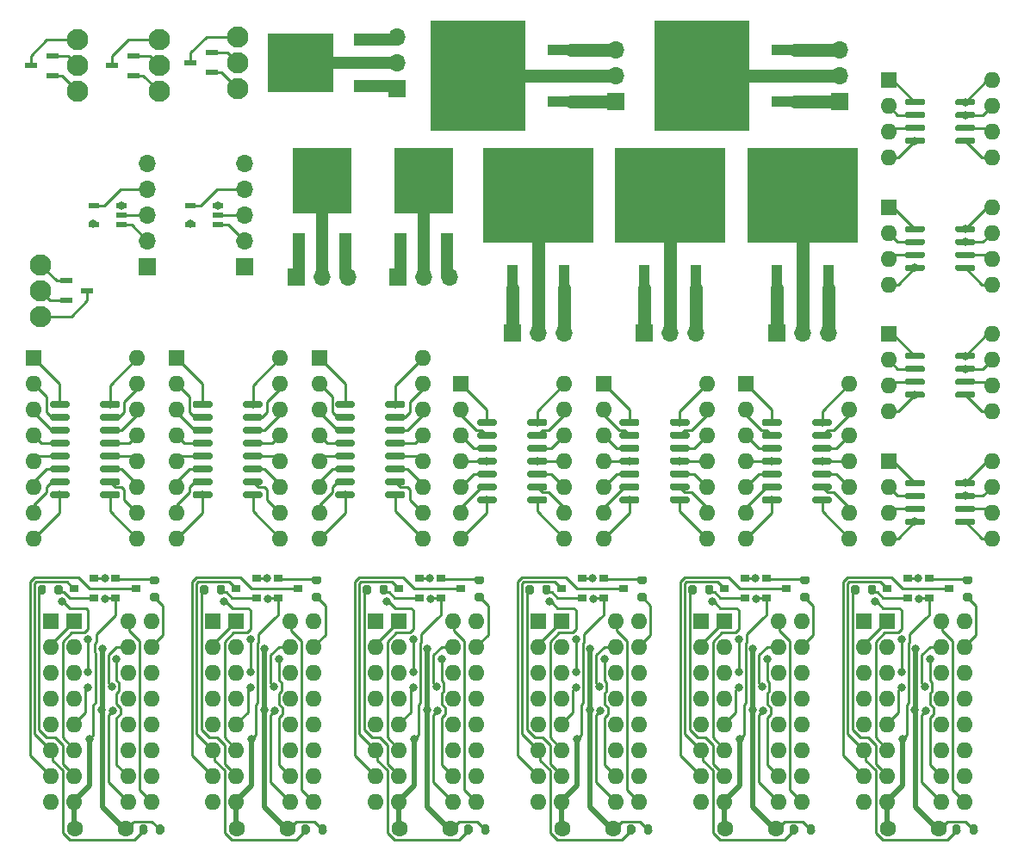
<source format=gbr>
%TF.GenerationSoftware,KiCad,Pcbnew,5.1.10-88a1d61d58~88~ubuntu18.04.1*%
%TF.CreationDate,2021-06-05T11:20:38+02:00*%
%TF.ProjectId,panel2,70616e65-6c32-42e6-9b69-6361645f7063,rev?*%
%TF.SameCoordinates,Original*%
%TF.FileFunction,Copper,L1,Top*%
%TF.FilePolarity,Positive*%
%FSLAX46Y46*%
G04 Gerber Fmt 4.6, Leading zero omitted, Abs format (unit mm)*
G04 Created by KiCad (PCBNEW 5.1.10-88a1d61d58~88~ubuntu18.04.1) date 2021-06-05 11:20:38*
%MOMM*%
%LPD*%
G01*
G04 APERTURE LIST*
%TA.AperFunction,ComponentPad*%
%ADD10C,2.100000*%
%TD*%
%TA.AperFunction,SMDPad,CuDef*%
%ADD11R,1.300000X0.600000*%
%TD*%
%TA.AperFunction,ComponentPad*%
%ADD12O,1.700000X1.700000*%
%TD*%
%TA.AperFunction,ComponentPad*%
%ADD13R,1.700000X1.700000*%
%TD*%
%TA.AperFunction,SMDPad,CuDef*%
%ADD14R,1.050000X0.600000*%
%TD*%
%TA.AperFunction,SMDPad,CuDef*%
%ADD15R,6.400000X5.800000*%
%TD*%
%TA.AperFunction,SMDPad,CuDef*%
%ADD16R,2.200000X1.200000*%
%TD*%
%TA.AperFunction,SMDPad,CuDef*%
%ADD17R,5.800000X6.400000*%
%TD*%
%TA.AperFunction,SMDPad,CuDef*%
%ADD18R,1.200000X2.200000*%
%TD*%
%TA.AperFunction,SMDPad,CuDef*%
%ADD19R,9.400000X10.800000*%
%TD*%
%TA.AperFunction,SMDPad,CuDef*%
%ADD20R,4.600000X1.100000*%
%TD*%
%TA.AperFunction,SMDPad,CuDef*%
%ADD21R,10.800000X9.400000*%
%TD*%
%TA.AperFunction,SMDPad,CuDef*%
%ADD22R,1.100000X4.600000*%
%TD*%
%TA.AperFunction,ComponentPad*%
%ADD23O,1.600000X1.600000*%
%TD*%
%TA.AperFunction,ComponentPad*%
%ADD24R,1.600000X1.600000*%
%TD*%
%TA.AperFunction,ComponentPad*%
%ADD25C,1.600000*%
%TD*%
%TA.AperFunction,SMDPad,CuDef*%
%ADD26R,0.900000X0.800000*%
%TD*%
%TA.AperFunction,ViaPad*%
%ADD27C,0.800000*%
%TD*%
%TA.AperFunction,Conductor*%
%ADD28C,0.250000*%
%TD*%
%TA.AperFunction,Conductor*%
%ADD29C,0.500000*%
%TD*%
%TA.AperFunction,Conductor*%
%ADD30C,1.300000*%
%TD*%
%TA.AperFunction,Conductor*%
%ADD31C,1.200000*%
%TD*%
G04 APERTURE END LIST*
D10*
%TO.P,23,3*%
%TO.N,N/C*%
X101666000Y-68104000D03*
%TO.P,23,2*%
X101666000Y-65564000D03*
%TO.P,23,1*%
X101666000Y-63024000D03*
%TD*%
D11*
%TO.P,SOT,1*%
%TO.N,N/C*%
X104172000Y-64614000D03*
%TO.P,SOT,2*%
X104172000Y-66514000D03*
%TO.P,SOT,3*%
X106272000Y-65564000D03*
%TD*%
D10*
%TO.P,23,3*%
%TO.N,N/C*%
X105334000Y-40896000D03*
%TO.P,23,2*%
X105334000Y-43436000D03*
%TO.P,23,1*%
X105334000Y-45976000D03*
%TD*%
D11*
%TO.P,SOT,1*%
%TO.N,N/C*%
X102828000Y-44386000D03*
%TO.P,SOT,2*%
X102828000Y-42486000D03*
%TO.P,SOT,3*%
X100728000Y-43436000D03*
%TD*%
D10*
%TO.P,23,3*%
%TO.N,N/C*%
X113334000Y-40896000D03*
%TO.P,23,2*%
X113334000Y-43436000D03*
%TO.P,23,1*%
X113334000Y-45976000D03*
%TD*%
D11*
%TO.P,SOT,1*%
%TO.N,N/C*%
X110828000Y-44386000D03*
%TO.P,SOT,2*%
X110828000Y-42486000D03*
%TO.P,SOT,3*%
X108728000Y-43436000D03*
%TD*%
D12*
%TO.P,REF\u002A\u002A,5*%
%TO.N,N/C*%
X112200000Y-53040000D03*
%TO.P,REF\u002A\u002A,4*%
X112200000Y-55580000D03*
%TO.P,REF\u002A\u002A,3*%
X112200000Y-58120000D03*
%TO.P,REF\u002A\u002A,2*%
X112200000Y-60660000D03*
D13*
%TO.P,REF\u002A\u002A,1*%
X112200000Y-63200000D03*
%TD*%
D14*
%TO.P, ,5*%
%TO.N,N/C*%
X106913000Y-59070000D03*
%TO.P, ,4*%
X106913000Y-57170000D03*
%TO.P, ,3*%
X109613000Y-57170000D03*
%TO.P, ,2*%
X109613000Y-58120000D03*
%TO.P, ,1*%
X109613000Y-59070000D03*
%TD*%
D12*
%TO.P,REF\u002A\u002A,5*%
%TO.N,N/C*%
X121700000Y-53040000D03*
%TO.P,REF\u002A\u002A,4*%
X121700000Y-55580000D03*
%TO.P,REF\u002A\u002A,3*%
X121700000Y-58120000D03*
%TO.P,REF\u002A\u002A,2*%
X121700000Y-60660000D03*
D13*
%TO.P,REF\u002A\u002A,1*%
X121700000Y-63200000D03*
%TD*%
D14*
%TO.P, ,5*%
%TO.N,N/C*%
X116413000Y-59070000D03*
%TO.P, ,4*%
X116413000Y-57170000D03*
%TO.P, ,3*%
X119113000Y-57170000D03*
%TO.P, ,2*%
X119113000Y-58120000D03*
%TO.P, ,1*%
X119113000Y-59070000D03*
%TD*%
D15*
%TO.P,DPAK,2*%
%TO.N,N/C*%
X127256000Y-43182000D03*
D16*
%TO.P,DPAK,3*%
X133556000Y-40902000D03*
%TO.P,DPAK,1*%
X133556000Y-45462000D03*
%TD*%
D12*
%TO.P,MAF,3*%
%TO.N,N/C*%
X136722000Y-40642000D03*
%TO.P,MAF,2*%
X136722000Y-43182000D03*
D13*
%TO.P,MAF,1*%
X136722000Y-45722000D03*
%TD*%
D17*
%TO.P,DPAK,2*%
%TO.N,N/C*%
X129318000Y-54756000D03*
D18*
%TO.P,DPAK,3*%
X131598000Y-61056000D03*
%TO.P,DPAK,1*%
X127038000Y-61056000D03*
%TD*%
D12*
%TO.P,MAF,3*%
%TO.N,N/C*%
X131858000Y-64222000D03*
%TO.P,MAF,2*%
X129318000Y-64222000D03*
D13*
%TO.P,MAF,1*%
X126778000Y-64222000D03*
%TD*%
D17*
%TO.P,DPAK,2*%
%TO.N,N/C*%
X139318000Y-54756000D03*
D18*
%TO.P,DPAK,3*%
X141598000Y-61056000D03*
%TO.P,DPAK,1*%
X137038000Y-61056000D03*
%TD*%
D12*
%TO.P,MAF,3*%
%TO.N,N/C*%
X141858000Y-64222000D03*
%TO.P,MAF,2*%
X139318000Y-64222000D03*
D13*
%TO.P,MAF,1*%
X136778000Y-64222000D03*
%TD*%
D12*
%TO.P,D2PAK,3*%
%TO.N,N/C*%
X158222000Y-41872000D03*
%TO.P,D2PAK,2*%
X158222000Y-44412000D03*
D13*
%TO.P,D2PAK,1*%
X158222000Y-46952000D03*
%TD*%
D19*
%TO.P,MAF,2*%
%TO.N,N/C*%
X144687000Y-44412000D03*
D20*
%TO.P,MAF,3*%
X153837000Y-41872000D03*
%TO.P,MAF,1*%
X153837000Y-46952000D03*
%TD*%
D12*
%TO.P,D2PAK,3*%
%TO.N,N/C*%
X180222000Y-41872000D03*
%TO.P,D2PAK,2*%
X180222000Y-44412000D03*
D13*
%TO.P,D2PAK,1*%
X180222000Y-46952000D03*
%TD*%
D19*
%TO.P,MAF,2*%
%TO.N,N/C*%
X166687000Y-44412000D03*
D20*
%TO.P,MAF,3*%
X175837000Y-41872000D03*
%TO.P,MAF,1*%
X175837000Y-46952000D03*
%TD*%
D12*
%TO.P,D2PAK,3*%
%TO.N,N/C*%
X153128000Y-69722000D03*
%TO.P,D2PAK,2*%
X150588000Y-69722000D03*
D13*
%TO.P,D2PAK,1*%
X148048000Y-69722000D03*
%TD*%
D21*
%TO.P,MAF,2*%
%TO.N,N/C*%
X150588000Y-56187000D03*
D22*
%TO.P,MAF,3*%
X153128000Y-65337000D03*
%TO.P,MAF,1*%
X148048000Y-65337000D03*
%TD*%
D12*
%TO.P,D2PAK,3*%
%TO.N,N/C*%
X166128000Y-69722000D03*
%TO.P,D2PAK,2*%
X163588000Y-69722000D03*
D13*
%TO.P,D2PAK,1*%
X161048000Y-69722000D03*
%TD*%
D21*
%TO.P,MAF,2*%
%TO.N,N/C*%
X163588000Y-56187000D03*
D22*
%TO.P,MAF,3*%
X166128000Y-65337000D03*
%TO.P,MAF,1*%
X161048000Y-65337000D03*
%TD*%
D12*
%TO.P,D2PAK,3*%
%TO.N,N/C*%
X179128000Y-69722000D03*
%TO.P,D2PAK,2*%
X176588000Y-69722000D03*
D13*
%TO.P,D2PAK,1*%
X174048000Y-69722000D03*
%TD*%
D21*
%TO.P,MAF,2*%
%TO.N,N/C*%
X176588000Y-56187000D03*
D22*
%TO.P,MAF,3*%
X179128000Y-65337000D03*
%TO.P,MAF,1*%
X174048000Y-65337000D03*
%TD*%
%TO.P,8,8*%
%TO.N,N/C*%
%TA.AperFunction,SMDPad,CuDef*%
G36*
G01*
X191596000Y-47165000D02*
X191596000Y-46865000D01*
G75*
G02*
X191746000Y-46715000I150000J0D01*
G01*
X193396000Y-46715000D01*
G75*
G02*
X193546000Y-46865000I0J-150000D01*
G01*
X193546000Y-47165000D01*
G75*
G02*
X193396000Y-47315000I-150000J0D01*
G01*
X191746000Y-47315000D01*
G75*
G02*
X191596000Y-47165000I0J150000D01*
G01*
G37*
%TD.AperFunction*%
%TO.P,8,7*%
%TA.AperFunction,SMDPad,CuDef*%
G36*
G01*
X191596000Y-48435000D02*
X191596000Y-48135000D01*
G75*
G02*
X191746000Y-47985000I150000J0D01*
G01*
X193396000Y-47985000D01*
G75*
G02*
X193546000Y-48135000I0J-150000D01*
G01*
X193546000Y-48435000D01*
G75*
G02*
X193396000Y-48585000I-150000J0D01*
G01*
X191746000Y-48585000D01*
G75*
G02*
X191596000Y-48435000I0J150000D01*
G01*
G37*
%TD.AperFunction*%
%TO.P,8,6*%
%TA.AperFunction,SMDPad,CuDef*%
G36*
G01*
X191596000Y-49705000D02*
X191596000Y-49405000D01*
G75*
G02*
X191746000Y-49255000I150000J0D01*
G01*
X193396000Y-49255000D01*
G75*
G02*
X193546000Y-49405000I0J-150000D01*
G01*
X193546000Y-49705000D01*
G75*
G02*
X193396000Y-49855000I-150000J0D01*
G01*
X191746000Y-49855000D01*
G75*
G02*
X191596000Y-49705000I0J150000D01*
G01*
G37*
%TD.AperFunction*%
%TO.P,8,5*%
%TA.AperFunction,SMDPad,CuDef*%
G36*
G01*
X191596000Y-50975000D02*
X191596000Y-50675000D01*
G75*
G02*
X191746000Y-50525000I150000J0D01*
G01*
X193396000Y-50525000D01*
G75*
G02*
X193546000Y-50675000I0J-150000D01*
G01*
X193546000Y-50975000D01*
G75*
G02*
X193396000Y-51125000I-150000J0D01*
G01*
X191746000Y-51125000D01*
G75*
G02*
X191596000Y-50975000I0J150000D01*
G01*
G37*
%TD.AperFunction*%
%TO.P,8,4*%
%TA.AperFunction,SMDPad,CuDef*%
G36*
G01*
X186646000Y-50975000D02*
X186646000Y-50675000D01*
G75*
G02*
X186796000Y-50525000I150000J0D01*
G01*
X188446000Y-50525000D01*
G75*
G02*
X188596000Y-50675000I0J-150000D01*
G01*
X188596000Y-50975000D01*
G75*
G02*
X188446000Y-51125000I-150000J0D01*
G01*
X186796000Y-51125000D01*
G75*
G02*
X186646000Y-50975000I0J150000D01*
G01*
G37*
%TD.AperFunction*%
%TO.P,8,3*%
%TA.AperFunction,SMDPad,CuDef*%
G36*
G01*
X186646000Y-49705000D02*
X186646000Y-49405000D01*
G75*
G02*
X186796000Y-49255000I150000J0D01*
G01*
X188446000Y-49255000D01*
G75*
G02*
X188596000Y-49405000I0J-150000D01*
G01*
X188596000Y-49705000D01*
G75*
G02*
X188446000Y-49855000I-150000J0D01*
G01*
X186796000Y-49855000D01*
G75*
G02*
X186646000Y-49705000I0J150000D01*
G01*
G37*
%TD.AperFunction*%
%TO.P,8,2*%
%TA.AperFunction,SMDPad,CuDef*%
G36*
G01*
X186646000Y-48435000D02*
X186646000Y-48135000D01*
G75*
G02*
X186796000Y-47985000I150000J0D01*
G01*
X188446000Y-47985000D01*
G75*
G02*
X188596000Y-48135000I0J-150000D01*
G01*
X188596000Y-48435000D01*
G75*
G02*
X188446000Y-48585000I-150000J0D01*
G01*
X186796000Y-48585000D01*
G75*
G02*
X186646000Y-48435000I0J150000D01*
G01*
G37*
%TD.AperFunction*%
%TO.P,8,1*%
%TA.AperFunction,SMDPad,CuDef*%
G36*
G01*
X186646000Y-47165000D02*
X186646000Y-46865000D01*
G75*
G02*
X186796000Y-46715000I150000J0D01*
G01*
X188446000Y-46715000D01*
G75*
G02*
X188596000Y-46865000I0J-150000D01*
G01*
X188596000Y-47165000D01*
G75*
G02*
X188446000Y-47315000I-150000J0D01*
G01*
X186796000Y-47315000D01*
G75*
G02*
X186646000Y-47165000I0J150000D01*
G01*
G37*
%TD.AperFunction*%
%TD*%
D23*
%TO.P,MAF,8*%
%TO.N,N/C*%
X195176000Y-44856000D03*
%TO.P,MAF,4*%
X185016000Y-52476000D03*
%TO.P,MAF,7*%
X195176000Y-47396000D03*
%TO.P,MAF,3*%
X185016000Y-49936000D03*
%TO.P,MAF,6*%
X195176000Y-49936000D03*
%TO.P,MAF,2*%
X185016000Y-47396000D03*
%TO.P,MAF,5*%
X195176000Y-52476000D03*
D24*
%TO.P,MAF,1*%
X185016000Y-44856000D03*
%TD*%
%TO.P,8,8*%
%TO.N,N/C*%
%TA.AperFunction,SMDPad,CuDef*%
G36*
G01*
X191596000Y-59665000D02*
X191596000Y-59365000D01*
G75*
G02*
X191746000Y-59215000I150000J0D01*
G01*
X193396000Y-59215000D01*
G75*
G02*
X193546000Y-59365000I0J-150000D01*
G01*
X193546000Y-59665000D01*
G75*
G02*
X193396000Y-59815000I-150000J0D01*
G01*
X191746000Y-59815000D01*
G75*
G02*
X191596000Y-59665000I0J150000D01*
G01*
G37*
%TD.AperFunction*%
%TO.P,8,7*%
%TA.AperFunction,SMDPad,CuDef*%
G36*
G01*
X191596000Y-60935000D02*
X191596000Y-60635000D01*
G75*
G02*
X191746000Y-60485000I150000J0D01*
G01*
X193396000Y-60485000D01*
G75*
G02*
X193546000Y-60635000I0J-150000D01*
G01*
X193546000Y-60935000D01*
G75*
G02*
X193396000Y-61085000I-150000J0D01*
G01*
X191746000Y-61085000D01*
G75*
G02*
X191596000Y-60935000I0J150000D01*
G01*
G37*
%TD.AperFunction*%
%TO.P,8,6*%
%TA.AperFunction,SMDPad,CuDef*%
G36*
G01*
X191596000Y-62205000D02*
X191596000Y-61905000D01*
G75*
G02*
X191746000Y-61755000I150000J0D01*
G01*
X193396000Y-61755000D01*
G75*
G02*
X193546000Y-61905000I0J-150000D01*
G01*
X193546000Y-62205000D01*
G75*
G02*
X193396000Y-62355000I-150000J0D01*
G01*
X191746000Y-62355000D01*
G75*
G02*
X191596000Y-62205000I0J150000D01*
G01*
G37*
%TD.AperFunction*%
%TO.P,8,5*%
%TA.AperFunction,SMDPad,CuDef*%
G36*
G01*
X191596000Y-63475000D02*
X191596000Y-63175000D01*
G75*
G02*
X191746000Y-63025000I150000J0D01*
G01*
X193396000Y-63025000D01*
G75*
G02*
X193546000Y-63175000I0J-150000D01*
G01*
X193546000Y-63475000D01*
G75*
G02*
X193396000Y-63625000I-150000J0D01*
G01*
X191746000Y-63625000D01*
G75*
G02*
X191596000Y-63475000I0J150000D01*
G01*
G37*
%TD.AperFunction*%
%TO.P,8,4*%
%TA.AperFunction,SMDPad,CuDef*%
G36*
G01*
X186646000Y-63475000D02*
X186646000Y-63175000D01*
G75*
G02*
X186796000Y-63025000I150000J0D01*
G01*
X188446000Y-63025000D01*
G75*
G02*
X188596000Y-63175000I0J-150000D01*
G01*
X188596000Y-63475000D01*
G75*
G02*
X188446000Y-63625000I-150000J0D01*
G01*
X186796000Y-63625000D01*
G75*
G02*
X186646000Y-63475000I0J150000D01*
G01*
G37*
%TD.AperFunction*%
%TO.P,8,3*%
%TA.AperFunction,SMDPad,CuDef*%
G36*
G01*
X186646000Y-62205000D02*
X186646000Y-61905000D01*
G75*
G02*
X186796000Y-61755000I150000J0D01*
G01*
X188446000Y-61755000D01*
G75*
G02*
X188596000Y-61905000I0J-150000D01*
G01*
X188596000Y-62205000D01*
G75*
G02*
X188446000Y-62355000I-150000J0D01*
G01*
X186796000Y-62355000D01*
G75*
G02*
X186646000Y-62205000I0J150000D01*
G01*
G37*
%TD.AperFunction*%
%TO.P,8,2*%
%TA.AperFunction,SMDPad,CuDef*%
G36*
G01*
X186646000Y-60935000D02*
X186646000Y-60635000D01*
G75*
G02*
X186796000Y-60485000I150000J0D01*
G01*
X188446000Y-60485000D01*
G75*
G02*
X188596000Y-60635000I0J-150000D01*
G01*
X188596000Y-60935000D01*
G75*
G02*
X188446000Y-61085000I-150000J0D01*
G01*
X186796000Y-61085000D01*
G75*
G02*
X186646000Y-60935000I0J150000D01*
G01*
G37*
%TD.AperFunction*%
%TO.P,8,1*%
%TA.AperFunction,SMDPad,CuDef*%
G36*
G01*
X186646000Y-59665000D02*
X186646000Y-59365000D01*
G75*
G02*
X186796000Y-59215000I150000J0D01*
G01*
X188446000Y-59215000D01*
G75*
G02*
X188596000Y-59365000I0J-150000D01*
G01*
X188596000Y-59665000D01*
G75*
G02*
X188446000Y-59815000I-150000J0D01*
G01*
X186796000Y-59815000D01*
G75*
G02*
X186646000Y-59665000I0J150000D01*
G01*
G37*
%TD.AperFunction*%
%TD*%
D23*
%TO.P,MAF,8*%
%TO.N,N/C*%
X195176000Y-57356000D03*
%TO.P,MAF,4*%
X185016000Y-64976000D03*
%TO.P,MAF,7*%
X195176000Y-59896000D03*
%TO.P,MAF,3*%
X185016000Y-62436000D03*
%TO.P,MAF,6*%
X195176000Y-62436000D03*
%TO.P,MAF,2*%
X185016000Y-59896000D03*
%TO.P,MAF,5*%
X195176000Y-64976000D03*
D24*
%TO.P,MAF,1*%
X185016000Y-57356000D03*
%TD*%
%TO.P,8,8*%
%TO.N,N/C*%
%TA.AperFunction,SMDPad,CuDef*%
G36*
G01*
X191596000Y-72165000D02*
X191596000Y-71865000D01*
G75*
G02*
X191746000Y-71715000I150000J0D01*
G01*
X193396000Y-71715000D01*
G75*
G02*
X193546000Y-71865000I0J-150000D01*
G01*
X193546000Y-72165000D01*
G75*
G02*
X193396000Y-72315000I-150000J0D01*
G01*
X191746000Y-72315000D01*
G75*
G02*
X191596000Y-72165000I0J150000D01*
G01*
G37*
%TD.AperFunction*%
%TO.P,8,7*%
%TA.AperFunction,SMDPad,CuDef*%
G36*
G01*
X191596000Y-73435000D02*
X191596000Y-73135000D01*
G75*
G02*
X191746000Y-72985000I150000J0D01*
G01*
X193396000Y-72985000D01*
G75*
G02*
X193546000Y-73135000I0J-150000D01*
G01*
X193546000Y-73435000D01*
G75*
G02*
X193396000Y-73585000I-150000J0D01*
G01*
X191746000Y-73585000D01*
G75*
G02*
X191596000Y-73435000I0J150000D01*
G01*
G37*
%TD.AperFunction*%
%TO.P,8,6*%
%TA.AperFunction,SMDPad,CuDef*%
G36*
G01*
X191596000Y-74705000D02*
X191596000Y-74405000D01*
G75*
G02*
X191746000Y-74255000I150000J0D01*
G01*
X193396000Y-74255000D01*
G75*
G02*
X193546000Y-74405000I0J-150000D01*
G01*
X193546000Y-74705000D01*
G75*
G02*
X193396000Y-74855000I-150000J0D01*
G01*
X191746000Y-74855000D01*
G75*
G02*
X191596000Y-74705000I0J150000D01*
G01*
G37*
%TD.AperFunction*%
%TO.P,8,5*%
%TA.AperFunction,SMDPad,CuDef*%
G36*
G01*
X191596000Y-75975000D02*
X191596000Y-75675000D01*
G75*
G02*
X191746000Y-75525000I150000J0D01*
G01*
X193396000Y-75525000D01*
G75*
G02*
X193546000Y-75675000I0J-150000D01*
G01*
X193546000Y-75975000D01*
G75*
G02*
X193396000Y-76125000I-150000J0D01*
G01*
X191746000Y-76125000D01*
G75*
G02*
X191596000Y-75975000I0J150000D01*
G01*
G37*
%TD.AperFunction*%
%TO.P,8,4*%
%TA.AperFunction,SMDPad,CuDef*%
G36*
G01*
X186646000Y-75975000D02*
X186646000Y-75675000D01*
G75*
G02*
X186796000Y-75525000I150000J0D01*
G01*
X188446000Y-75525000D01*
G75*
G02*
X188596000Y-75675000I0J-150000D01*
G01*
X188596000Y-75975000D01*
G75*
G02*
X188446000Y-76125000I-150000J0D01*
G01*
X186796000Y-76125000D01*
G75*
G02*
X186646000Y-75975000I0J150000D01*
G01*
G37*
%TD.AperFunction*%
%TO.P,8,3*%
%TA.AperFunction,SMDPad,CuDef*%
G36*
G01*
X186646000Y-74705000D02*
X186646000Y-74405000D01*
G75*
G02*
X186796000Y-74255000I150000J0D01*
G01*
X188446000Y-74255000D01*
G75*
G02*
X188596000Y-74405000I0J-150000D01*
G01*
X188596000Y-74705000D01*
G75*
G02*
X188446000Y-74855000I-150000J0D01*
G01*
X186796000Y-74855000D01*
G75*
G02*
X186646000Y-74705000I0J150000D01*
G01*
G37*
%TD.AperFunction*%
%TO.P,8,2*%
%TA.AperFunction,SMDPad,CuDef*%
G36*
G01*
X186646000Y-73435000D02*
X186646000Y-73135000D01*
G75*
G02*
X186796000Y-72985000I150000J0D01*
G01*
X188446000Y-72985000D01*
G75*
G02*
X188596000Y-73135000I0J-150000D01*
G01*
X188596000Y-73435000D01*
G75*
G02*
X188446000Y-73585000I-150000J0D01*
G01*
X186796000Y-73585000D01*
G75*
G02*
X186646000Y-73435000I0J150000D01*
G01*
G37*
%TD.AperFunction*%
%TO.P,8,1*%
%TA.AperFunction,SMDPad,CuDef*%
G36*
G01*
X186646000Y-72165000D02*
X186646000Y-71865000D01*
G75*
G02*
X186796000Y-71715000I150000J0D01*
G01*
X188446000Y-71715000D01*
G75*
G02*
X188596000Y-71865000I0J-150000D01*
G01*
X188596000Y-72165000D01*
G75*
G02*
X188446000Y-72315000I-150000J0D01*
G01*
X186796000Y-72315000D01*
G75*
G02*
X186646000Y-72165000I0J150000D01*
G01*
G37*
%TD.AperFunction*%
%TD*%
D23*
%TO.P,MAF,8*%
%TO.N,N/C*%
X195176000Y-69856000D03*
%TO.P,MAF,4*%
X185016000Y-77476000D03*
%TO.P,MAF,7*%
X195176000Y-72396000D03*
%TO.P,MAF,3*%
X185016000Y-74936000D03*
%TO.P,MAF,6*%
X195176000Y-74936000D03*
%TO.P,MAF,2*%
X185016000Y-72396000D03*
%TO.P,MAF,5*%
X195176000Y-77476000D03*
D24*
%TO.P,MAF,1*%
X185016000Y-69856000D03*
%TD*%
%TO.P,8,8*%
%TO.N,N/C*%
%TA.AperFunction,SMDPad,CuDef*%
G36*
G01*
X191596000Y-84665000D02*
X191596000Y-84365000D01*
G75*
G02*
X191746000Y-84215000I150000J0D01*
G01*
X193396000Y-84215000D01*
G75*
G02*
X193546000Y-84365000I0J-150000D01*
G01*
X193546000Y-84665000D01*
G75*
G02*
X193396000Y-84815000I-150000J0D01*
G01*
X191746000Y-84815000D01*
G75*
G02*
X191596000Y-84665000I0J150000D01*
G01*
G37*
%TD.AperFunction*%
%TO.P,8,7*%
%TA.AperFunction,SMDPad,CuDef*%
G36*
G01*
X191596000Y-85935000D02*
X191596000Y-85635000D01*
G75*
G02*
X191746000Y-85485000I150000J0D01*
G01*
X193396000Y-85485000D01*
G75*
G02*
X193546000Y-85635000I0J-150000D01*
G01*
X193546000Y-85935000D01*
G75*
G02*
X193396000Y-86085000I-150000J0D01*
G01*
X191746000Y-86085000D01*
G75*
G02*
X191596000Y-85935000I0J150000D01*
G01*
G37*
%TD.AperFunction*%
%TO.P,8,6*%
%TA.AperFunction,SMDPad,CuDef*%
G36*
G01*
X191596000Y-87205000D02*
X191596000Y-86905000D01*
G75*
G02*
X191746000Y-86755000I150000J0D01*
G01*
X193396000Y-86755000D01*
G75*
G02*
X193546000Y-86905000I0J-150000D01*
G01*
X193546000Y-87205000D01*
G75*
G02*
X193396000Y-87355000I-150000J0D01*
G01*
X191746000Y-87355000D01*
G75*
G02*
X191596000Y-87205000I0J150000D01*
G01*
G37*
%TD.AperFunction*%
%TO.P,8,5*%
%TA.AperFunction,SMDPad,CuDef*%
G36*
G01*
X191596000Y-88475000D02*
X191596000Y-88175000D01*
G75*
G02*
X191746000Y-88025000I150000J0D01*
G01*
X193396000Y-88025000D01*
G75*
G02*
X193546000Y-88175000I0J-150000D01*
G01*
X193546000Y-88475000D01*
G75*
G02*
X193396000Y-88625000I-150000J0D01*
G01*
X191746000Y-88625000D01*
G75*
G02*
X191596000Y-88475000I0J150000D01*
G01*
G37*
%TD.AperFunction*%
%TO.P,8,4*%
%TA.AperFunction,SMDPad,CuDef*%
G36*
G01*
X186646000Y-88475000D02*
X186646000Y-88175000D01*
G75*
G02*
X186796000Y-88025000I150000J0D01*
G01*
X188446000Y-88025000D01*
G75*
G02*
X188596000Y-88175000I0J-150000D01*
G01*
X188596000Y-88475000D01*
G75*
G02*
X188446000Y-88625000I-150000J0D01*
G01*
X186796000Y-88625000D01*
G75*
G02*
X186646000Y-88475000I0J150000D01*
G01*
G37*
%TD.AperFunction*%
%TO.P,8,3*%
%TA.AperFunction,SMDPad,CuDef*%
G36*
G01*
X186646000Y-87205000D02*
X186646000Y-86905000D01*
G75*
G02*
X186796000Y-86755000I150000J0D01*
G01*
X188446000Y-86755000D01*
G75*
G02*
X188596000Y-86905000I0J-150000D01*
G01*
X188596000Y-87205000D01*
G75*
G02*
X188446000Y-87355000I-150000J0D01*
G01*
X186796000Y-87355000D01*
G75*
G02*
X186646000Y-87205000I0J150000D01*
G01*
G37*
%TD.AperFunction*%
%TO.P,8,2*%
%TA.AperFunction,SMDPad,CuDef*%
G36*
G01*
X186646000Y-85935000D02*
X186646000Y-85635000D01*
G75*
G02*
X186796000Y-85485000I150000J0D01*
G01*
X188446000Y-85485000D01*
G75*
G02*
X188596000Y-85635000I0J-150000D01*
G01*
X188596000Y-85935000D01*
G75*
G02*
X188446000Y-86085000I-150000J0D01*
G01*
X186796000Y-86085000D01*
G75*
G02*
X186646000Y-85935000I0J150000D01*
G01*
G37*
%TD.AperFunction*%
%TO.P,8,1*%
%TA.AperFunction,SMDPad,CuDef*%
G36*
G01*
X186646000Y-84665000D02*
X186646000Y-84365000D01*
G75*
G02*
X186796000Y-84215000I150000J0D01*
G01*
X188446000Y-84215000D01*
G75*
G02*
X188596000Y-84365000I0J-150000D01*
G01*
X188596000Y-84665000D01*
G75*
G02*
X188446000Y-84815000I-150000J0D01*
G01*
X186796000Y-84815000D01*
G75*
G02*
X186646000Y-84665000I0J150000D01*
G01*
G37*
%TD.AperFunction*%
%TD*%
D23*
%TO.P,MAF,8*%
%TO.N,N/C*%
X195176000Y-82356000D03*
%TO.P,MAF,4*%
X185016000Y-89976000D03*
%TO.P,MAF,7*%
X195176000Y-84896000D03*
%TO.P,MAF,3*%
X185016000Y-87436000D03*
%TO.P,MAF,6*%
X195176000Y-87436000D03*
%TO.P,MAF,2*%
X185016000Y-84896000D03*
%TO.P,MAF,5*%
X195176000Y-89976000D03*
D24*
%TO.P,MAF,1*%
X185016000Y-82356000D03*
%TD*%
%TO.P,14,14*%
%TO.N,N/C*%
%TA.AperFunction,SMDPad,CuDef*%
G36*
G01*
X177531000Y-78696000D02*
X177531000Y-78396000D01*
G75*
G02*
X177681000Y-78246000I150000J0D01*
G01*
X179331000Y-78246000D01*
G75*
G02*
X179481000Y-78396000I0J-150000D01*
G01*
X179481000Y-78696000D01*
G75*
G02*
X179331000Y-78846000I-150000J0D01*
G01*
X177681000Y-78846000D01*
G75*
G02*
X177531000Y-78696000I0J150000D01*
G01*
G37*
%TD.AperFunction*%
%TO.P,14,13*%
%TA.AperFunction,SMDPad,CuDef*%
G36*
G01*
X177531000Y-79966000D02*
X177531000Y-79666000D01*
G75*
G02*
X177681000Y-79516000I150000J0D01*
G01*
X179331000Y-79516000D01*
G75*
G02*
X179481000Y-79666000I0J-150000D01*
G01*
X179481000Y-79966000D01*
G75*
G02*
X179331000Y-80116000I-150000J0D01*
G01*
X177681000Y-80116000D01*
G75*
G02*
X177531000Y-79966000I0J150000D01*
G01*
G37*
%TD.AperFunction*%
%TO.P,14,12*%
%TA.AperFunction,SMDPad,CuDef*%
G36*
G01*
X177531000Y-81236000D02*
X177531000Y-80936000D01*
G75*
G02*
X177681000Y-80786000I150000J0D01*
G01*
X179331000Y-80786000D01*
G75*
G02*
X179481000Y-80936000I0J-150000D01*
G01*
X179481000Y-81236000D01*
G75*
G02*
X179331000Y-81386000I-150000J0D01*
G01*
X177681000Y-81386000D01*
G75*
G02*
X177531000Y-81236000I0J150000D01*
G01*
G37*
%TD.AperFunction*%
%TO.P,14,11*%
%TA.AperFunction,SMDPad,CuDef*%
G36*
G01*
X177531000Y-82506000D02*
X177531000Y-82206000D01*
G75*
G02*
X177681000Y-82056000I150000J0D01*
G01*
X179331000Y-82056000D01*
G75*
G02*
X179481000Y-82206000I0J-150000D01*
G01*
X179481000Y-82506000D01*
G75*
G02*
X179331000Y-82656000I-150000J0D01*
G01*
X177681000Y-82656000D01*
G75*
G02*
X177531000Y-82506000I0J150000D01*
G01*
G37*
%TD.AperFunction*%
%TO.P,14,10*%
%TA.AperFunction,SMDPad,CuDef*%
G36*
G01*
X177531000Y-83776000D02*
X177531000Y-83476000D01*
G75*
G02*
X177681000Y-83326000I150000J0D01*
G01*
X179331000Y-83326000D01*
G75*
G02*
X179481000Y-83476000I0J-150000D01*
G01*
X179481000Y-83776000D01*
G75*
G02*
X179331000Y-83926000I-150000J0D01*
G01*
X177681000Y-83926000D01*
G75*
G02*
X177531000Y-83776000I0J150000D01*
G01*
G37*
%TD.AperFunction*%
%TO.P,14,9*%
%TA.AperFunction,SMDPad,CuDef*%
G36*
G01*
X177531000Y-85046000D02*
X177531000Y-84746000D01*
G75*
G02*
X177681000Y-84596000I150000J0D01*
G01*
X179331000Y-84596000D01*
G75*
G02*
X179481000Y-84746000I0J-150000D01*
G01*
X179481000Y-85046000D01*
G75*
G02*
X179331000Y-85196000I-150000J0D01*
G01*
X177681000Y-85196000D01*
G75*
G02*
X177531000Y-85046000I0J150000D01*
G01*
G37*
%TD.AperFunction*%
%TO.P,14,8*%
%TA.AperFunction,SMDPad,CuDef*%
G36*
G01*
X177531000Y-86316000D02*
X177531000Y-86016000D01*
G75*
G02*
X177681000Y-85866000I150000J0D01*
G01*
X179331000Y-85866000D01*
G75*
G02*
X179481000Y-86016000I0J-150000D01*
G01*
X179481000Y-86316000D01*
G75*
G02*
X179331000Y-86466000I-150000J0D01*
G01*
X177681000Y-86466000D01*
G75*
G02*
X177531000Y-86316000I0J150000D01*
G01*
G37*
%TD.AperFunction*%
%TO.P,14,7*%
%TA.AperFunction,SMDPad,CuDef*%
G36*
G01*
X172581000Y-86316000D02*
X172581000Y-86016000D01*
G75*
G02*
X172731000Y-85866000I150000J0D01*
G01*
X174381000Y-85866000D01*
G75*
G02*
X174531000Y-86016000I0J-150000D01*
G01*
X174531000Y-86316000D01*
G75*
G02*
X174381000Y-86466000I-150000J0D01*
G01*
X172731000Y-86466000D01*
G75*
G02*
X172581000Y-86316000I0J150000D01*
G01*
G37*
%TD.AperFunction*%
%TO.P,14,6*%
%TA.AperFunction,SMDPad,CuDef*%
G36*
G01*
X172581000Y-85046000D02*
X172581000Y-84746000D01*
G75*
G02*
X172731000Y-84596000I150000J0D01*
G01*
X174381000Y-84596000D01*
G75*
G02*
X174531000Y-84746000I0J-150000D01*
G01*
X174531000Y-85046000D01*
G75*
G02*
X174381000Y-85196000I-150000J0D01*
G01*
X172731000Y-85196000D01*
G75*
G02*
X172581000Y-85046000I0J150000D01*
G01*
G37*
%TD.AperFunction*%
%TO.P,14,5*%
%TA.AperFunction,SMDPad,CuDef*%
G36*
G01*
X172581000Y-83776000D02*
X172581000Y-83476000D01*
G75*
G02*
X172731000Y-83326000I150000J0D01*
G01*
X174381000Y-83326000D01*
G75*
G02*
X174531000Y-83476000I0J-150000D01*
G01*
X174531000Y-83776000D01*
G75*
G02*
X174381000Y-83926000I-150000J0D01*
G01*
X172731000Y-83926000D01*
G75*
G02*
X172581000Y-83776000I0J150000D01*
G01*
G37*
%TD.AperFunction*%
%TO.P,14,4*%
%TA.AperFunction,SMDPad,CuDef*%
G36*
G01*
X172581000Y-82506000D02*
X172581000Y-82206000D01*
G75*
G02*
X172731000Y-82056000I150000J0D01*
G01*
X174381000Y-82056000D01*
G75*
G02*
X174531000Y-82206000I0J-150000D01*
G01*
X174531000Y-82506000D01*
G75*
G02*
X174381000Y-82656000I-150000J0D01*
G01*
X172731000Y-82656000D01*
G75*
G02*
X172581000Y-82506000I0J150000D01*
G01*
G37*
%TD.AperFunction*%
%TO.P,14,3*%
%TA.AperFunction,SMDPad,CuDef*%
G36*
G01*
X172581000Y-81236000D02*
X172581000Y-80936000D01*
G75*
G02*
X172731000Y-80786000I150000J0D01*
G01*
X174381000Y-80786000D01*
G75*
G02*
X174531000Y-80936000I0J-150000D01*
G01*
X174531000Y-81236000D01*
G75*
G02*
X174381000Y-81386000I-150000J0D01*
G01*
X172731000Y-81386000D01*
G75*
G02*
X172581000Y-81236000I0J150000D01*
G01*
G37*
%TD.AperFunction*%
%TO.P,14,2*%
%TA.AperFunction,SMDPad,CuDef*%
G36*
G01*
X172581000Y-79966000D02*
X172581000Y-79666000D01*
G75*
G02*
X172731000Y-79516000I150000J0D01*
G01*
X174381000Y-79516000D01*
G75*
G02*
X174531000Y-79666000I0J-150000D01*
G01*
X174531000Y-79966000D01*
G75*
G02*
X174381000Y-80116000I-150000J0D01*
G01*
X172731000Y-80116000D01*
G75*
G02*
X172581000Y-79966000I0J150000D01*
G01*
G37*
%TD.AperFunction*%
%TO.P,14,1*%
%TA.AperFunction,SMDPad,CuDef*%
G36*
G01*
X172581000Y-78696000D02*
X172581000Y-78396000D01*
G75*
G02*
X172731000Y-78246000I150000J0D01*
G01*
X174381000Y-78246000D01*
G75*
G02*
X174531000Y-78396000I0J-150000D01*
G01*
X174531000Y-78696000D01*
G75*
G02*
X174381000Y-78846000I-150000J0D01*
G01*
X172731000Y-78846000D01*
G75*
G02*
X172581000Y-78696000I0J150000D01*
G01*
G37*
%TD.AperFunction*%
%TD*%
D23*
%TO.P,MAF,14*%
%TO.N,N/C*%
X181176000Y-74736000D03*
%TO.P,MAF,7*%
X171016000Y-89976000D03*
%TO.P,MAF,13*%
X181176000Y-77276000D03*
%TO.P,MAF,6*%
X171016000Y-87436000D03*
%TO.P,MAF,12*%
X181176000Y-79816000D03*
%TO.P,MAF,5*%
X171016000Y-84896000D03*
%TO.P,MAF,11*%
X181176000Y-82356000D03*
%TO.P,MAF,4*%
X171016000Y-82356000D03*
%TO.P,MAF,10*%
X181176000Y-84896000D03*
%TO.P,MAF,3*%
X171016000Y-79816000D03*
%TO.P,MAF,9*%
X181176000Y-87436000D03*
%TO.P,MAF,2*%
X171016000Y-77276000D03*
%TO.P,MAF,8*%
X181176000Y-89976000D03*
D24*
%TO.P,MAF,1*%
X171016000Y-74736000D03*
%TD*%
%TO.P,14,14*%
%TO.N,N/C*%
%TA.AperFunction,SMDPad,CuDef*%
G36*
G01*
X163531000Y-78696000D02*
X163531000Y-78396000D01*
G75*
G02*
X163681000Y-78246000I150000J0D01*
G01*
X165331000Y-78246000D01*
G75*
G02*
X165481000Y-78396000I0J-150000D01*
G01*
X165481000Y-78696000D01*
G75*
G02*
X165331000Y-78846000I-150000J0D01*
G01*
X163681000Y-78846000D01*
G75*
G02*
X163531000Y-78696000I0J150000D01*
G01*
G37*
%TD.AperFunction*%
%TO.P,14,13*%
%TA.AperFunction,SMDPad,CuDef*%
G36*
G01*
X163531000Y-79966000D02*
X163531000Y-79666000D01*
G75*
G02*
X163681000Y-79516000I150000J0D01*
G01*
X165331000Y-79516000D01*
G75*
G02*
X165481000Y-79666000I0J-150000D01*
G01*
X165481000Y-79966000D01*
G75*
G02*
X165331000Y-80116000I-150000J0D01*
G01*
X163681000Y-80116000D01*
G75*
G02*
X163531000Y-79966000I0J150000D01*
G01*
G37*
%TD.AperFunction*%
%TO.P,14,12*%
%TA.AperFunction,SMDPad,CuDef*%
G36*
G01*
X163531000Y-81236000D02*
X163531000Y-80936000D01*
G75*
G02*
X163681000Y-80786000I150000J0D01*
G01*
X165331000Y-80786000D01*
G75*
G02*
X165481000Y-80936000I0J-150000D01*
G01*
X165481000Y-81236000D01*
G75*
G02*
X165331000Y-81386000I-150000J0D01*
G01*
X163681000Y-81386000D01*
G75*
G02*
X163531000Y-81236000I0J150000D01*
G01*
G37*
%TD.AperFunction*%
%TO.P,14,11*%
%TA.AperFunction,SMDPad,CuDef*%
G36*
G01*
X163531000Y-82506000D02*
X163531000Y-82206000D01*
G75*
G02*
X163681000Y-82056000I150000J0D01*
G01*
X165331000Y-82056000D01*
G75*
G02*
X165481000Y-82206000I0J-150000D01*
G01*
X165481000Y-82506000D01*
G75*
G02*
X165331000Y-82656000I-150000J0D01*
G01*
X163681000Y-82656000D01*
G75*
G02*
X163531000Y-82506000I0J150000D01*
G01*
G37*
%TD.AperFunction*%
%TO.P,14,10*%
%TA.AperFunction,SMDPad,CuDef*%
G36*
G01*
X163531000Y-83776000D02*
X163531000Y-83476000D01*
G75*
G02*
X163681000Y-83326000I150000J0D01*
G01*
X165331000Y-83326000D01*
G75*
G02*
X165481000Y-83476000I0J-150000D01*
G01*
X165481000Y-83776000D01*
G75*
G02*
X165331000Y-83926000I-150000J0D01*
G01*
X163681000Y-83926000D01*
G75*
G02*
X163531000Y-83776000I0J150000D01*
G01*
G37*
%TD.AperFunction*%
%TO.P,14,9*%
%TA.AperFunction,SMDPad,CuDef*%
G36*
G01*
X163531000Y-85046000D02*
X163531000Y-84746000D01*
G75*
G02*
X163681000Y-84596000I150000J0D01*
G01*
X165331000Y-84596000D01*
G75*
G02*
X165481000Y-84746000I0J-150000D01*
G01*
X165481000Y-85046000D01*
G75*
G02*
X165331000Y-85196000I-150000J0D01*
G01*
X163681000Y-85196000D01*
G75*
G02*
X163531000Y-85046000I0J150000D01*
G01*
G37*
%TD.AperFunction*%
%TO.P,14,8*%
%TA.AperFunction,SMDPad,CuDef*%
G36*
G01*
X163531000Y-86316000D02*
X163531000Y-86016000D01*
G75*
G02*
X163681000Y-85866000I150000J0D01*
G01*
X165331000Y-85866000D01*
G75*
G02*
X165481000Y-86016000I0J-150000D01*
G01*
X165481000Y-86316000D01*
G75*
G02*
X165331000Y-86466000I-150000J0D01*
G01*
X163681000Y-86466000D01*
G75*
G02*
X163531000Y-86316000I0J150000D01*
G01*
G37*
%TD.AperFunction*%
%TO.P,14,7*%
%TA.AperFunction,SMDPad,CuDef*%
G36*
G01*
X158581000Y-86316000D02*
X158581000Y-86016000D01*
G75*
G02*
X158731000Y-85866000I150000J0D01*
G01*
X160381000Y-85866000D01*
G75*
G02*
X160531000Y-86016000I0J-150000D01*
G01*
X160531000Y-86316000D01*
G75*
G02*
X160381000Y-86466000I-150000J0D01*
G01*
X158731000Y-86466000D01*
G75*
G02*
X158581000Y-86316000I0J150000D01*
G01*
G37*
%TD.AperFunction*%
%TO.P,14,6*%
%TA.AperFunction,SMDPad,CuDef*%
G36*
G01*
X158581000Y-85046000D02*
X158581000Y-84746000D01*
G75*
G02*
X158731000Y-84596000I150000J0D01*
G01*
X160381000Y-84596000D01*
G75*
G02*
X160531000Y-84746000I0J-150000D01*
G01*
X160531000Y-85046000D01*
G75*
G02*
X160381000Y-85196000I-150000J0D01*
G01*
X158731000Y-85196000D01*
G75*
G02*
X158581000Y-85046000I0J150000D01*
G01*
G37*
%TD.AperFunction*%
%TO.P,14,5*%
%TA.AperFunction,SMDPad,CuDef*%
G36*
G01*
X158581000Y-83776000D02*
X158581000Y-83476000D01*
G75*
G02*
X158731000Y-83326000I150000J0D01*
G01*
X160381000Y-83326000D01*
G75*
G02*
X160531000Y-83476000I0J-150000D01*
G01*
X160531000Y-83776000D01*
G75*
G02*
X160381000Y-83926000I-150000J0D01*
G01*
X158731000Y-83926000D01*
G75*
G02*
X158581000Y-83776000I0J150000D01*
G01*
G37*
%TD.AperFunction*%
%TO.P,14,4*%
%TA.AperFunction,SMDPad,CuDef*%
G36*
G01*
X158581000Y-82506000D02*
X158581000Y-82206000D01*
G75*
G02*
X158731000Y-82056000I150000J0D01*
G01*
X160381000Y-82056000D01*
G75*
G02*
X160531000Y-82206000I0J-150000D01*
G01*
X160531000Y-82506000D01*
G75*
G02*
X160381000Y-82656000I-150000J0D01*
G01*
X158731000Y-82656000D01*
G75*
G02*
X158581000Y-82506000I0J150000D01*
G01*
G37*
%TD.AperFunction*%
%TO.P,14,3*%
%TA.AperFunction,SMDPad,CuDef*%
G36*
G01*
X158581000Y-81236000D02*
X158581000Y-80936000D01*
G75*
G02*
X158731000Y-80786000I150000J0D01*
G01*
X160381000Y-80786000D01*
G75*
G02*
X160531000Y-80936000I0J-150000D01*
G01*
X160531000Y-81236000D01*
G75*
G02*
X160381000Y-81386000I-150000J0D01*
G01*
X158731000Y-81386000D01*
G75*
G02*
X158581000Y-81236000I0J150000D01*
G01*
G37*
%TD.AperFunction*%
%TO.P,14,2*%
%TA.AperFunction,SMDPad,CuDef*%
G36*
G01*
X158581000Y-79966000D02*
X158581000Y-79666000D01*
G75*
G02*
X158731000Y-79516000I150000J0D01*
G01*
X160381000Y-79516000D01*
G75*
G02*
X160531000Y-79666000I0J-150000D01*
G01*
X160531000Y-79966000D01*
G75*
G02*
X160381000Y-80116000I-150000J0D01*
G01*
X158731000Y-80116000D01*
G75*
G02*
X158581000Y-79966000I0J150000D01*
G01*
G37*
%TD.AperFunction*%
%TO.P,14,1*%
%TA.AperFunction,SMDPad,CuDef*%
G36*
G01*
X158581000Y-78696000D02*
X158581000Y-78396000D01*
G75*
G02*
X158731000Y-78246000I150000J0D01*
G01*
X160381000Y-78246000D01*
G75*
G02*
X160531000Y-78396000I0J-150000D01*
G01*
X160531000Y-78696000D01*
G75*
G02*
X160381000Y-78846000I-150000J0D01*
G01*
X158731000Y-78846000D01*
G75*
G02*
X158581000Y-78696000I0J150000D01*
G01*
G37*
%TD.AperFunction*%
%TD*%
D23*
%TO.P,MAF,14*%
%TO.N,N/C*%
X167176000Y-74736000D03*
%TO.P,MAF,7*%
X157016000Y-89976000D03*
%TO.P,MAF,13*%
X167176000Y-77276000D03*
%TO.P,MAF,6*%
X157016000Y-87436000D03*
%TO.P,MAF,12*%
X167176000Y-79816000D03*
%TO.P,MAF,5*%
X157016000Y-84896000D03*
%TO.P,MAF,11*%
X167176000Y-82356000D03*
%TO.P,MAF,4*%
X157016000Y-82356000D03*
%TO.P,MAF,10*%
X167176000Y-84896000D03*
%TO.P,MAF,3*%
X157016000Y-79816000D03*
%TO.P,MAF,9*%
X167176000Y-87436000D03*
%TO.P,MAF,2*%
X157016000Y-77276000D03*
%TO.P,MAF,8*%
X167176000Y-89976000D03*
D24*
%TO.P,MAF,1*%
X157016000Y-74736000D03*
%TD*%
%TO.P,14,14*%
%TO.N,N/C*%
%TA.AperFunction,SMDPad,CuDef*%
G36*
G01*
X149531000Y-78696000D02*
X149531000Y-78396000D01*
G75*
G02*
X149681000Y-78246000I150000J0D01*
G01*
X151331000Y-78246000D01*
G75*
G02*
X151481000Y-78396000I0J-150000D01*
G01*
X151481000Y-78696000D01*
G75*
G02*
X151331000Y-78846000I-150000J0D01*
G01*
X149681000Y-78846000D01*
G75*
G02*
X149531000Y-78696000I0J150000D01*
G01*
G37*
%TD.AperFunction*%
%TO.P,14,13*%
%TA.AperFunction,SMDPad,CuDef*%
G36*
G01*
X149531000Y-79966000D02*
X149531000Y-79666000D01*
G75*
G02*
X149681000Y-79516000I150000J0D01*
G01*
X151331000Y-79516000D01*
G75*
G02*
X151481000Y-79666000I0J-150000D01*
G01*
X151481000Y-79966000D01*
G75*
G02*
X151331000Y-80116000I-150000J0D01*
G01*
X149681000Y-80116000D01*
G75*
G02*
X149531000Y-79966000I0J150000D01*
G01*
G37*
%TD.AperFunction*%
%TO.P,14,12*%
%TA.AperFunction,SMDPad,CuDef*%
G36*
G01*
X149531000Y-81236000D02*
X149531000Y-80936000D01*
G75*
G02*
X149681000Y-80786000I150000J0D01*
G01*
X151331000Y-80786000D01*
G75*
G02*
X151481000Y-80936000I0J-150000D01*
G01*
X151481000Y-81236000D01*
G75*
G02*
X151331000Y-81386000I-150000J0D01*
G01*
X149681000Y-81386000D01*
G75*
G02*
X149531000Y-81236000I0J150000D01*
G01*
G37*
%TD.AperFunction*%
%TO.P,14,11*%
%TA.AperFunction,SMDPad,CuDef*%
G36*
G01*
X149531000Y-82506000D02*
X149531000Y-82206000D01*
G75*
G02*
X149681000Y-82056000I150000J0D01*
G01*
X151331000Y-82056000D01*
G75*
G02*
X151481000Y-82206000I0J-150000D01*
G01*
X151481000Y-82506000D01*
G75*
G02*
X151331000Y-82656000I-150000J0D01*
G01*
X149681000Y-82656000D01*
G75*
G02*
X149531000Y-82506000I0J150000D01*
G01*
G37*
%TD.AperFunction*%
%TO.P,14,10*%
%TA.AperFunction,SMDPad,CuDef*%
G36*
G01*
X149531000Y-83776000D02*
X149531000Y-83476000D01*
G75*
G02*
X149681000Y-83326000I150000J0D01*
G01*
X151331000Y-83326000D01*
G75*
G02*
X151481000Y-83476000I0J-150000D01*
G01*
X151481000Y-83776000D01*
G75*
G02*
X151331000Y-83926000I-150000J0D01*
G01*
X149681000Y-83926000D01*
G75*
G02*
X149531000Y-83776000I0J150000D01*
G01*
G37*
%TD.AperFunction*%
%TO.P,14,9*%
%TA.AperFunction,SMDPad,CuDef*%
G36*
G01*
X149531000Y-85046000D02*
X149531000Y-84746000D01*
G75*
G02*
X149681000Y-84596000I150000J0D01*
G01*
X151331000Y-84596000D01*
G75*
G02*
X151481000Y-84746000I0J-150000D01*
G01*
X151481000Y-85046000D01*
G75*
G02*
X151331000Y-85196000I-150000J0D01*
G01*
X149681000Y-85196000D01*
G75*
G02*
X149531000Y-85046000I0J150000D01*
G01*
G37*
%TD.AperFunction*%
%TO.P,14,8*%
%TA.AperFunction,SMDPad,CuDef*%
G36*
G01*
X149531000Y-86316000D02*
X149531000Y-86016000D01*
G75*
G02*
X149681000Y-85866000I150000J0D01*
G01*
X151331000Y-85866000D01*
G75*
G02*
X151481000Y-86016000I0J-150000D01*
G01*
X151481000Y-86316000D01*
G75*
G02*
X151331000Y-86466000I-150000J0D01*
G01*
X149681000Y-86466000D01*
G75*
G02*
X149531000Y-86316000I0J150000D01*
G01*
G37*
%TD.AperFunction*%
%TO.P,14,7*%
%TA.AperFunction,SMDPad,CuDef*%
G36*
G01*
X144581000Y-86316000D02*
X144581000Y-86016000D01*
G75*
G02*
X144731000Y-85866000I150000J0D01*
G01*
X146381000Y-85866000D01*
G75*
G02*
X146531000Y-86016000I0J-150000D01*
G01*
X146531000Y-86316000D01*
G75*
G02*
X146381000Y-86466000I-150000J0D01*
G01*
X144731000Y-86466000D01*
G75*
G02*
X144581000Y-86316000I0J150000D01*
G01*
G37*
%TD.AperFunction*%
%TO.P,14,6*%
%TA.AperFunction,SMDPad,CuDef*%
G36*
G01*
X144581000Y-85046000D02*
X144581000Y-84746000D01*
G75*
G02*
X144731000Y-84596000I150000J0D01*
G01*
X146381000Y-84596000D01*
G75*
G02*
X146531000Y-84746000I0J-150000D01*
G01*
X146531000Y-85046000D01*
G75*
G02*
X146381000Y-85196000I-150000J0D01*
G01*
X144731000Y-85196000D01*
G75*
G02*
X144581000Y-85046000I0J150000D01*
G01*
G37*
%TD.AperFunction*%
%TO.P,14,5*%
%TA.AperFunction,SMDPad,CuDef*%
G36*
G01*
X144581000Y-83776000D02*
X144581000Y-83476000D01*
G75*
G02*
X144731000Y-83326000I150000J0D01*
G01*
X146381000Y-83326000D01*
G75*
G02*
X146531000Y-83476000I0J-150000D01*
G01*
X146531000Y-83776000D01*
G75*
G02*
X146381000Y-83926000I-150000J0D01*
G01*
X144731000Y-83926000D01*
G75*
G02*
X144581000Y-83776000I0J150000D01*
G01*
G37*
%TD.AperFunction*%
%TO.P,14,4*%
%TA.AperFunction,SMDPad,CuDef*%
G36*
G01*
X144581000Y-82506000D02*
X144581000Y-82206000D01*
G75*
G02*
X144731000Y-82056000I150000J0D01*
G01*
X146381000Y-82056000D01*
G75*
G02*
X146531000Y-82206000I0J-150000D01*
G01*
X146531000Y-82506000D01*
G75*
G02*
X146381000Y-82656000I-150000J0D01*
G01*
X144731000Y-82656000D01*
G75*
G02*
X144581000Y-82506000I0J150000D01*
G01*
G37*
%TD.AperFunction*%
%TO.P,14,3*%
%TA.AperFunction,SMDPad,CuDef*%
G36*
G01*
X144581000Y-81236000D02*
X144581000Y-80936000D01*
G75*
G02*
X144731000Y-80786000I150000J0D01*
G01*
X146381000Y-80786000D01*
G75*
G02*
X146531000Y-80936000I0J-150000D01*
G01*
X146531000Y-81236000D01*
G75*
G02*
X146381000Y-81386000I-150000J0D01*
G01*
X144731000Y-81386000D01*
G75*
G02*
X144581000Y-81236000I0J150000D01*
G01*
G37*
%TD.AperFunction*%
%TO.P,14,2*%
%TA.AperFunction,SMDPad,CuDef*%
G36*
G01*
X144581000Y-79966000D02*
X144581000Y-79666000D01*
G75*
G02*
X144731000Y-79516000I150000J0D01*
G01*
X146381000Y-79516000D01*
G75*
G02*
X146531000Y-79666000I0J-150000D01*
G01*
X146531000Y-79966000D01*
G75*
G02*
X146381000Y-80116000I-150000J0D01*
G01*
X144731000Y-80116000D01*
G75*
G02*
X144581000Y-79966000I0J150000D01*
G01*
G37*
%TD.AperFunction*%
%TO.P,14,1*%
%TA.AperFunction,SMDPad,CuDef*%
G36*
G01*
X144581000Y-78696000D02*
X144581000Y-78396000D01*
G75*
G02*
X144731000Y-78246000I150000J0D01*
G01*
X146381000Y-78246000D01*
G75*
G02*
X146531000Y-78396000I0J-150000D01*
G01*
X146531000Y-78696000D01*
G75*
G02*
X146381000Y-78846000I-150000J0D01*
G01*
X144731000Y-78846000D01*
G75*
G02*
X144581000Y-78696000I0J150000D01*
G01*
G37*
%TD.AperFunction*%
%TD*%
D23*
%TO.P,MAF,14*%
%TO.N,N/C*%
X153176000Y-74736000D03*
%TO.P,MAF,7*%
X143016000Y-89976000D03*
%TO.P,MAF,13*%
X153176000Y-77276000D03*
%TO.P,MAF,6*%
X143016000Y-87436000D03*
%TO.P,MAF,12*%
X153176000Y-79816000D03*
%TO.P,MAF,5*%
X143016000Y-84896000D03*
%TO.P,MAF,11*%
X153176000Y-82356000D03*
%TO.P,MAF,4*%
X143016000Y-82356000D03*
%TO.P,MAF,10*%
X153176000Y-84896000D03*
%TO.P,MAF,3*%
X143016000Y-79816000D03*
%TO.P,MAF,9*%
X153176000Y-87436000D03*
%TO.P,MAF,2*%
X143016000Y-77276000D03*
%TO.P,MAF,8*%
X153176000Y-89976000D03*
D24*
%TO.P,MAF,1*%
X143016000Y-74736000D03*
%TD*%
%TO.P,16,1*%
%TO.N,N/C*%
%TA.AperFunction,SMDPad,CuDef*%
G36*
G01*
X130615000Y-76922000D02*
X130615000Y-76622000D01*
G75*
G02*
X130765000Y-76472000I150000J0D01*
G01*
X132415000Y-76472000D01*
G75*
G02*
X132565000Y-76622000I0J-150000D01*
G01*
X132565000Y-76922000D01*
G75*
G02*
X132415000Y-77072000I-150000J0D01*
G01*
X130765000Y-77072000D01*
G75*
G02*
X130615000Y-76922000I0J150000D01*
G01*
G37*
%TD.AperFunction*%
%TO.P,16,2*%
%TA.AperFunction,SMDPad,CuDef*%
G36*
G01*
X130615000Y-78192000D02*
X130615000Y-77892000D01*
G75*
G02*
X130765000Y-77742000I150000J0D01*
G01*
X132415000Y-77742000D01*
G75*
G02*
X132565000Y-77892000I0J-150000D01*
G01*
X132565000Y-78192000D01*
G75*
G02*
X132415000Y-78342000I-150000J0D01*
G01*
X130765000Y-78342000D01*
G75*
G02*
X130615000Y-78192000I0J150000D01*
G01*
G37*
%TD.AperFunction*%
%TO.P,16,3*%
%TA.AperFunction,SMDPad,CuDef*%
G36*
G01*
X130615000Y-79462000D02*
X130615000Y-79162000D01*
G75*
G02*
X130765000Y-79012000I150000J0D01*
G01*
X132415000Y-79012000D01*
G75*
G02*
X132565000Y-79162000I0J-150000D01*
G01*
X132565000Y-79462000D01*
G75*
G02*
X132415000Y-79612000I-150000J0D01*
G01*
X130765000Y-79612000D01*
G75*
G02*
X130615000Y-79462000I0J150000D01*
G01*
G37*
%TD.AperFunction*%
%TO.P,16,4*%
%TA.AperFunction,SMDPad,CuDef*%
G36*
G01*
X130615000Y-80732000D02*
X130615000Y-80432000D01*
G75*
G02*
X130765000Y-80282000I150000J0D01*
G01*
X132415000Y-80282000D01*
G75*
G02*
X132565000Y-80432000I0J-150000D01*
G01*
X132565000Y-80732000D01*
G75*
G02*
X132415000Y-80882000I-150000J0D01*
G01*
X130765000Y-80882000D01*
G75*
G02*
X130615000Y-80732000I0J150000D01*
G01*
G37*
%TD.AperFunction*%
%TO.P,16,5*%
%TA.AperFunction,SMDPad,CuDef*%
G36*
G01*
X130615000Y-82002000D02*
X130615000Y-81702000D01*
G75*
G02*
X130765000Y-81552000I150000J0D01*
G01*
X132415000Y-81552000D01*
G75*
G02*
X132565000Y-81702000I0J-150000D01*
G01*
X132565000Y-82002000D01*
G75*
G02*
X132415000Y-82152000I-150000J0D01*
G01*
X130765000Y-82152000D01*
G75*
G02*
X130615000Y-82002000I0J150000D01*
G01*
G37*
%TD.AperFunction*%
%TO.P,16,6*%
%TA.AperFunction,SMDPad,CuDef*%
G36*
G01*
X130615000Y-83272000D02*
X130615000Y-82972000D01*
G75*
G02*
X130765000Y-82822000I150000J0D01*
G01*
X132415000Y-82822000D01*
G75*
G02*
X132565000Y-82972000I0J-150000D01*
G01*
X132565000Y-83272000D01*
G75*
G02*
X132415000Y-83422000I-150000J0D01*
G01*
X130765000Y-83422000D01*
G75*
G02*
X130615000Y-83272000I0J150000D01*
G01*
G37*
%TD.AperFunction*%
%TO.P,16,7*%
%TA.AperFunction,SMDPad,CuDef*%
G36*
G01*
X130615000Y-84542000D02*
X130615000Y-84242000D01*
G75*
G02*
X130765000Y-84092000I150000J0D01*
G01*
X132415000Y-84092000D01*
G75*
G02*
X132565000Y-84242000I0J-150000D01*
G01*
X132565000Y-84542000D01*
G75*
G02*
X132415000Y-84692000I-150000J0D01*
G01*
X130765000Y-84692000D01*
G75*
G02*
X130615000Y-84542000I0J150000D01*
G01*
G37*
%TD.AperFunction*%
%TO.P,16,8*%
%TA.AperFunction,SMDPad,CuDef*%
G36*
G01*
X130615000Y-85812000D02*
X130615000Y-85512000D01*
G75*
G02*
X130765000Y-85362000I150000J0D01*
G01*
X132415000Y-85362000D01*
G75*
G02*
X132565000Y-85512000I0J-150000D01*
G01*
X132565000Y-85812000D01*
G75*
G02*
X132415000Y-85962000I-150000J0D01*
G01*
X130765000Y-85962000D01*
G75*
G02*
X130615000Y-85812000I0J150000D01*
G01*
G37*
%TD.AperFunction*%
%TO.P,16,9*%
%TA.AperFunction,SMDPad,CuDef*%
G36*
G01*
X135565000Y-85812000D02*
X135565000Y-85512000D01*
G75*
G02*
X135715000Y-85362000I150000J0D01*
G01*
X137365000Y-85362000D01*
G75*
G02*
X137515000Y-85512000I0J-150000D01*
G01*
X137515000Y-85812000D01*
G75*
G02*
X137365000Y-85962000I-150000J0D01*
G01*
X135715000Y-85962000D01*
G75*
G02*
X135565000Y-85812000I0J150000D01*
G01*
G37*
%TD.AperFunction*%
%TO.P,16,10*%
%TA.AperFunction,SMDPad,CuDef*%
G36*
G01*
X135565000Y-84542000D02*
X135565000Y-84242000D01*
G75*
G02*
X135715000Y-84092000I150000J0D01*
G01*
X137365000Y-84092000D01*
G75*
G02*
X137515000Y-84242000I0J-150000D01*
G01*
X137515000Y-84542000D01*
G75*
G02*
X137365000Y-84692000I-150000J0D01*
G01*
X135715000Y-84692000D01*
G75*
G02*
X135565000Y-84542000I0J150000D01*
G01*
G37*
%TD.AperFunction*%
%TO.P,16,11*%
%TA.AperFunction,SMDPad,CuDef*%
G36*
G01*
X135565000Y-83272000D02*
X135565000Y-82972000D01*
G75*
G02*
X135715000Y-82822000I150000J0D01*
G01*
X137365000Y-82822000D01*
G75*
G02*
X137515000Y-82972000I0J-150000D01*
G01*
X137515000Y-83272000D01*
G75*
G02*
X137365000Y-83422000I-150000J0D01*
G01*
X135715000Y-83422000D01*
G75*
G02*
X135565000Y-83272000I0J150000D01*
G01*
G37*
%TD.AperFunction*%
%TO.P,16,12*%
%TA.AperFunction,SMDPad,CuDef*%
G36*
G01*
X135565000Y-82002000D02*
X135565000Y-81702000D01*
G75*
G02*
X135715000Y-81552000I150000J0D01*
G01*
X137365000Y-81552000D01*
G75*
G02*
X137515000Y-81702000I0J-150000D01*
G01*
X137515000Y-82002000D01*
G75*
G02*
X137365000Y-82152000I-150000J0D01*
G01*
X135715000Y-82152000D01*
G75*
G02*
X135565000Y-82002000I0J150000D01*
G01*
G37*
%TD.AperFunction*%
%TO.P,16,13*%
%TA.AperFunction,SMDPad,CuDef*%
G36*
G01*
X135565000Y-80732000D02*
X135565000Y-80432000D01*
G75*
G02*
X135715000Y-80282000I150000J0D01*
G01*
X137365000Y-80282000D01*
G75*
G02*
X137515000Y-80432000I0J-150000D01*
G01*
X137515000Y-80732000D01*
G75*
G02*
X137365000Y-80882000I-150000J0D01*
G01*
X135715000Y-80882000D01*
G75*
G02*
X135565000Y-80732000I0J150000D01*
G01*
G37*
%TD.AperFunction*%
%TO.P,16,14*%
%TA.AperFunction,SMDPad,CuDef*%
G36*
G01*
X135565000Y-79462000D02*
X135565000Y-79162000D01*
G75*
G02*
X135715000Y-79012000I150000J0D01*
G01*
X137365000Y-79012000D01*
G75*
G02*
X137515000Y-79162000I0J-150000D01*
G01*
X137515000Y-79462000D01*
G75*
G02*
X137365000Y-79612000I-150000J0D01*
G01*
X135715000Y-79612000D01*
G75*
G02*
X135565000Y-79462000I0J150000D01*
G01*
G37*
%TD.AperFunction*%
%TO.P,16,15*%
%TA.AperFunction,SMDPad,CuDef*%
G36*
G01*
X135565000Y-78192000D02*
X135565000Y-77892000D01*
G75*
G02*
X135715000Y-77742000I150000J0D01*
G01*
X137365000Y-77742000D01*
G75*
G02*
X137515000Y-77892000I0J-150000D01*
G01*
X137515000Y-78192000D01*
G75*
G02*
X137365000Y-78342000I-150000J0D01*
G01*
X135715000Y-78342000D01*
G75*
G02*
X135565000Y-78192000I0J150000D01*
G01*
G37*
%TD.AperFunction*%
%TO.P,16,16*%
%TA.AperFunction,SMDPad,CuDef*%
G36*
G01*
X135565000Y-76922000D02*
X135565000Y-76622000D01*
G75*
G02*
X135715000Y-76472000I150000J0D01*
G01*
X137365000Y-76472000D01*
G75*
G02*
X137515000Y-76622000I0J-150000D01*
G01*
X137515000Y-76922000D01*
G75*
G02*
X137365000Y-77072000I-150000J0D01*
G01*
X135715000Y-77072000D01*
G75*
G02*
X135565000Y-76922000I0J150000D01*
G01*
G37*
%TD.AperFunction*%
%TD*%
%TO.P,MAF,1*%
%TO.N,N/C*%
X129050000Y-72200000D03*
D23*
%TO.P,MAF,9*%
X139210000Y-89980000D03*
%TO.P,MAF,2*%
X129050000Y-74740000D03*
%TO.P,MAF,10*%
X139210000Y-87440000D03*
%TO.P,MAF,3*%
X129050000Y-77280000D03*
%TO.P,MAF,11*%
X139210000Y-84900000D03*
%TO.P,MAF,4*%
X129050000Y-79820000D03*
%TO.P,MAF,12*%
X139210000Y-82360000D03*
%TO.P,MAF,5*%
X129050000Y-82360000D03*
%TO.P,MAF,13*%
X139210000Y-79820000D03*
%TO.P,MAF,6*%
X129050000Y-84900000D03*
%TO.P,MAF,14*%
X139210000Y-77280000D03*
%TO.P,MAF,7*%
X129050000Y-87440000D03*
%TO.P,MAF,15*%
X139210000Y-74740000D03*
%TO.P,MAF,8*%
X129050000Y-89980000D03*
%TO.P,MAF,16*%
X139210000Y-72200000D03*
%TD*%
%TO.P,16,1*%
%TO.N,N/C*%
%TA.AperFunction,SMDPad,CuDef*%
G36*
G01*
X116615000Y-76922000D02*
X116615000Y-76622000D01*
G75*
G02*
X116765000Y-76472000I150000J0D01*
G01*
X118415000Y-76472000D01*
G75*
G02*
X118565000Y-76622000I0J-150000D01*
G01*
X118565000Y-76922000D01*
G75*
G02*
X118415000Y-77072000I-150000J0D01*
G01*
X116765000Y-77072000D01*
G75*
G02*
X116615000Y-76922000I0J150000D01*
G01*
G37*
%TD.AperFunction*%
%TO.P,16,2*%
%TA.AperFunction,SMDPad,CuDef*%
G36*
G01*
X116615000Y-78192000D02*
X116615000Y-77892000D01*
G75*
G02*
X116765000Y-77742000I150000J0D01*
G01*
X118415000Y-77742000D01*
G75*
G02*
X118565000Y-77892000I0J-150000D01*
G01*
X118565000Y-78192000D01*
G75*
G02*
X118415000Y-78342000I-150000J0D01*
G01*
X116765000Y-78342000D01*
G75*
G02*
X116615000Y-78192000I0J150000D01*
G01*
G37*
%TD.AperFunction*%
%TO.P,16,3*%
%TA.AperFunction,SMDPad,CuDef*%
G36*
G01*
X116615000Y-79462000D02*
X116615000Y-79162000D01*
G75*
G02*
X116765000Y-79012000I150000J0D01*
G01*
X118415000Y-79012000D01*
G75*
G02*
X118565000Y-79162000I0J-150000D01*
G01*
X118565000Y-79462000D01*
G75*
G02*
X118415000Y-79612000I-150000J0D01*
G01*
X116765000Y-79612000D01*
G75*
G02*
X116615000Y-79462000I0J150000D01*
G01*
G37*
%TD.AperFunction*%
%TO.P,16,4*%
%TA.AperFunction,SMDPad,CuDef*%
G36*
G01*
X116615000Y-80732000D02*
X116615000Y-80432000D01*
G75*
G02*
X116765000Y-80282000I150000J0D01*
G01*
X118415000Y-80282000D01*
G75*
G02*
X118565000Y-80432000I0J-150000D01*
G01*
X118565000Y-80732000D01*
G75*
G02*
X118415000Y-80882000I-150000J0D01*
G01*
X116765000Y-80882000D01*
G75*
G02*
X116615000Y-80732000I0J150000D01*
G01*
G37*
%TD.AperFunction*%
%TO.P,16,5*%
%TA.AperFunction,SMDPad,CuDef*%
G36*
G01*
X116615000Y-82002000D02*
X116615000Y-81702000D01*
G75*
G02*
X116765000Y-81552000I150000J0D01*
G01*
X118415000Y-81552000D01*
G75*
G02*
X118565000Y-81702000I0J-150000D01*
G01*
X118565000Y-82002000D01*
G75*
G02*
X118415000Y-82152000I-150000J0D01*
G01*
X116765000Y-82152000D01*
G75*
G02*
X116615000Y-82002000I0J150000D01*
G01*
G37*
%TD.AperFunction*%
%TO.P,16,6*%
%TA.AperFunction,SMDPad,CuDef*%
G36*
G01*
X116615000Y-83272000D02*
X116615000Y-82972000D01*
G75*
G02*
X116765000Y-82822000I150000J0D01*
G01*
X118415000Y-82822000D01*
G75*
G02*
X118565000Y-82972000I0J-150000D01*
G01*
X118565000Y-83272000D01*
G75*
G02*
X118415000Y-83422000I-150000J0D01*
G01*
X116765000Y-83422000D01*
G75*
G02*
X116615000Y-83272000I0J150000D01*
G01*
G37*
%TD.AperFunction*%
%TO.P,16,7*%
%TA.AperFunction,SMDPad,CuDef*%
G36*
G01*
X116615000Y-84542000D02*
X116615000Y-84242000D01*
G75*
G02*
X116765000Y-84092000I150000J0D01*
G01*
X118415000Y-84092000D01*
G75*
G02*
X118565000Y-84242000I0J-150000D01*
G01*
X118565000Y-84542000D01*
G75*
G02*
X118415000Y-84692000I-150000J0D01*
G01*
X116765000Y-84692000D01*
G75*
G02*
X116615000Y-84542000I0J150000D01*
G01*
G37*
%TD.AperFunction*%
%TO.P,16,8*%
%TA.AperFunction,SMDPad,CuDef*%
G36*
G01*
X116615000Y-85812000D02*
X116615000Y-85512000D01*
G75*
G02*
X116765000Y-85362000I150000J0D01*
G01*
X118415000Y-85362000D01*
G75*
G02*
X118565000Y-85512000I0J-150000D01*
G01*
X118565000Y-85812000D01*
G75*
G02*
X118415000Y-85962000I-150000J0D01*
G01*
X116765000Y-85962000D01*
G75*
G02*
X116615000Y-85812000I0J150000D01*
G01*
G37*
%TD.AperFunction*%
%TO.P,16,9*%
%TA.AperFunction,SMDPad,CuDef*%
G36*
G01*
X121565000Y-85812000D02*
X121565000Y-85512000D01*
G75*
G02*
X121715000Y-85362000I150000J0D01*
G01*
X123365000Y-85362000D01*
G75*
G02*
X123515000Y-85512000I0J-150000D01*
G01*
X123515000Y-85812000D01*
G75*
G02*
X123365000Y-85962000I-150000J0D01*
G01*
X121715000Y-85962000D01*
G75*
G02*
X121565000Y-85812000I0J150000D01*
G01*
G37*
%TD.AperFunction*%
%TO.P,16,10*%
%TA.AperFunction,SMDPad,CuDef*%
G36*
G01*
X121565000Y-84542000D02*
X121565000Y-84242000D01*
G75*
G02*
X121715000Y-84092000I150000J0D01*
G01*
X123365000Y-84092000D01*
G75*
G02*
X123515000Y-84242000I0J-150000D01*
G01*
X123515000Y-84542000D01*
G75*
G02*
X123365000Y-84692000I-150000J0D01*
G01*
X121715000Y-84692000D01*
G75*
G02*
X121565000Y-84542000I0J150000D01*
G01*
G37*
%TD.AperFunction*%
%TO.P,16,11*%
%TA.AperFunction,SMDPad,CuDef*%
G36*
G01*
X121565000Y-83272000D02*
X121565000Y-82972000D01*
G75*
G02*
X121715000Y-82822000I150000J0D01*
G01*
X123365000Y-82822000D01*
G75*
G02*
X123515000Y-82972000I0J-150000D01*
G01*
X123515000Y-83272000D01*
G75*
G02*
X123365000Y-83422000I-150000J0D01*
G01*
X121715000Y-83422000D01*
G75*
G02*
X121565000Y-83272000I0J150000D01*
G01*
G37*
%TD.AperFunction*%
%TO.P,16,12*%
%TA.AperFunction,SMDPad,CuDef*%
G36*
G01*
X121565000Y-82002000D02*
X121565000Y-81702000D01*
G75*
G02*
X121715000Y-81552000I150000J0D01*
G01*
X123365000Y-81552000D01*
G75*
G02*
X123515000Y-81702000I0J-150000D01*
G01*
X123515000Y-82002000D01*
G75*
G02*
X123365000Y-82152000I-150000J0D01*
G01*
X121715000Y-82152000D01*
G75*
G02*
X121565000Y-82002000I0J150000D01*
G01*
G37*
%TD.AperFunction*%
%TO.P,16,13*%
%TA.AperFunction,SMDPad,CuDef*%
G36*
G01*
X121565000Y-80732000D02*
X121565000Y-80432000D01*
G75*
G02*
X121715000Y-80282000I150000J0D01*
G01*
X123365000Y-80282000D01*
G75*
G02*
X123515000Y-80432000I0J-150000D01*
G01*
X123515000Y-80732000D01*
G75*
G02*
X123365000Y-80882000I-150000J0D01*
G01*
X121715000Y-80882000D01*
G75*
G02*
X121565000Y-80732000I0J150000D01*
G01*
G37*
%TD.AperFunction*%
%TO.P,16,14*%
%TA.AperFunction,SMDPad,CuDef*%
G36*
G01*
X121565000Y-79462000D02*
X121565000Y-79162000D01*
G75*
G02*
X121715000Y-79012000I150000J0D01*
G01*
X123365000Y-79012000D01*
G75*
G02*
X123515000Y-79162000I0J-150000D01*
G01*
X123515000Y-79462000D01*
G75*
G02*
X123365000Y-79612000I-150000J0D01*
G01*
X121715000Y-79612000D01*
G75*
G02*
X121565000Y-79462000I0J150000D01*
G01*
G37*
%TD.AperFunction*%
%TO.P,16,15*%
%TA.AperFunction,SMDPad,CuDef*%
G36*
G01*
X121565000Y-78192000D02*
X121565000Y-77892000D01*
G75*
G02*
X121715000Y-77742000I150000J0D01*
G01*
X123365000Y-77742000D01*
G75*
G02*
X123515000Y-77892000I0J-150000D01*
G01*
X123515000Y-78192000D01*
G75*
G02*
X123365000Y-78342000I-150000J0D01*
G01*
X121715000Y-78342000D01*
G75*
G02*
X121565000Y-78192000I0J150000D01*
G01*
G37*
%TD.AperFunction*%
%TO.P,16,16*%
%TA.AperFunction,SMDPad,CuDef*%
G36*
G01*
X121565000Y-76922000D02*
X121565000Y-76622000D01*
G75*
G02*
X121715000Y-76472000I150000J0D01*
G01*
X123365000Y-76472000D01*
G75*
G02*
X123515000Y-76622000I0J-150000D01*
G01*
X123515000Y-76922000D01*
G75*
G02*
X123365000Y-77072000I-150000J0D01*
G01*
X121715000Y-77072000D01*
G75*
G02*
X121565000Y-76922000I0J150000D01*
G01*
G37*
%TD.AperFunction*%
%TD*%
D24*
%TO.P,MAF,1*%
%TO.N,N/C*%
X115050000Y-72200000D03*
D23*
%TO.P,MAF,9*%
X125210000Y-89980000D03*
%TO.P,MAF,2*%
X115050000Y-74740000D03*
%TO.P,MAF,10*%
X125210000Y-87440000D03*
%TO.P,MAF,3*%
X115050000Y-77280000D03*
%TO.P,MAF,11*%
X125210000Y-84900000D03*
%TO.P,MAF,4*%
X115050000Y-79820000D03*
%TO.P,MAF,12*%
X125210000Y-82360000D03*
%TO.P,MAF,5*%
X115050000Y-82360000D03*
%TO.P,MAF,13*%
X125210000Y-79820000D03*
%TO.P,MAF,6*%
X115050000Y-84900000D03*
%TO.P,MAF,14*%
X125210000Y-77280000D03*
%TO.P,MAF,7*%
X115050000Y-87440000D03*
%TO.P,MAF,15*%
X125210000Y-74740000D03*
%TO.P,MAF,8*%
X115050000Y-89980000D03*
%TO.P,MAF,16*%
X125210000Y-72200000D03*
%TD*%
%TO.P,MAF,16*%
%TO.N,N/C*%
X111176000Y-72196000D03*
%TO.P,MAF,8*%
X101016000Y-89976000D03*
%TO.P,MAF,15*%
X111176000Y-74736000D03*
%TO.P,MAF,7*%
X101016000Y-87436000D03*
%TO.P,MAF,14*%
X111176000Y-77276000D03*
%TO.P,MAF,6*%
X101016000Y-84896000D03*
%TO.P,MAF,13*%
X111176000Y-79816000D03*
%TO.P,MAF,5*%
X101016000Y-82356000D03*
%TO.P,MAF,12*%
X111176000Y-82356000D03*
%TO.P,MAF,4*%
X101016000Y-79816000D03*
%TO.P,MAF,11*%
X111176000Y-84896000D03*
%TO.P,MAF,3*%
X101016000Y-77276000D03*
%TO.P,MAF,10*%
X111176000Y-87436000D03*
%TO.P,MAF,2*%
X101016000Y-74736000D03*
%TO.P,MAF,9*%
X111176000Y-89976000D03*
D24*
%TO.P,MAF,1*%
X101016000Y-72196000D03*
%TD*%
%TO.P,16,16*%
%TO.N,N/C*%
%TA.AperFunction,SMDPad,CuDef*%
G36*
G01*
X107531000Y-76918000D02*
X107531000Y-76618000D01*
G75*
G02*
X107681000Y-76468000I150000J0D01*
G01*
X109331000Y-76468000D01*
G75*
G02*
X109481000Y-76618000I0J-150000D01*
G01*
X109481000Y-76918000D01*
G75*
G02*
X109331000Y-77068000I-150000J0D01*
G01*
X107681000Y-77068000D01*
G75*
G02*
X107531000Y-76918000I0J150000D01*
G01*
G37*
%TD.AperFunction*%
%TO.P,16,15*%
%TA.AperFunction,SMDPad,CuDef*%
G36*
G01*
X107531000Y-78188000D02*
X107531000Y-77888000D01*
G75*
G02*
X107681000Y-77738000I150000J0D01*
G01*
X109331000Y-77738000D01*
G75*
G02*
X109481000Y-77888000I0J-150000D01*
G01*
X109481000Y-78188000D01*
G75*
G02*
X109331000Y-78338000I-150000J0D01*
G01*
X107681000Y-78338000D01*
G75*
G02*
X107531000Y-78188000I0J150000D01*
G01*
G37*
%TD.AperFunction*%
%TO.P,16,14*%
%TA.AperFunction,SMDPad,CuDef*%
G36*
G01*
X107531000Y-79458000D02*
X107531000Y-79158000D01*
G75*
G02*
X107681000Y-79008000I150000J0D01*
G01*
X109331000Y-79008000D01*
G75*
G02*
X109481000Y-79158000I0J-150000D01*
G01*
X109481000Y-79458000D01*
G75*
G02*
X109331000Y-79608000I-150000J0D01*
G01*
X107681000Y-79608000D01*
G75*
G02*
X107531000Y-79458000I0J150000D01*
G01*
G37*
%TD.AperFunction*%
%TO.P,16,13*%
%TA.AperFunction,SMDPad,CuDef*%
G36*
G01*
X107531000Y-80728000D02*
X107531000Y-80428000D01*
G75*
G02*
X107681000Y-80278000I150000J0D01*
G01*
X109331000Y-80278000D01*
G75*
G02*
X109481000Y-80428000I0J-150000D01*
G01*
X109481000Y-80728000D01*
G75*
G02*
X109331000Y-80878000I-150000J0D01*
G01*
X107681000Y-80878000D01*
G75*
G02*
X107531000Y-80728000I0J150000D01*
G01*
G37*
%TD.AperFunction*%
%TO.P,16,12*%
%TA.AperFunction,SMDPad,CuDef*%
G36*
G01*
X107531000Y-81998000D02*
X107531000Y-81698000D01*
G75*
G02*
X107681000Y-81548000I150000J0D01*
G01*
X109331000Y-81548000D01*
G75*
G02*
X109481000Y-81698000I0J-150000D01*
G01*
X109481000Y-81998000D01*
G75*
G02*
X109331000Y-82148000I-150000J0D01*
G01*
X107681000Y-82148000D01*
G75*
G02*
X107531000Y-81998000I0J150000D01*
G01*
G37*
%TD.AperFunction*%
%TO.P,16,11*%
%TA.AperFunction,SMDPad,CuDef*%
G36*
G01*
X107531000Y-83268000D02*
X107531000Y-82968000D01*
G75*
G02*
X107681000Y-82818000I150000J0D01*
G01*
X109331000Y-82818000D01*
G75*
G02*
X109481000Y-82968000I0J-150000D01*
G01*
X109481000Y-83268000D01*
G75*
G02*
X109331000Y-83418000I-150000J0D01*
G01*
X107681000Y-83418000D01*
G75*
G02*
X107531000Y-83268000I0J150000D01*
G01*
G37*
%TD.AperFunction*%
%TO.P,16,10*%
%TA.AperFunction,SMDPad,CuDef*%
G36*
G01*
X107531000Y-84538000D02*
X107531000Y-84238000D01*
G75*
G02*
X107681000Y-84088000I150000J0D01*
G01*
X109331000Y-84088000D01*
G75*
G02*
X109481000Y-84238000I0J-150000D01*
G01*
X109481000Y-84538000D01*
G75*
G02*
X109331000Y-84688000I-150000J0D01*
G01*
X107681000Y-84688000D01*
G75*
G02*
X107531000Y-84538000I0J150000D01*
G01*
G37*
%TD.AperFunction*%
%TO.P,16,9*%
%TA.AperFunction,SMDPad,CuDef*%
G36*
G01*
X107531000Y-85808000D02*
X107531000Y-85508000D01*
G75*
G02*
X107681000Y-85358000I150000J0D01*
G01*
X109331000Y-85358000D01*
G75*
G02*
X109481000Y-85508000I0J-150000D01*
G01*
X109481000Y-85808000D01*
G75*
G02*
X109331000Y-85958000I-150000J0D01*
G01*
X107681000Y-85958000D01*
G75*
G02*
X107531000Y-85808000I0J150000D01*
G01*
G37*
%TD.AperFunction*%
%TO.P,16,8*%
%TA.AperFunction,SMDPad,CuDef*%
G36*
G01*
X102581000Y-85808000D02*
X102581000Y-85508000D01*
G75*
G02*
X102731000Y-85358000I150000J0D01*
G01*
X104381000Y-85358000D01*
G75*
G02*
X104531000Y-85508000I0J-150000D01*
G01*
X104531000Y-85808000D01*
G75*
G02*
X104381000Y-85958000I-150000J0D01*
G01*
X102731000Y-85958000D01*
G75*
G02*
X102581000Y-85808000I0J150000D01*
G01*
G37*
%TD.AperFunction*%
%TO.P,16,7*%
%TA.AperFunction,SMDPad,CuDef*%
G36*
G01*
X102581000Y-84538000D02*
X102581000Y-84238000D01*
G75*
G02*
X102731000Y-84088000I150000J0D01*
G01*
X104381000Y-84088000D01*
G75*
G02*
X104531000Y-84238000I0J-150000D01*
G01*
X104531000Y-84538000D01*
G75*
G02*
X104381000Y-84688000I-150000J0D01*
G01*
X102731000Y-84688000D01*
G75*
G02*
X102581000Y-84538000I0J150000D01*
G01*
G37*
%TD.AperFunction*%
%TO.P,16,6*%
%TA.AperFunction,SMDPad,CuDef*%
G36*
G01*
X102581000Y-83268000D02*
X102581000Y-82968000D01*
G75*
G02*
X102731000Y-82818000I150000J0D01*
G01*
X104381000Y-82818000D01*
G75*
G02*
X104531000Y-82968000I0J-150000D01*
G01*
X104531000Y-83268000D01*
G75*
G02*
X104381000Y-83418000I-150000J0D01*
G01*
X102731000Y-83418000D01*
G75*
G02*
X102581000Y-83268000I0J150000D01*
G01*
G37*
%TD.AperFunction*%
%TO.P,16,5*%
%TA.AperFunction,SMDPad,CuDef*%
G36*
G01*
X102581000Y-81998000D02*
X102581000Y-81698000D01*
G75*
G02*
X102731000Y-81548000I150000J0D01*
G01*
X104381000Y-81548000D01*
G75*
G02*
X104531000Y-81698000I0J-150000D01*
G01*
X104531000Y-81998000D01*
G75*
G02*
X104381000Y-82148000I-150000J0D01*
G01*
X102731000Y-82148000D01*
G75*
G02*
X102581000Y-81998000I0J150000D01*
G01*
G37*
%TD.AperFunction*%
%TO.P,16,4*%
%TA.AperFunction,SMDPad,CuDef*%
G36*
G01*
X102581000Y-80728000D02*
X102581000Y-80428000D01*
G75*
G02*
X102731000Y-80278000I150000J0D01*
G01*
X104381000Y-80278000D01*
G75*
G02*
X104531000Y-80428000I0J-150000D01*
G01*
X104531000Y-80728000D01*
G75*
G02*
X104381000Y-80878000I-150000J0D01*
G01*
X102731000Y-80878000D01*
G75*
G02*
X102581000Y-80728000I0J150000D01*
G01*
G37*
%TD.AperFunction*%
%TO.P,16,3*%
%TA.AperFunction,SMDPad,CuDef*%
G36*
G01*
X102581000Y-79458000D02*
X102581000Y-79158000D01*
G75*
G02*
X102731000Y-79008000I150000J0D01*
G01*
X104381000Y-79008000D01*
G75*
G02*
X104531000Y-79158000I0J-150000D01*
G01*
X104531000Y-79458000D01*
G75*
G02*
X104381000Y-79608000I-150000J0D01*
G01*
X102731000Y-79608000D01*
G75*
G02*
X102581000Y-79458000I0J150000D01*
G01*
G37*
%TD.AperFunction*%
%TO.P,16,2*%
%TA.AperFunction,SMDPad,CuDef*%
G36*
G01*
X102581000Y-78188000D02*
X102581000Y-77888000D01*
G75*
G02*
X102731000Y-77738000I150000J0D01*
G01*
X104381000Y-77738000D01*
G75*
G02*
X104531000Y-77888000I0J-150000D01*
G01*
X104531000Y-78188000D01*
G75*
G02*
X104381000Y-78338000I-150000J0D01*
G01*
X102731000Y-78338000D01*
G75*
G02*
X102581000Y-78188000I0J150000D01*
G01*
G37*
%TD.AperFunction*%
%TO.P,16,1*%
%TA.AperFunction,SMDPad,CuDef*%
G36*
G01*
X102581000Y-76918000D02*
X102581000Y-76618000D01*
G75*
G02*
X102731000Y-76468000I150000J0D01*
G01*
X104381000Y-76468000D01*
G75*
G02*
X104531000Y-76618000I0J-150000D01*
G01*
X104531000Y-76918000D01*
G75*
G02*
X104381000Y-77068000I-150000J0D01*
G01*
X102731000Y-77068000D01*
G75*
G02*
X102581000Y-76918000I0J150000D01*
G01*
G37*
%TD.AperFunction*%
%TD*%
D10*
%TO.P,23,1*%
%TO.N,N/C*%
X121010000Y-45656000D03*
%TO.P,23,2*%
X121010000Y-43116000D03*
%TO.P,23,3*%
X121010000Y-40576000D03*
%TD*%
D11*
%TO.P,SOT,3*%
%TO.N,N/C*%
X116404000Y-43116000D03*
%TO.P,SOT,2*%
X118504000Y-42166000D03*
%TO.P,SOT,1*%
X118504000Y-44066000D03*
%TD*%
%TO.P,R105,1*%
%TO.N,N/C*%
%TA.AperFunction,SMDPad,CuDef*%
G36*
G01*
X191325000Y-118875000D02*
X191325000Y-118325000D01*
G75*
G02*
X191525000Y-118125000I200000J0D01*
G01*
X191925000Y-118125000D01*
G75*
G02*
X192125000Y-118325000I0J-200000D01*
G01*
X192125000Y-118875000D01*
G75*
G02*
X191925000Y-119075000I-200000J0D01*
G01*
X191525000Y-119075000D01*
G75*
G02*
X191325000Y-118875000I0J200000D01*
G01*
G37*
%TD.AperFunction*%
%TO.P,R105,2*%
%TA.AperFunction,SMDPad,CuDef*%
G36*
G01*
X192975000Y-118875000D02*
X192975000Y-118325000D01*
G75*
G02*
X193175000Y-118125000I200000J0D01*
G01*
X193575000Y-118125000D01*
G75*
G02*
X193775000Y-118325000I0J-200000D01*
G01*
X193775000Y-118875000D01*
G75*
G02*
X193575000Y-119075000I-200000J0D01*
G01*
X193175000Y-119075000D01*
G75*
G02*
X192975000Y-118875000I0J200000D01*
G01*
G37*
%TD.AperFunction*%
%TD*%
%TO.P,R106,2*%
%TO.N,N/C*%
%TA.AperFunction,SMDPad,CuDef*%
G36*
G01*
X183000000Y-95275000D02*
X183000000Y-94725000D01*
G75*
G02*
X183200000Y-94525000I200000J0D01*
G01*
X183600000Y-94525000D01*
G75*
G02*
X183800000Y-94725000I0J-200000D01*
G01*
X183800000Y-95275000D01*
G75*
G02*
X183600000Y-95475000I-200000J0D01*
G01*
X183200000Y-95475000D01*
G75*
G02*
X183000000Y-95275000I0J200000D01*
G01*
G37*
%TD.AperFunction*%
%TO.P,R106,1*%
%TA.AperFunction,SMDPad,CuDef*%
G36*
G01*
X181350000Y-95275000D02*
X181350000Y-94725000D01*
G75*
G02*
X181550000Y-94525000I200000J0D01*
G01*
X181950000Y-94525000D01*
G75*
G02*
X182150000Y-94725000I0J-200000D01*
G01*
X182150000Y-95275000D01*
G75*
G02*
X181950000Y-95475000I-200000J0D01*
G01*
X181550000Y-95475000D01*
G75*
G02*
X181350000Y-95275000I0J200000D01*
G01*
G37*
%TD.AperFunction*%
%TD*%
D23*
%TO.P,U102,16*%
%TO.N,N/C*%
X192520000Y-98100000D03*
%TO.P,U102,8*%
X184900000Y-115880000D03*
%TO.P,U102,15*%
X192520000Y-100640000D03*
%TO.P,U102,7*%
X184900000Y-113340000D03*
%TO.P,U102,14*%
X192520000Y-103180000D03*
%TO.P,U102,6*%
X184900000Y-110800000D03*
%TO.P,U102,13*%
X192520000Y-105720000D03*
%TO.P,U102,5*%
X184900000Y-108260000D03*
%TO.P,U102,12*%
X192520000Y-108260000D03*
%TO.P,U102,4*%
X184900000Y-105720000D03*
%TO.P,U102,11*%
X192520000Y-110800000D03*
%TO.P,U102,3*%
X184900000Y-103180000D03*
%TO.P,U102,10*%
X192520000Y-113340000D03*
%TO.P,U102,2*%
X184900000Y-100640000D03*
%TO.P,U102,9*%
X192520000Y-115880000D03*
D24*
%TO.P,U102,1*%
X184900000Y-98100000D03*
%TD*%
D23*
%TO.P,U101,16*%
%TO.N,N/C*%
X190220000Y-98100000D03*
%TO.P,U101,8*%
X182600000Y-115880000D03*
%TO.P,U101,15*%
X190220000Y-100640000D03*
%TO.P,U101,7*%
X182600000Y-113340000D03*
%TO.P,U101,14*%
X190220000Y-103180000D03*
%TO.P,U101,6*%
X182600000Y-110800000D03*
%TO.P,U101,13*%
X190220000Y-105720000D03*
%TO.P,U101,5*%
X182600000Y-108260000D03*
%TO.P,U101,12*%
X190220000Y-108260000D03*
%TO.P,U101,4*%
X182600000Y-105720000D03*
%TO.P,U101,11*%
X190220000Y-110800000D03*
%TO.P,U101,3*%
X182600000Y-103180000D03*
%TO.P,U101,10*%
X190220000Y-113340000D03*
%TO.P,U101,2*%
X182600000Y-100640000D03*
%TO.P,U101,9*%
X190220000Y-115880000D03*
D24*
%TO.P,U101,1*%
X182600000Y-98100000D03*
%TD*%
D25*
%TO.P,C101,2*%
%TO.N,N/C*%
X185000000Y-118500000D03*
%TO.P,C101,1*%
X190000000Y-118500000D03*
%TD*%
%TO.P,R104,2*%
%TO.N,N/C*%
%TA.AperFunction,SMDPad,CuDef*%
G36*
G01*
X193075000Y-94475000D02*
X192525000Y-94475000D01*
G75*
G02*
X192325000Y-94275000I0J200000D01*
G01*
X192325000Y-93875000D01*
G75*
G02*
X192525000Y-93675000I200000J0D01*
G01*
X193075000Y-93675000D01*
G75*
G02*
X193275000Y-93875000I0J-200000D01*
G01*
X193275000Y-94275000D01*
G75*
G02*
X193075000Y-94475000I-200000J0D01*
G01*
G37*
%TD.AperFunction*%
%TO.P,R104,1*%
%TA.AperFunction,SMDPad,CuDef*%
G36*
G01*
X193075000Y-96125000D02*
X192525000Y-96125000D01*
G75*
G02*
X192325000Y-95925000I0J200000D01*
G01*
X192325000Y-95525000D01*
G75*
G02*
X192525000Y-95325000I200000J0D01*
G01*
X193075000Y-95325000D01*
G75*
G02*
X193275000Y-95525000I0J-200000D01*
G01*
X193275000Y-95925000D01*
G75*
G02*
X193075000Y-96125000I-200000J0D01*
G01*
G37*
%TD.AperFunction*%
%TD*%
D26*
%TO.P,Q103,3*%
%TO.N,N/C*%
X184900000Y-94850000D03*
%TO.P,Q103,2*%
X186900000Y-93900000D03*
%TO.P,Q103,1*%
X186900000Y-95800000D03*
%TD*%
%TO.P,Q102,3*%
%TO.N,N/C*%
X191000000Y-94850000D03*
%TO.P,Q102,2*%
X189000000Y-95800000D03*
%TO.P,Q102,1*%
X189000000Y-93900000D03*
%TD*%
%TO.P,R105,1*%
%TO.N,N/C*%
%TA.AperFunction,SMDPad,CuDef*%
G36*
G01*
X175325000Y-118875000D02*
X175325000Y-118325000D01*
G75*
G02*
X175525000Y-118125000I200000J0D01*
G01*
X175925000Y-118125000D01*
G75*
G02*
X176125000Y-118325000I0J-200000D01*
G01*
X176125000Y-118875000D01*
G75*
G02*
X175925000Y-119075000I-200000J0D01*
G01*
X175525000Y-119075000D01*
G75*
G02*
X175325000Y-118875000I0J200000D01*
G01*
G37*
%TD.AperFunction*%
%TO.P,R105,2*%
%TA.AperFunction,SMDPad,CuDef*%
G36*
G01*
X176975000Y-118875000D02*
X176975000Y-118325000D01*
G75*
G02*
X177175000Y-118125000I200000J0D01*
G01*
X177575000Y-118125000D01*
G75*
G02*
X177775000Y-118325000I0J-200000D01*
G01*
X177775000Y-118875000D01*
G75*
G02*
X177575000Y-119075000I-200000J0D01*
G01*
X177175000Y-119075000D01*
G75*
G02*
X176975000Y-118875000I0J200000D01*
G01*
G37*
%TD.AperFunction*%
%TD*%
%TO.P,R106,2*%
%TO.N,N/C*%
%TA.AperFunction,SMDPad,CuDef*%
G36*
G01*
X167000000Y-95275000D02*
X167000000Y-94725000D01*
G75*
G02*
X167200000Y-94525000I200000J0D01*
G01*
X167600000Y-94525000D01*
G75*
G02*
X167800000Y-94725000I0J-200000D01*
G01*
X167800000Y-95275000D01*
G75*
G02*
X167600000Y-95475000I-200000J0D01*
G01*
X167200000Y-95475000D01*
G75*
G02*
X167000000Y-95275000I0J200000D01*
G01*
G37*
%TD.AperFunction*%
%TO.P,R106,1*%
%TA.AperFunction,SMDPad,CuDef*%
G36*
G01*
X165350000Y-95275000D02*
X165350000Y-94725000D01*
G75*
G02*
X165550000Y-94525000I200000J0D01*
G01*
X165950000Y-94525000D01*
G75*
G02*
X166150000Y-94725000I0J-200000D01*
G01*
X166150000Y-95275000D01*
G75*
G02*
X165950000Y-95475000I-200000J0D01*
G01*
X165550000Y-95475000D01*
G75*
G02*
X165350000Y-95275000I0J200000D01*
G01*
G37*
%TD.AperFunction*%
%TD*%
D23*
%TO.P,U102,16*%
%TO.N,N/C*%
X176520000Y-98100000D03*
%TO.P,U102,8*%
X168900000Y-115880000D03*
%TO.P,U102,15*%
X176520000Y-100640000D03*
%TO.P,U102,7*%
X168900000Y-113340000D03*
%TO.P,U102,14*%
X176520000Y-103180000D03*
%TO.P,U102,6*%
X168900000Y-110800000D03*
%TO.P,U102,13*%
X176520000Y-105720000D03*
%TO.P,U102,5*%
X168900000Y-108260000D03*
%TO.P,U102,12*%
X176520000Y-108260000D03*
%TO.P,U102,4*%
X168900000Y-105720000D03*
%TO.P,U102,11*%
X176520000Y-110800000D03*
%TO.P,U102,3*%
X168900000Y-103180000D03*
%TO.P,U102,10*%
X176520000Y-113340000D03*
%TO.P,U102,2*%
X168900000Y-100640000D03*
%TO.P,U102,9*%
X176520000Y-115880000D03*
D24*
%TO.P,U102,1*%
X168900000Y-98100000D03*
%TD*%
D23*
%TO.P,U101,16*%
%TO.N,N/C*%
X174220000Y-98100000D03*
%TO.P,U101,8*%
X166600000Y-115880000D03*
%TO.P,U101,15*%
X174220000Y-100640000D03*
%TO.P,U101,7*%
X166600000Y-113340000D03*
%TO.P,U101,14*%
X174220000Y-103180000D03*
%TO.P,U101,6*%
X166600000Y-110800000D03*
%TO.P,U101,13*%
X174220000Y-105720000D03*
%TO.P,U101,5*%
X166600000Y-108260000D03*
%TO.P,U101,12*%
X174220000Y-108260000D03*
%TO.P,U101,4*%
X166600000Y-105720000D03*
%TO.P,U101,11*%
X174220000Y-110800000D03*
%TO.P,U101,3*%
X166600000Y-103180000D03*
%TO.P,U101,10*%
X174220000Y-113340000D03*
%TO.P,U101,2*%
X166600000Y-100640000D03*
%TO.P,U101,9*%
X174220000Y-115880000D03*
D24*
%TO.P,U101,1*%
X166600000Y-98100000D03*
%TD*%
D25*
%TO.P,C101,2*%
%TO.N,N/C*%
X169000000Y-118500000D03*
%TO.P,C101,1*%
X174000000Y-118500000D03*
%TD*%
%TO.P,R104,2*%
%TO.N,N/C*%
%TA.AperFunction,SMDPad,CuDef*%
G36*
G01*
X177075000Y-94475000D02*
X176525000Y-94475000D01*
G75*
G02*
X176325000Y-94275000I0J200000D01*
G01*
X176325000Y-93875000D01*
G75*
G02*
X176525000Y-93675000I200000J0D01*
G01*
X177075000Y-93675000D01*
G75*
G02*
X177275000Y-93875000I0J-200000D01*
G01*
X177275000Y-94275000D01*
G75*
G02*
X177075000Y-94475000I-200000J0D01*
G01*
G37*
%TD.AperFunction*%
%TO.P,R104,1*%
%TA.AperFunction,SMDPad,CuDef*%
G36*
G01*
X177075000Y-96125000D02*
X176525000Y-96125000D01*
G75*
G02*
X176325000Y-95925000I0J200000D01*
G01*
X176325000Y-95525000D01*
G75*
G02*
X176525000Y-95325000I200000J0D01*
G01*
X177075000Y-95325000D01*
G75*
G02*
X177275000Y-95525000I0J-200000D01*
G01*
X177275000Y-95925000D01*
G75*
G02*
X177075000Y-96125000I-200000J0D01*
G01*
G37*
%TD.AperFunction*%
%TD*%
D26*
%TO.P,Q103,3*%
%TO.N,N/C*%
X168900000Y-94850000D03*
%TO.P,Q103,2*%
X170900000Y-93900000D03*
%TO.P,Q103,1*%
X170900000Y-95800000D03*
%TD*%
%TO.P,Q102,3*%
%TO.N,N/C*%
X175000000Y-94850000D03*
%TO.P,Q102,2*%
X173000000Y-95800000D03*
%TO.P,Q102,1*%
X173000000Y-93900000D03*
%TD*%
%TO.P,R105,1*%
%TO.N,N/C*%
%TA.AperFunction,SMDPad,CuDef*%
G36*
G01*
X159325000Y-118875000D02*
X159325000Y-118325000D01*
G75*
G02*
X159525000Y-118125000I200000J0D01*
G01*
X159925000Y-118125000D01*
G75*
G02*
X160125000Y-118325000I0J-200000D01*
G01*
X160125000Y-118875000D01*
G75*
G02*
X159925000Y-119075000I-200000J0D01*
G01*
X159525000Y-119075000D01*
G75*
G02*
X159325000Y-118875000I0J200000D01*
G01*
G37*
%TD.AperFunction*%
%TO.P,R105,2*%
%TA.AperFunction,SMDPad,CuDef*%
G36*
G01*
X160975000Y-118875000D02*
X160975000Y-118325000D01*
G75*
G02*
X161175000Y-118125000I200000J0D01*
G01*
X161575000Y-118125000D01*
G75*
G02*
X161775000Y-118325000I0J-200000D01*
G01*
X161775000Y-118875000D01*
G75*
G02*
X161575000Y-119075000I-200000J0D01*
G01*
X161175000Y-119075000D01*
G75*
G02*
X160975000Y-118875000I0J200000D01*
G01*
G37*
%TD.AperFunction*%
%TD*%
%TO.P,R106,2*%
%TO.N,N/C*%
%TA.AperFunction,SMDPad,CuDef*%
G36*
G01*
X151000000Y-95275000D02*
X151000000Y-94725000D01*
G75*
G02*
X151200000Y-94525000I200000J0D01*
G01*
X151600000Y-94525000D01*
G75*
G02*
X151800000Y-94725000I0J-200000D01*
G01*
X151800000Y-95275000D01*
G75*
G02*
X151600000Y-95475000I-200000J0D01*
G01*
X151200000Y-95475000D01*
G75*
G02*
X151000000Y-95275000I0J200000D01*
G01*
G37*
%TD.AperFunction*%
%TO.P,R106,1*%
%TA.AperFunction,SMDPad,CuDef*%
G36*
G01*
X149350000Y-95275000D02*
X149350000Y-94725000D01*
G75*
G02*
X149550000Y-94525000I200000J0D01*
G01*
X149950000Y-94525000D01*
G75*
G02*
X150150000Y-94725000I0J-200000D01*
G01*
X150150000Y-95275000D01*
G75*
G02*
X149950000Y-95475000I-200000J0D01*
G01*
X149550000Y-95475000D01*
G75*
G02*
X149350000Y-95275000I0J200000D01*
G01*
G37*
%TD.AperFunction*%
%TD*%
D23*
%TO.P,U102,16*%
%TO.N,N/C*%
X160520000Y-98100000D03*
%TO.P,U102,8*%
X152900000Y-115880000D03*
%TO.P,U102,15*%
X160520000Y-100640000D03*
%TO.P,U102,7*%
X152900000Y-113340000D03*
%TO.P,U102,14*%
X160520000Y-103180000D03*
%TO.P,U102,6*%
X152900000Y-110800000D03*
%TO.P,U102,13*%
X160520000Y-105720000D03*
%TO.P,U102,5*%
X152900000Y-108260000D03*
%TO.P,U102,12*%
X160520000Y-108260000D03*
%TO.P,U102,4*%
X152900000Y-105720000D03*
%TO.P,U102,11*%
X160520000Y-110800000D03*
%TO.P,U102,3*%
X152900000Y-103180000D03*
%TO.P,U102,10*%
X160520000Y-113340000D03*
%TO.P,U102,2*%
X152900000Y-100640000D03*
%TO.P,U102,9*%
X160520000Y-115880000D03*
D24*
%TO.P,U102,1*%
X152900000Y-98100000D03*
%TD*%
D23*
%TO.P,U101,16*%
%TO.N,N/C*%
X158220000Y-98100000D03*
%TO.P,U101,8*%
X150600000Y-115880000D03*
%TO.P,U101,15*%
X158220000Y-100640000D03*
%TO.P,U101,7*%
X150600000Y-113340000D03*
%TO.P,U101,14*%
X158220000Y-103180000D03*
%TO.P,U101,6*%
X150600000Y-110800000D03*
%TO.P,U101,13*%
X158220000Y-105720000D03*
%TO.P,U101,5*%
X150600000Y-108260000D03*
%TO.P,U101,12*%
X158220000Y-108260000D03*
%TO.P,U101,4*%
X150600000Y-105720000D03*
%TO.P,U101,11*%
X158220000Y-110800000D03*
%TO.P,U101,3*%
X150600000Y-103180000D03*
%TO.P,U101,10*%
X158220000Y-113340000D03*
%TO.P,U101,2*%
X150600000Y-100640000D03*
%TO.P,U101,9*%
X158220000Y-115880000D03*
D24*
%TO.P,U101,1*%
X150600000Y-98100000D03*
%TD*%
D25*
%TO.P,C101,2*%
%TO.N,N/C*%
X153000000Y-118500000D03*
%TO.P,C101,1*%
X158000000Y-118500000D03*
%TD*%
%TO.P,R104,2*%
%TO.N,N/C*%
%TA.AperFunction,SMDPad,CuDef*%
G36*
G01*
X161075000Y-94475000D02*
X160525000Y-94475000D01*
G75*
G02*
X160325000Y-94275000I0J200000D01*
G01*
X160325000Y-93875000D01*
G75*
G02*
X160525000Y-93675000I200000J0D01*
G01*
X161075000Y-93675000D01*
G75*
G02*
X161275000Y-93875000I0J-200000D01*
G01*
X161275000Y-94275000D01*
G75*
G02*
X161075000Y-94475000I-200000J0D01*
G01*
G37*
%TD.AperFunction*%
%TO.P,R104,1*%
%TA.AperFunction,SMDPad,CuDef*%
G36*
G01*
X161075000Y-96125000D02*
X160525000Y-96125000D01*
G75*
G02*
X160325000Y-95925000I0J200000D01*
G01*
X160325000Y-95525000D01*
G75*
G02*
X160525000Y-95325000I200000J0D01*
G01*
X161075000Y-95325000D01*
G75*
G02*
X161275000Y-95525000I0J-200000D01*
G01*
X161275000Y-95925000D01*
G75*
G02*
X161075000Y-96125000I-200000J0D01*
G01*
G37*
%TD.AperFunction*%
%TD*%
D26*
%TO.P,Q103,3*%
%TO.N,N/C*%
X152900000Y-94850000D03*
%TO.P,Q103,2*%
X154900000Y-93900000D03*
%TO.P,Q103,1*%
X154900000Y-95800000D03*
%TD*%
%TO.P,Q102,3*%
%TO.N,N/C*%
X159000000Y-94850000D03*
%TO.P,Q102,2*%
X157000000Y-95800000D03*
%TO.P,Q102,1*%
X157000000Y-93900000D03*
%TD*%
%TO.P,R105,1*%
%TO.N,N/C*%
%TA.AperFunction,SMDPad,CuDef*%
G36*
G01*
X143325000Y-118875000D02*
X143325000Y-118325000D01*
G75*
G02*
X143525000Y-118125000I200000J0D01*
G01*
X143925000Y-118125000D01*
G75*
G02*
X144125000Y-118325000I0J-200000D01*
G01*
X144125000Y-118875000D01*
G75*
G02*
X143925000Y-119075000I-200000J0D01*
G01*
X143525000Y-119075000D01*
G75*
G02*
X143325000Y-118875000I0J200000D01*
G01*
G37*
%TD.AperFunction*%
%TO.P,R105,2*%
%TA.AperFunction,SMDPad,CuDef*%
G36*
G01*
X144975000Y-118875000D02*
X144975000Y-118325000D01*
G75*
G02*
X145175000Y-118125000I200000J0D01*
G01*
X145575000Y-118125000D01*
G75*
G02*
X145775000Y-118325000I0J-200000D01*
G01*
X145775000Y-118875000D01*
G75*
G02*
X145575000Y-119075000I-200000J0D01*
G01*
X145175000Y-119075000D01*
G75*
G02*
X144975000Y-118875000I0J200000D01*
G01*
G37*
%TD.AperFunction*%
%TD*%
%TO.P,R106,2*%
%TO.N,N/C*%
%TA.AperFunction,SMDPad,CuDef*%
G36*
G01*
X135000000Y-95275000D02*
X135000000Y-94725000D01*
G75*
G02*
X135200000Y-94525000I200000J0D01*
G01*
X135600000Y-94525000D01*
G75*
G02*
X135800000Y-94725000I0J-200000D01*
G01*
X135800000Y-95275000D01*
G75*
G02*
X135600000Y-95475000I-200000J0D01*
G01*
X135200000Y-95475000D01*
G75*
G02*
X135000000Y-95275000I0J200000D01*
G01*
G37*
%TD.AperFunction*%
%TO.P,R106,1*%
%TA.AperFunction,SMDPad,CuDef*%
G36*
G01*
X133350000Y-95275000D02*
X133350000Y-94725000D01*
G75*
G02*
X133550000Y-94525000I200000J0D01*
G01*
X133950000Y-94525000D01*
G75*
G02*
X134150000Y-94725000I0J-200000D01*
G01*
X134150000Y-95275000D01*
G75*
G02*
X133950000Y-95475000I-200000J0D01*
G01*
X133550000Y-95475000D01*
G75*
G02*
X133350000Y-95275000I0J200000D01*
G01*
G37*
%TD.AperFunction*%
%TD*%
D23*
%TO.P,U102,16*%
%TO.N,N/C*%
X144520000Y-98100000D03*
%TO.P,U102,8*%
X136900000Y-115880000D03*
%TO.P,U102,15*%
X144520000Y-100640000D03*
%TO.P,U102,7*%
X136900000Y-113340000D03*
%TO.P,U102,14*%
X144520000Y-103180000D03*
%TO.P,U102,6*%
X136900000Y-110800000D03*
%TO.P,U102,13*%
X144520000Y-105720000D03*
%TO.P,U102,5*%
X136900000Y-108260000D03*
%TO.P,U102,12*%
X144520000Y-108260000D03*
%TO.P,U102,4*%
X136900000Y-105720000D03*
%TO.P,U102,11*%
X144520000Y-110800000D03*
%TO.P,U102,3*%
X136900000Y-103180000D03*
%TO.P,U102,10*%
X144520000Y-113340000D03*
%TO.P,U102,2*%
X136900000Y-100640000D03*
%TO.P,U102,9*%
X144520000Y-115880000D03*
D24*
%TO.P,U102,1*%
X136900000Y-98100000D03*
%TD*%
D23*
%TO.P,U101,16*%
%TO.N,N/C*%
X142220000Y-98100000D03*
%TO.P,U101,8*%
X134600000Y-115880000D03*
%TO.P,U101,15*%
X142220000Y-100640000D03*
%TO.P,U101,7*%
X134600000Y-113340000D03*
%TO.P,U101,14*%
X142220000Y-103180000D03*
%TO.P,U101,6*%
X134600000Y-110800000D03*
%TO.P,U101,13*%
X142220000Y-105720000D03*
%TO.P,U101,5*%
X134600000Y-108260000D03*
%TO.P,U101,12*%
X142220000Y-108260000D03*
%TO.P,U101,4*%
X134600000Y-105720000D03*
%TO.P,U101,11*%
X142220000Y-110800000D03*
%TO.P,U101,3*%
X134600000Y-103180000D03*
%TO.P,U101,10*%
X142220000Y-113340000D03*
%TO.P,U101,2*%
X134600000Y-100640000D03*
%TO.P,U101,9*%
X142220000Y-115880000D03*
D24*
%TO.P,U101,1*%
X134600000Y-98100000D03*
%TD*%
D25*
%TO.P,C101,2*%
%TO.N,N/C*%
X137000000Y-118500000D03*
%TO.P,C101,1*%
X142000000Y-118500000D03*
%TD*%
%TO.P,R104,2*%
%TO.N,N/C*%
%TA.AperFunction,SMDPad,CuDef*%
G36*
G01*
X145075000Y-94475000D02*
X144525000Y-94475000D01*
G75*
G02*
X144325000Y-94275000I0J200000D01*
G01*
X144325000Y-93875000D01*
G75*
G02*
X144525000Y-93675000I200000J0D01*
G01*
X145075000Y-93675000D01*
G75*
G02*
X145275000Y-93875000I0J-200000D01*
G01*
X145275000Y-94275000D01*
G75*
G02*
X145075000Y-94475000I-200000J0D01*
G01*
G37*
%TD.AperFunction*%
%TO.P,R104,1*%
%TA.AperFunction,SMDPad,CuDef*%
G36*
G01*
X145075000Y-96125000D02*
X144525000Y-96125000D01*
G75*
G02*
X144325000Y-95925000I0J200000D01*
G01*
X144325000Y-95525000D01*
G75*
G02*
X144525000Y-95325000I200000J0D01*
G01*
X145075000Y-95325000D01*
G75*
G02*
X145275000Y-95525000I0J-200000D01*
G01*
X145275000Y-95925000D01*
G75*
G02*
X145075000Y-96125000I-200000J0D01*
G01*
G37*
%TD.AperFunction*%
%TD*%
D26*
%TO.P,Q103,3*%
%TO.N,N/C*%
X136900000Y-94850000D03*
%TO.P,Q103,2*%
X138900000Y-93900000D03*
%TO.P,Q103,1*%
X138900000Y-95800000D03*
%TD*%
%TO.P,Q102,3*%
%TO.N,N/C*%
X143000000Y-94850000D03*
%TO.P,Q102,2*%
X141000000Y-95800000D03*
%TO.P,Q102,1*%
X141000000Y-93900000D03*
%TD*%
%TO.P,R105,1*%
%TO.N,N/C*%
%TA.AperFunction,SMDPad,CuDef*%
G36*
G01*
X127325000Y-118875000D02*
X127325000Y-118325000D01*
G75*
G02*
X127525000Y-118125000I200000J0D01*
G01*
X127925000Y-118125000D01*
G75*
G02*
X128125000Y-118325000I0J-200000D01*
G01*
X128125000Y-118875000D01*
G75*
G02*
X127925000Y-119075000I-200000J0D01*
G01*
X127525000Y-119075000D01*
G75*
G02*
X127325000Y-118875000I0J200000D01*
G01*
G37*
%TD.AperFunction*%
%TO.P,R105,2*%
%TA.AperFunction,SMDPad,CuDef*%
G36*
G01*
X128975000Y-118875000D02*
X128975000Y-118325000D01*
G75*
G02*
X129175000Y-118125000I200000J0D01*
G01*
X129575000Y-118125000D01*
G75*
G02*
X129775000Y-118325000I0J-200000D01*
G01*
X129775000Y-118875000D01*
G75*
G02*
X129575000Y-119075000I-200000J0D01*
G01*
X129175000Y-119075000D01*
G75*
G02*
X128975000Y-118875000I0J200000D01*
G01*
G37*
%TD.AperFunction*%
%TD*%
%TO.P,R106,2*%
%TO.N,N/C*%
%TA.AperFunction,SMDPad,CuDef*%
G36*
G01*
X119000000Y-95275000D02*
X119000000Y-94725000D01*
G75*
G02*
X119200000Y-94525000I200000J0D01*
G01*
X119600000Y-94525000D01*
G75*
G02*
X119800000Y-94725000I0J-200000D01*
G01*
X119800000Y-95275000D01*
G75*
G02*
X119600000Y-95475000I-200000J0D01*
G01*
X119200000Y-95475000D01*
G75*
G02*
X119000000Y-95275000I0J200000D01*
G01*
G37*
%TD.AperFunction*%
%TO.P,R106,1*%
%TA.AperFunction,SMDPad,CuDef*%
G36*
G01*
X117350000Y-95275000D02*
X117350000Y-94725000D01*
G75*
G02*
X117550000Y-94525000I200000J0D01*
G01*
X117950000Y-94525000D01*
G75*
G02*
X118150000Y-94725000I0J-200000D01*
G01*
X118150000Y-95275000D01*
G75*
G02*
X117950000Y-95475000I-200000J0D01*
G01*
X117550000Y-95475000D01*
G75*
G02*
X117350000Y-95275000I0J200000D01*
G01*
G37*
%TD.AperFunction*%
%TD*%
D23*
%TO.P,U102,16*%
%TO.N,N/C*%
X128520000Y-98100000D03*
%TO.P,U102,8*%
X120900000Y-115880000D03*
%TO.P,U102,15*%
X128520000Y-100640000D03*
%TO.P,U102,7*%
X120900000Y-113340000D03*
%TO.P,U102,14*%
X128520000Y-103180000D03*
%TO.P,U102,6*%
X120900000Y-110800000D03*
%TO.P,U102,13*%
X128520000Y-105720000D03*
%TO.P,U102,5*%
X120900000Y-108260000D03*
%TO.P,U102,12*%
X128520000Y-108260000D03*
%TO.P,U102,4*%
X120900000Y-105720000D03*
%TO.P,U102,11*%
X128520000Y-110800000D03*
%TO.P,U102,3*%
X120900000Y-103180000D03*
%TO.P,U102,10*%
X128520000Y-113340000D03*
%TO.P,U102,2*%
X120900000Y-100640000D03*
%TO.P,U102,9*%
X128520000Y-115880000D03*
D24*
%TO.P,U102,1*%
X120900000Y-98100000D03*
%TD*%
D23*
%TO.P,U101,16*%
%TO.N,N/C*%
X126220000Y-98100000D03*
%TO.P,U101,8*%
X118600000Y-115880000D03*
%TO.P,U101,15*%
X126220000Y-100640000D03*
%TO.P,U101,7*%
X118600000Y-113340000D03*
%TO.P,U101,14*%
X126220000Y-103180000D03*
%TO.P,U101,6*%
X118600000Y-110800000D03*
%TO.P,U101,13*%
X126220000Y-105720000D03*
%TO.P,U101,5*%
X118600000Y-108260000D03*
%TO.P,U101,12*%
X126220000Y-108260000D03*
%TO.P,U101,4*%
X118600000Y-105720000D03*
%TO.P,U101,11*%
X126220000Y-110800000D03*
%TO.P,U101,3*%
X118600000Y-103180000D03*
%TO.P,U101,10*%
X126220000Y-113340000D03*
%TO.P,U101,2*%
X118600000Y-100640000D03*
%TO.P,U101,9*%
X126220000Y-115880000D03*
D24*
%TO.P,U101,1*%
X118600000Y-98100000D03*
%TD*%
D25*
%TO.P,C101,2*%
%TO.N,N/C*%
X121000000Y-118500000D03*
%TO.P,C101,1*%
X126000000Y-118500000D03*
%TD*%
%TO.P,R104,2*%
%TO.N,N/C*%
%TA.AperFunction,SMDPad,CuDef*%
G36*
G01*
X129075000Y-94475000D02*
X128525000Y-94475000D01*
G75*
G02*
X128325000Y-94275000I0J200000D01*
G01*
X128325000Y-93875000D01*
G75*
G02*
X128525000Y-93675000I200000J0D01*
G01*
X129075000Y-93675000D01*
G75*
G02*
X129275000Y-93875000I0J-200000D01*
G01*
X129275000Y-94275000D01*
G75*
G02*
X129075000Y-94475000I-200000J0D01*
G01*
G37*
%TD.AperFunction*%
%TO.P,R104,1*%
%TA.AperFunction,SMDPad,CuDef*%
G36*
G01*
X129075000Y-96125000D02*
X128525000Y-96125000D01*
G75*
G02*
X128325000Y-95925000I0J200000D01*
G01*
X128325000Y-95525000D01*
G75*
G02*
X128525000Y-95325000I200000J0D01*
G01*
X129075000Y-95325000D01*
G75*
G02*
X129275000Y-95525000I0J-200000D01*
G01*
X129275000Y-95925000D01*
G75*
G02*
X129075000Y-96125000I-200000J0D01*
G01*
G37*
%TD.AperFunction*%
%TD*%
D26*
%TO.P,Q103,3*%
%TO.N,N/C*%
X120900000Y-94850000D03*
%TO.P,Q103,2*%
X122900000Y-93900000D03*
%TO.P,Q103,1*%
X122900000Y-95800000D03*
%TD*%
%TO.P,Q102,3*%
%TO.N,N/C*%
X127000000Y-94850000D03*
%TO.P,Q102,2*%
X125000000Y-95800000D03*
%TO.P,Q102,1*%
X125000000Y-93900000D03*
%TD*%
%TO.P,R104,1*%
%TO.N,N/C*%
%TA.AperFunction,SMDPad,CuDef*%
G36*
G01*
X113125000Y-96125000D02*
X112575000Y-96125000D01*
G75*
G02*
X112375000Y-95925000I0J200000D01*
G01*
X112375000Y-95525000D01*
G75*
G02*
X112575000Y-95325000I200000J0D01*
G01*
X113125000Y-95325000D01*
G75*
G02*
X113325000Y-95525000I0J-200000D01*
G01*
X113325000Y-95925000D01*
G75*
G02*
X113125000Y-96125000I-200000J0D01*
G01*
G37*
%TD.AperFunction*%
%TO.P,R104,2*%
%TA.AperFunction,SMDPad,CuDef*%
G36*
G01*
X113125000Y-94475000D02*
X112575000Y-94475000D01*
G75*
G02*
X112375000Y-94275000I0J200000D01*
G01*
X112375000Y-93875000D01*
G75*
G02*
X112575000Y-93675000I200000J0D01*
G01*
X113125000Y-93675000D01*
G75*
G02*
X113325000Y-93875000I0J-200000D01*
G01*
X113325000Y-94275000D01*
G75*
G02*
X113125000Y-94475000I-200000J0D01*
G01*
G37*
%TD.AperFunction*%
%TD*%
%TO.P,Q102,1*%
%TO.N,N/C*%
X109050000Y-93900000D03*
%TO.P,Q102,2*%
X109050000Y-95800000D03*
%TO.P,Q102,3*%
X111050000Y-94850000D03*
%TD*%
%TO.P,Q103,1*%
%TO.N,N/C*%
X106950000Y-95800000D03*
%TO.P,Q103,2*%
X106950000Y-93900000D03*
%TO.P,Q103,3*%
X104950000Y-94850000D03*
%TD*%
D25*
%TO.P,C101,1*%
%TO.N,N/C*%
X110050000Y-118500000D03*
%TO.P,C101,2*%
X105050000Y-118500000D03*
%TD*%
D24*
%TO.P,U102,1*%
%TO.N,N/C*%
X104950000Y-98100000D03*
D23*
%TO.P,U102,9*%
X112570000Y-115880000D03*
%TO.P,U102,2*%
X104950000Y-100640000D03*
%TO.P,U102,10*%
X112570000Y-113340000D03*
%TO.P,U102,3*%
X104950000Y-103180000D03*
%TO.P,U102,11*%
X112570000Y-110800000D03*
%TO.P,U102,4*%
X104950000Y-105720000D03*
%TO.P,U102,12*%
X112570000Y-108260000D03*
%TO.P,U102,5*%
X104950000Y-108260000D03*
%TO.P,U102,13*%
X112570000Y-105720000D03*
%TO.P,U102,6*%
X104950000Y-110800000D03*
%TO.P,U102,14*%
X112570000Y-103180000D03*
%TO.P,U102,7*%
X104950000Y-113340000D03*
%TO.P,U102,15*%
X112570000Y-100640000D03*
%TO.P,U102,8*%
X104950000Y-115880000D03*
%TO.P,U102,16*%
X112570000Y-98100000D03*
%TD*%
D24*
%TO.P,U101,1*%
%TO.N,N/C*%
X102650000Y-98100000D03*
D23*
%TO.P,U101,9*%
X110270000Y-115880000D03*
%TO.P,U101,2*%
X102650000Y-100640000D03*
%TO.P,U101,10*%
X110270000Y-113340000D03*
%TO.P,U101,3*%
X102650000Y-103180000D03*
%TO.P,U101,11*%
X110270000Y-110800000D03*
%TO.P,U101,4*%
X102650000Y-105720000D03*
%TO.P,U101,12*%
X110270000Y-108260000D03*
%TO.P,U101,5*%
X102650000Y-108260000D03*
%TO.P,U101,13*%
X110270000Y-105720000D03*
%TO.P,U101,6*%
X102650000Y-110800000D03*
%TO.P,U101,14*%
X110270000Y-103180000D03*
%TO.P,U101,7*%
X102650000Y-113340000D03*
%TO.P,U101,15*%
X110270000Y-100640000D03*
%TO.P,U101,8*%
X102650000Y-115880000D03*
%TO.P,U101,16*%
X110270000Y-98100000D03*
%TD*%
%TO.P,R106,1*%
%TO.N,N/C*%
%TA.AperFunction,SMDPad,CuDef*%
G36*
G01*
X101400000Y-95275000D02*
X101400000Y-94725000D01*
G75*
G02*
X101600000Y-94525000I200000J0D01*
G01*
X102000000Y-94525000D01*
G75*
G02*
X102200000Y-94725000I0J-200000D01*
G01*
X102200000Y-95275000D01*
G75*
G02*
X102000000Y-95475000I-200000J0D01*
G01*
X101600000Y-95475000D01*
G75*
G02*
X101400000Y-95275000I0J200000D01*
G01*
G37*
%TD.AperFunction*%
%TO.P,R106,2*%
%TA.AperFunction,SMDPad,CuDef*%
G36*
G01*
X103050000Y-95275000D02*
X103050000Y-94725000D01*
G75*
G02*
X103250000Y-94525000I200000J0D01*
G01*
X103650000Y-94525000D01*
G75*
G02*
X103850000Y-94725000I0J-200000D01*
G01*
X103850000Y-95275000D01*
G75*
G02*
X103650000Y-95475000I-200000J0D01*
G01*
X103250000Y-95475000D01*
G75*
G02*
X103050000Y-95275000I0J200000D01*
G01*
G37*
%TD.AperFunction*%
%TD*%
%TO.P,R105,2*%
%TO.N,N/C*%
%TA.AperFunction,SMDPad,CuDef*%
G36*
G01*
X113025000Y-118875000D02*
X113025000Y-118325000D01*
G75*
G02*
X113225000Y-118125000I200000J0D01*
G01*
X113625000Y-118125000D01*
G75*
G02*
X113825000Y-118325000I0J-200000D01*
G01*
X113825000Y-118875000D01*
G75*
G02*
X113625000Y-119075000I-200000J0D01*
G01*
X113225000Y-119075000D01*
G75*
G02*
X113025000Y-118875000I0J200000D01*
G01*
G37*
%TD.AperFunction*%
%TO.P,R105,1*%
%TA.AperFunction,SMDPad,CuDef*%
G36*
G01*
X111375000Y-118875000D02*
X111375000Y-118325000D01*
G75*
G02*
X111575000Y-118125000I200000J0D01*
G01*
X111975000Y-118125000D01*
G75*
G02*
X112175000Y-118325000I0J-200000D01*
G01*
X112175000Y-118875000D01*
G75*
G02*
X111975000Y-119075000I-200000J0D01*
G01*
X111575000Y-119075000D01*
G75*
G02*
X111375000Y-118875000I0J200000D01*
G01*
G37*
%TD.AperFunction*%
%TD*%
D27*
%TO.N,*%
X108000000Y-93900000D03*
X106450000Y-109700000D03*
X108050000Y-95900000D03*
X107750000Y-100800000D03*
X107687340Y-106862660D03*
X106350000Y-104600000D03*
X108650000Y-104499996D03*
X109144999Y-101805001D03*
X108754835Y-106895156D03*
X106350000Y-99900000D03*
X106350000Y-103100006D03*
X103750000Y-96200000D03*
X125094999Y-101805001D03*
X124000000Y-95900000D03*
X123950000Y-93900000D03*
X122400000Y-109700000D03*
X124600000Y-104499996D03*
X123637340Y-106862660D03*
X122300000Y-104600000D03*
X124704835Y-106895156D03*
X122300000Y-99900000D03*
X122300000Y-103100006D03*
X119700000Y-96200000D03*
X123700000Y-100800000D03*
X141094999Y-101805001D03*
X140000000Y-95900000D03*
X139950000Y-93900000D03*
X138400000Y-109700000D03*
X140600000Y-104499996D03*
X139637340Y-106862660D03*
X138300000Y-104600000D03*
X140704835Y-106895156D03*
X138300000Y-99900000D03*
X138300000Y-103100006D03*
X135700000Y-96200000D03*
X139700000Y-100800000D03*
X157094999Y-101805001D03*
X156000000Y-95900000D03*
X155950000Y-93900000D03*
X154400000Y-109700000D03*
X156600000Y-104499996D03*
X155637340Y-106862660D03*
X154300000Y-104600000D03*
X156704835Y-106895156D03*
X154300000Y-99900000D03*
X154300000Y-103100006D03*
X151700000Y-96200000D03*
X155700000Y-100800000D03*
X173094999Y-101805001D03*
X172000000Y-95900000D03*
X171950000Y-93900000D03*
X170400000Y-109700000D03*
X172600000Y-104499996D03*
X171637340Y-106862660D03*
X170300000Y-104600000D03*
X172704835Y-106895156D03*
X170300000Y-99900000D03*
X170300000Y-103100006D03*
X167700000Y-96200000D03*
X171700000Y-100800000D03*
X189094999Y-101805001D03*
X188000000Y-95900000D03*
X187950000Y-93900000D03*
X186400000Y-109700000D03*
X188600000Y-104499996D03*
X187637340Y-106862660D03*
X186300000Y-104600000D03*
X188704835Y-106895156D03*
X186300000Y-99900000D03*
X186300000Y-103100006D03*
X183700000Y-96200000D03*
X187700000Y-100800000D03*
X103556000Y-85658000D03*
X108506000Y-76768000D03*
X122540000Y-76772000D03*
X117590000Y-85662000D03*
X136540000Y-76772000D03*
X131590000Y-85662000D03*
X145556000Y-86166000D03*
X145556000Y-82356000D03*
X150506000Y-78546000D03*
X150506000Y-82356000D03*
X159556000Y-86166000D03*
X159556000Y-82356000D03*
X164506000Y-78546000D03*
X164506000Y-82356000D03*
X173556000Y-86166000D03*
X173556000Y-82356000D03*
X178506000Y-78546000D03*
X178506000Y-82356000D03*
X192571000Y-85785000D03*
X187621000Y-88325000D03*
X192571000Y-84515000D03*
X192571000Y-73285000D03*
X187621000Y-75825000D03*
X192571000Y-72015000D03*
X192571000Y-60785000D03*
X187621000Y-63325000D03*
X192571000Y-59515000D03*
X192571000Y-48285000D03*
X187621000Y-50825000D03*
X192571000Y-47015000D03*
X119113000Y-57170000D03*
X116366000Y-59009000D03*
X109613000Y-57170000D03*
X106866000Y-59009000D03*
%TD*%
D28*
%TO.N,*%
X107150000Y-100173002D02*
X107150000Y-99400000D01*
X107075001Y-101198003D02*
X107024999Y-101148001D01*
X107075001Y-106111410D02*
X107075001Y-101198003D01*
X107024999Y-101148001D02*
X107024999Y-100298003D01*
X108150000Y-95800000D02*
X108050000Y-95900000D01*
X106950000Y-93900000D02*
X108000000Y-93900000D01*
D29*
X104950000Y-115800000D02*
X106450000Y-114300000D01*
X106450000Y-114300000D02*
X106450000Y-109700000D01*
X104950000Y-118700000D02*
X104950000Y-115800000D01*
D28*
X108350000Y-98200000D02*
X108750000Y-97800000D01*
X107150000Y-99400000D02*
X108350000Y-98200000D01*
X109050000Y-97500000D02*
X109050000Y-95900000D01*
X109050000Y-95800000D02*
X108150000Y-95800000D01*
X106849999Y-106336412D02*
X107075001Y-106111410D01*
X106849999Y-109300001D02*
X106849999Y-106336412D01*
X106450000Y-109700000D02*
X106849999Y-109300001D01*
X107024999Y-100298003D02*
X107150000Y-100173002D01*
X108750000Y-97800000D02*
X109050000Y-97500000D01*
D29*
X107750000Y-116400000D02*
X107750000Y-100800000D01*
X110050000Y-118900000D02*
X110050000Y-118700000D01*
X110050000Y-118700000D02*
X107750000Y-116400000D01*
D28*
X110750010Y-117899990D02*
X110150000Y-118500000D01*
X110850010Y-117799990D02*
X110750010Y-117899990D01*
X112599990Y-117799990D02*
X110850010Y-117799990D01*
X113700000Y-118700000D02*
X113500000Y-118700000D01*
X113500000Y-118700000D02*
X112599990Y-117799990D01*
X110350000Y-99050000D02*
X110350000Y-98100000D01*
X112570000Y-115880000D02*
X111395001Y-114705001D01*
X111395001Y-114705001D02*
X111395001Y-100095001D01*
X111395001Y-100095001D02*
X110350000Y-99050000D01*
X104850000Y-108300000D02*
X106075001Y-107074999D01*
X106075001Y-107074999D02*
X106075001Y-104874999D01*
X104850000Y-108400000D02*
X104850000Y-108300000D01*
X106075001Y-104874999D02*
X106350000Y-104600000D01*
X108350000Y-104199996D02*
X108650000Y-104499996D01*
X108350000Y-101428630D02*
X108350000Y-104199996D01*
X110270000Y-100640000D02*
X109138630Y-100640000D01*
X109138630Y-100640000D02*
X108350000Y-101428630D01*
X109144999Y-103921997D02*
X109144999Y-101805001D01*
X109375001Y-104151999D02*
X109144999Y-103921997D01*
X109375001Y-104948001D02*
X109375001Y-104151999D01*
X109144999Y-105178003D02*
X109375001Y-104948001D01*
X109144999Y-112214999D02*
X109144999Y-107578003D01*
X110270000Y-113340000D02*
X109144999Y-112214999D01*
X109500000Y-107223002D02*
X109500000Y-106615002D01*
X109500000Y-106615002D02*
X109144999Y-106260001D01*
X109144999Y-107578003D02*
X109500000Y-107223002D01*
X109144999Y-106260001D02*
X109144999Y-105178003D01*
X103775001Y-99274999D02*
X104950000Y-98100000D01*
X102650000Y-100640000D02*
X102650000Y-100400000D01*
X102650000Y-100400000D02*
X103775001Y-99274999D01*
X108325011Y-107324980D02*
X108754835Y-106895156D01*
X108325011Y-113935011D02*
X108325011Y-107324980D01*
X110270000Y-115880000D02*
X108325011Y-113935011D01*
X106350000Y-99900000D02*
X106350000Y-103100006D01*
X101046112Y-93750000D02*
X105364998Y-93750000D01*
X100624981Y-94171131D02*
X101046112Y-93750000D01*
X105364998Y-93750000D02*
X106464998Y-94850000D01*
X102650000Y-113340000D02*
X100624981Y-111314981D01*
X106464998Y-94850000D02*
X111050000Y-94850000D01*
X100624981Y-111314981D02*
X100624981Y-94171131D01*
X109200000Y-93950000D02*
X109150000Y-94000000D01*
X112850000Y-94075000D02*
X112725000Y-93950000D01*
X112725000Y-93950000D02*
X109200000Y-93950000D01*
X101074990Y-109224990D02*
X101074990Y-94357532D01*
X111800000Y-118700000D02*
X110874999Y-119625001D01*
X110874999Y-119625001D02*
X104509999Y-119625001D01*
X102850000Y-111786410D02*
X102850000Y-110900000D01*
X104509999Y-119625001D02*
X103824999Y-118940001D01*
X112050000Y-118700000D02*
X111800000Y-118700000D01*
X103824999Y-118940001D02*
X103824999Y-112761409D01*
X104250000Y-94200000D02*
X104900000Y-94850000D01*
X101074990Y-94357532D02*
X101232522Y-94200000D01*
X102650000Y-110800000D02*
X101074990Y-109224990D01*
X101232522Y-94200000D02*
X104250000Y-94200000D01*
X103824999Y-112761409D02*
X102850000Y-111786410D01*
X103750000Y-95250000D02*
X103400000Y-94900000D01*
X106950000Y-95800000D02*
X104532499Y-95800000D01*
X103982499Y-95250000D02*
X103750000Y-95250000D01*
X104532499Y-95800000D02*
X103982499Y-95250000D01*
X112850000Y-95725000D02*
X113695001Y-96570001D01*
X113695001Y-99454999D02*
X112550000Y-100600000D01*
X113695001Y-96570001D02*
X113695001Y-99454999D01*
X101524999Y-108800001D02*
X101524999Y-95225001D01*
X103065002Y-109550000D02*
X102274998Y-109550000D01*
X103824999Y-112124999D02*
X103824999Y-110309997D01*
X104950000Y-113250000D02*
X103824999Y-112124999D01*
X101524999Y-95225001D02*
X101850000Y-94900000D01*
X103824999Y-110309997D02*
X103065002Y-109550000D01*
X102274998Y-109550000D02*
X101524999Y-108800001D01*
X104950000Y-113340000D02*
X104950000Y-113250000D01*
X104950000Y-110800000D02*
X104950000Y-110700000D01*
X103824999Y-109574999D02*
X103824999Y-100099999D01*
X103824999Y-100099999D02*
X104699997Y-99225001D01*
X104699997Y-99225001D02*
X106010001Y-99225001D01*
X103850000Y-96300000D02*
X103750000Y-96200000D01*
X104050000Y-96300000D02*
X103850000Y-96300000D01*
X104550000Y-96800000D02*
X104050000Y-96300000D01*
X106150000Y-96800000D02*
X104550000Y-96800000D01*
X106350000Y-97000000D02*
X106150000Y-96800000D01*
X106350000Y-98885002D02*
X106350000Y-97000000D01*
X104950000Y-110700000D02*
X103824999Y-109574999D01*
X106010001Y-99225001D02*
X106350000Y-98885002D01*
X128549990Y-117799990D02*
X126800010Y-117799990D01*
X123025001Y-106111410D02*
X123025001Y-101198003D01*
X120900000Y-113250000D02*
X119774999Y-112124999D01*
X124300000Y-98200000D02*
X124700000Y-97800000D01*
X117474999Y-108800001D02*
X117474999Y-95225001D01*
X120000000Y-96300000D02*
X119800000Y-96300000D01*
X125000000Y-97500000D02*
X125000000Y-95900000D01*
D29*
X123700000Y-116400000D02*
X123700000Y-100800000D01*
D28*
X122400000Y-109700000D02*
X122799999Y-109300001D01*
X122974999Y-101148001D02*
X122974999Y-100298003D01*
X120900000Y-110800000D02*
X120900000Y-110700000D01*
X122100000Y-96800000D02*
X120500000Y-96800000D01*
D29*
X126000000Y-118900000D02*
X126000000Y-118700000D01*
D28*
X122300000Y-99900000D02*
X122300000Y-103100006D01*
D29*
X126000000Y-118700000D02*
X123700000Y-116400000D01*
D28*
X124300000Y-104199996D02*
X124600000Y-104499996D01*
X119700000Y-95250000D02*
X119350000Y-94900000D01*
X122974999Y-100298003D02*
X123100000Y-100173002D01*
X125094999Y-105178003D02*
X125325001Y-104948001D01*
D29*
X120900000Y-118700000D02*
X120900000Y-115800000D01*
D28*
X120900000Y-113340000D02*
X120900000Y-113250000D01*
X120482499Y-95800000D02*
X119932499Y-95250000D01*
X119932499Y-95250000D02*
X119700000Y-95250000D01*
X122414998Y-94850000D02*
X127000000Y-94850000D01*
X116574981Y-94171131D02*
X116996112Y-93750000D01*
X126824999Y-119625001D02*
X120459999Y-119625001D01*
X119725001Y-99274999D02*
X120900000Y-98100000D01*
X128000000Y-118700000D02*
X127750000Y-118700000D01*
X119774999Y-118940001D02*
X119774999Y-112761409D01*
X117024990Y-109224990D02*
X117024990Y-94357532D01*
X129650000Y-118700000D02*
X129450000Y-118700000D01*
X126800010Y-117799990D02*
X126700010Y-117899990D01*
X126700010Y-117899990D02*
X126100000Y-118500000D01*
X126220000Y-100640000D02*
X125088630Y-100640000D01*
X120459999Y-119625001D02*
X119774999Y-118940001D01*
X128800000Y-94075000D02*
X128675000Y-93950000D01*
X118600000Y-100400000D02*
X119725001Y-99274999D01*
X122900000Y-95800000D02*
X120482499Y-95800000D01*
X119774999Y-112761409D02*
X118800000Y-111786410D01*
X129645001Y-96570001D02*
X129645001Y-99454999D01*
X121960001Y-99225001D02*
X122300000Y-98885002D01*
X118800000Y-111786410D02*
X118800000Y-110900000D01*
D29*
X120900000Y-115800000D02*
X122400000Y-114300000D01*
D28*
X119774999Y-112124999D02*
X119774999Y-110309997D01*
X128800000Y-95725000D02*
X129645001Y-96570001D01*
X122799999Y-106336412D02*
X123025001Y-106111410D01*
X119774999Y-110309997D02*
X119015002Y-109550000D01*
X119015002Y-109550000D02*
X118224998Y-109550000D01*
X117474999Y-95225001D02*
X117800000Y-94900000D01*
D29*
X122400000Y-114300000D02*
X122400000Y-109700000D01*
D28*
X125325001Y-104948001D02*
X125325001Y-104151999D01*
X122799999Y-109300001D02*
X122799999Y-106336412D01*
X125150000Y-93950000D02*
X125100000Y-94000000D01*
X128675000Y-93950000D02*
X125150000Y-93950000D01*
X125000000Y-95800000D02*
X124100000Y-95800000D01*
X119800000Y-96300000D02*
X119700000Y-96200000D01*
X129645001Y-99454999D02*
X128500000Y-100600000D01*
X117182522Y-94200000D02*
X120200000Y-94200000D01*
X123100000Y-99400000D02*
X124300000Y-98200000D01*
X125450000Y-106615002D02*
X125094999Y-106260001D01*
X120500000Y-96800000D02*
X120000000Y-96300000D01*
X125450000Y-107223002D02*
X125450000Y-106615002D01*
X120900000Y-110700000D02*
X119774999Y-109574999D01*
X125094999Y-107578003D02*
X125450000Y-107223002D01*
X125325001Y-104151999D02*
X125094999Y-103921997D01*
X120800000Y-108400000D02*
X120800000Y-108300000D01*
X125094999Y-103921997D02*
X125094999Y-101805001D01*
X120200000Y-94200000D02*
X120850000Y-94850000D01*
X122025001Y-107074999D02*
X122025001Y-104874999D01*
X124100000Y-95800000D02*
X124000000Y-95900000D01*
X127345001Y-114705001D02*
X127345001Y-100095001D01*
X120649997Y-99225001D02*
X121960001Y-99225001D01*
X119774999Y-100099999D02*
X120649997Y-99225001D01*
X119774999Y-109574999D02*
X119774999Y-100099999D01*
X128520000Y-115880000D02*
X127345001Y-114705001D01*
X126300000Y-99050000D02*
X126300000Y-98100000D01*
X122900000Y-93900000D02*
X123950000Y-93900000D01*
X118600000Y-100640000D02*
X118600000Y-100400000D01*
X124275011Y-113935011D02*
X124275011Y-107324980D01*
X129450000Y-118700000D02*
X128549990Y-117799990D01*
X127345001Y-100095001D02*
X126300000Y-99050000D01*
X118600000Y-110800000D02*
X117024990Y-109224990D01*
X124275011Y-107324980D02*
X124704835Y-106895156D01*
X126220000Y-115880000D02*
X124275011Y-113935011D01*
X117024990Y-94357532D02*
X117182522Y-94200000D01*
X125088630Y-100640000D02*
X124300000Y-101428630D01*
X116996112Y-93750000D02*
X121314998Y-93750000D01*
X116574981Y-111314981D02*
X116574981Y-94171131D01*
X118600000Y-113340000D02*
X116574981Y-111314981D01*
X121314998Y-93750000D02*
X122414998Y-94850000D01*
X124300000Y-101428630D02*
X124300000Y-104199996D01*
X125094999Y-112214999D02*
X125094999Y-107578003D01*
X118224998Y-109550000D02*
X117474999Y-108800001D01*
X122300000Y-97000000D02*
X122100000Y-96800000D01*
X122025001Y-104874999D02*
X122300000Y-104600000D01*
X122300000Y-98885002D02*
X122300000Y-97000000D01*
X125094999Y-106260001D02*
X125094999Y-105178003D01*
X124700000Y-97800000D02*
X125000000Y-97500000D01*
X123100000Y-100173002D02*
X123100000Y-99400000D01*
X123025001Y-101198003D02*
X122974999Y-101148001D01*
X127750000Y-118700000D02*
X126824999Y-119625001D01*
X120800000Y-108300000D02*
X122025001Y-107074999D01*
X126220000Y-113340000D02*
X125094999Y-112214999D01*
X144549990Y-117799990D02*
X142800010Y-117799990D01*
X139025001Y-106111410D02*
X139025001Y-101198003D01*
X136900000Y-113250000D02*
X135774999Y-112124999D01*
X140300000Y-98200000D02*
X140700000Y-97800000D01*
X133474999Y-108800001D02*
X133474999Y-95225001D01*
X136000000Y-96300000D02*
X135800000Y-96300000D01*
X141000000Y-97500000D02*
X141000000Y-95900000D01*
D29*
X139700000Y-116400000D02*
X139700000Y-100800000D01*
D28*
X138400000Y-109700000D02*
X138799999Y-109300001D01*
X138974999Y-101148001D02*
X138974999Y-100298003D01*
X136900000Y-110800000D02*
X136900000Y-110700000D01*
X138100000Y-96800000D02*
X136500000Y-96800000D01*
D29*
X142000000Y-118900000D02*
X142000000Y-118700000D01*
D28*
X138300000Y-99900000D02*
X138300000Y-103100006D01*
D29*
X142000000Y-118700000D02*
X139700000Y-116400000D01*
D28*
X140300000Y-104199996D02*
X140600000Y-104499996D01*
X135700000Y-95250000D02*
X135350000Y-94900000D01*
X138974999Y-100298003D02*
X139100000Y-100173002D01*
X141094999Y-105178003D02*
X141325001Y-104948001D01*
D29*
X136900000Y-118700000D02*
X136900000Y-115800000D01*
D28*
X136900000Y-113340000D02*
X136900000Y-113250000D01*
X136482499Y-95800000D02*
X135932499Y-95250000D01*
X135932499Y-95250000D02*
X135700000Y-95250000D01*
X138414998Y-94850000D02*
X143000000Y-94850000D01*
X132574981Y-94171131D02*
X132996112Y-93750000D01*
X142824999Y-119625001D02*
X136459999Y-119625001D01*
X135725001Y-99274999D02*
X136900000Y-98100000D01*
X144000000Y-118700000D02*
X143750000Y-118700000D01*
X135774999Y-118940001D02*
X135774999Y-112761409D01*
X133024990Y-109224990D02*
X133024990Y-94357532D01*
X145650000Y-118700000D02*
X145450000Y-118700000D01*
X142800010Y-117799990D02*
X142700010Y-117899990D01*
X142700010Y-117899990D02*
X142100000Y-118500000D01*
X142220000Y-100640000D02*
X141088630Y-100640000D01*
X136459999Y-119625001D02*
X135774999Y-118940001D01*
X144800000Y-94075000D02*
X144675000Y-93950000D01*
X134600000Y-100400000D02*
X135725001Y-99274999D01*
X138900000Y-95800000D02*
X136482499Y-95800000D01*
X135774999Y-112761409D02*
X134800000Y-111786410D01*
X145645001Y-96570001D02*
X145645001Y-99454999D01*
X137960001Y-99225001D02*
X138300000Y-98885002D01*
X134800000Y-111786410D02*
X134800000Y-110900000D01*
D29*
X136900000Y-115800000D02*
X138400000Y-114300000D01*
D28*
X135774999Y-112124999D02*
X135774999Y-110309997D01*
X144800000Y-95725000D02*
X145645001Y-96570001D01*
X138799999Y-106336412D02*
X139025001Y-106111410D01*
X135774999Y-110309997D02*
X135015002Y-109550000D01*
X135015002Y-109550000D02*
X134224998Y-109550000D01*
X133474999Y-95225001D02*
X133800000Y-94900000D01*
D29*
X138400000Y-114300000D02*
X138400000Y-109700000D01*
D28*
X141325001Y-104948001D02*
X141325001Y-104151999D01*
X138799999Y-109300001D02*
X138799999Y-106336412D01*
X141150000Y-93950000D02*
X141100000Y-94000000D01*
X144675000Y-93950000D02*
X141150000Y-93950000D01*
X141000000Y-95800000D02*
X140100000Y-95800000D01*
X135800000Y-96300000D02*
X135700000Y-96200000D01*
X145645001Y-99454999D02*
X144500000Y-100600000D01*
X133182522Y-94200000D02*
X136200000Y-94200000D01*
X139100000Y-99400000D02*
X140300000Y-98200000D01*
X141450000Y-106615002D02*
X141094999Y-106260001D01*
X136500000Y-96800000D02*
X136000000Y-96300000D01*
X141450000Y-107223002D02*
X141450000Y-106615002D01*
X136900000Y-110700000D02*
X135774999Y-109574999D01*
X141094999Y-107578003D02*
X141450000Y-107223002D01*
X141325001Y-104151999D02*
X141094999Y-103921997D01*
X136800000Y-108400000D02*
X136800000Y-108300000D01*
X141094999Y-103921997D02*
X141094999Y-101805001D01*
X136200000Y-94200000D02*
X136850000Y-94850000D01*
X138025001Y-107074999D02*
X138025001Y-104874999D01*
X140100000Y-95800000D02*
X140000000Y-95900000D01*
X143345001Y-114705001D02*
X143345001Y-100095001D01*
X136649997Y-99225001D02*
X137960001Y-99225001D01*
X135774999Y-100099999D02*
X136649997Y-99225001D01*
X135774999Y-109574999D02*
X135774999Y-100099999D01*
X144520000Y-115880000D02*
X143345001Y-114705001D01*
X142300000Y-99050000D02*
X142300000Y-98100000D01*
X138900000Y-93900000D02*
X139950000Y-93900000D01*
X134600000Y-100640000D02*
X134600000Y-100400000D01*
X140275011Y-113935011D02*
X140275011Y-107324980D01*
X145450000Y-118700000D02*
X144549990Y-117799990D01*
X143345001Y-100095001D02*
X142300000Y-99050000D01*
X134600000Y-110800000D02*
X133024990Y-109224990D01*
X140275011Y-107324980D02*
X140704835Y-106895156D01*
X142220000Y-115880000D02*
X140275011Y-113935011D01*
X133024990Y-94357532D02*
X133182522Y-94200000D01*
X141088630Y-100640000D02*
X140300000Y-101428630D01*
X132996112Y-93750000D02*
X137314998Y-93750000D01*
X132574981Y-111314981D02*
X132574981Y-94171131D01*
X134600000Y-113340000D02*
X132574981Y-111314981D01*
X137314998Y-93750000D02*
X138414998Y-94850000D01*
X140300000Y-101428630D02*
X140300000Y-104199996D01*
X141094999Y-112214999D02*
X141094999Y-107578003D01*
X134224998Y-109550000D02*
X133474999Y-108800001D01*
X138300000Y-97000000D02*
X138100000Y-96800000D01*
X138025001Y-104874999D02*
X138300000Y-104600000D01*
X138300000Y-98885002D02*
X138300000Y-97000000D01*
X141094999Y-106260001D02*
X141094999Y-105178003D01*
X140700000Y-97800000D02*
X141000000Y-97500000D01*
X139100000Y-100173002D02*
X139100000Y-99400000D01*
X139025001Y-101198003D02*
X138974999Y-101148001D01*
X143750000Y-118700000D02*
X142824999Y-119625001D01*
X136800000Y-108300000D02*
X138025001Y-107074999D01*
X142220000Y-113340000D02*
X141094999Y-112214999D01*
X160549990Y-117799990D02*
X158800010Y-117799990D01*
X155025001Y-106111410D02*
X155025001Y-101198003D01*
X152900000Y-113250000D02*
X151774999Y-112124999D01*
X156300000Y-98200000D02*
X156700000Y-97800000D01*
X149474999Y-108800001D02*
X149474999Y-95225001D01*
X152000000Y-96300000D02*
X151800000Y-96300000D01*
X157000000Y-97500000D02*
X157000000Y-95900000D01*
D29*
X155700000Y-116400000D02*
X155700000Y-100800000D01*
D28*
X154400000Y-109700000D02*
X154799999Y-109300001D01*
X154974999Y-101148001D02*
X154974999Y-100298003D01*
X152900000Y-110800000D02*
X152900000Y-110700000D01*
X154100000Y-96800000D02*
X152500000Y-96800000D01*
D29*
X158000000Y-118900000D02*
X158000000Y-118700000D01*
D28*
X154300000Y-99900000D02*
X154300000Y-103100006D01*
D29*
X158000000Y-118700000D02*
X155700000Y-116400000D01*
D28*
X156300000Y-104199996D02*
X156600000Y-104499996D01*
X151700000Y-95250000D02*
X151350000Y-94900000D01*
X154974999Y-100298003D02*
X155100000Y-100173002D01*
X157094999Y-105178003D02*
X157325001Y-104948001D01*
D29*
X152900000Y-118700000D02*
X152900000Y-115800000D01*
D28*
X152900000Y-113340000D02*
X152900000Y-113250000D01*
X152482499Y-95800000D02*
X151932499Y-95250000D01*
X151932499Y-95250000D02*
X151700000Y-95250000D01*
X154414998Y-94850000D02*
X159000000Y-94850000D01*
X148574981Y-94171131D02*
X148996112Y-93750000D01*
X158824999Y-119625001D02*
X152459999Y-119625001D01*
X151725001Y-99274999D02*
X152900000Y-98100000D01*
X160000000Y-118700000D02*
X159750000Y-118700000D01*
X151774999Y-118940001D02*
X151774999Y-112761409D01*
X149024990Y-109224990D02*
X149024990Y-94357532D01*
X161650000Y-118700000D02*
X161450000Y-118700000D01*
X158800010Y-117799990D02*
X158700010Y-117899990D01*
X158700010Y-117899990D02*
X158100000Y-118500000D01*
X158220000Y-100640000D02*
X157088630Y-100640000D01*
X152459999Y-119625001D02*
X151774999Y-118940001D01*
X160800000Y-94075000D02*
X160675000Y-93950000D01*
X150600000Y-100400000D02*
X151725001Y-99274999D01*
X154900000Y-95800000D02*
X152482499Y-95800000D01*
X151774999Y-112761409D02*
X150800000Y-111786410D01*
X161645001Y-96570001D02*
X161645001Y-99454999D01*
X153960001Y-99225001D02*
X154300000Y-98885002D01*
X150800000Y-111786410D02*
X150800000Y-110900000D01*
D29*
X152900000Y-115800000D02*
X154400000Y-114300000D01*
D28*
X151774999Y-112124999D02*
X151774999Y-110309997D01*
X160800000Y-95725000D02*
X161645001Y-96570001D01*
X154799999Y-106336412D02*
X155025001Y-106111410D01*
X151774999Y-110309997D02*
X151015002Y-109550000D01*
X151015002Y-109550000D02*
X150224998Y-109550000D01*
X149474999Y-95225001D02*
X149800000Y-94900000D01*
D29*
X154400000Y-114300000D02*
X154400000Y-109700000D01*
D28*
X157325001Y-104948001D02*
X157325001Y-104151999D01*
X154799999Y-109300001D02*
X154799999Y-106336412D01*
X157150000Y-93950000D02*
X157100000Y-94000000D01*
X160675000Y-93950000D02*
X157150000Y-93950000D01*
X157000000Y-95800000D02*
X156100000Y-95800000D01*
X151800000Y-96300000D02*
X151700000Y-96200000D01*
X161645001Y-99454999D02*
X160500000Y-100600000D01*
X149182522Y-94200000D02*
X152200000Y-94200000D01*
X155100000Y-99400000D02*
X156300000Y-98200000D01*
X157450000Y-106615002D02*
X157094999Y-106260001D01*
X152500000Y-96800000D02*
X152000000Y-96300000D01*
X157450000Y-107223002D02*
X157450000Y-106615002D01*
X152900000Y-110700000D02*
X151774999Y-109574999D01*
X157094999Y-107578003D02*
X157450000Y-107223002D01*
X157325001Y-104151999D02*
X157094999Y-103921997D01*
X152800000Y-108400000D02*
X152800000Y-108300000D01*
X157094999Y-103921997D02*
X157094999Y-101805001D01*
X152200000Y-94200000D02*
X152850000Y-94850000D01*
X154025001Y-107074999D02*
X154025001Y-104874999D01*
X156100000Y-95800000D02*
X156000000Y-95900000D01*
X159345001Y-114705001D02*
X159345001Y-100095001D01*
X152649997Y-99225001D02*
X153960001Y-99225001D01*
X151774999Y-100099999D02*
X152649997Y-99225001D01*
X151774999Y-109574999D02*
X151774999Y-100099999D01*
X160520000Y-115880000D02*
X159345001Y-114705001D01*
X158300000Y-99050000D02*
X158300000Y-98100000D01*
X154900000Y-93900000D02*
X155950000Y-93900000D01*
X150600000Y-100640000D02*
X150600000Y-100400000D01*
X156275011Y-113935011D02*
X156275011Y-107324980D01*
X161450000Y-118700000D02*
X160549990Y-117799990D01*
X159345001Y-100095001D02*
X158300000Y-99050000D01*
X150600000Y-110800000D02*
X149024990Y-109224990D01*
X156275011Y-107324980D02*
X156704835Y-106895156D01*
X158220000Y-115880000D02*
X156275011Y-113935011D01*
X149024990Y-94357532D02*
X149182522Y-94200000D01*
X157088630Y-100640000D02*
X156300000Y-101428630D01*
X148996112Y-93750000D02*
X153314998Y-93750000D01*
X148574981Y-111314981D02*
X148574981Y-94171131D01*
X150600000Y-113340000D02*
X148574981Y-111314981D01*
X153314998Y-93750000D02*
X154414998Y-94850000D01*
X156300000Y-101428630D02*
X156300000Y-104199996D01*
X157094999Y-112214999D02*
X157094999Y-107578003D01*
X150224998Y-109550000D02*
X149474999Y-108800001D01*
X154300000Y-97000000D02*
X154100000Y-96800000D01*
X154025001Y-104874999D02*
X154300000Y-104600000D01*
X154300000Y-98885002D02*
X154300000Y-97000000D01*
X157094999Y-106260001D02*
X157094999Y-105178003D01*
X156700000Y-97800000D02*
X157000000Y-97500000D01*
X155100000Y-100173002D02*
X155100000Y-99400000D01*
X155025001Y-101198003D02*
X154974999Y-101148001D01*
X159750000Y-118700000D02*
X158824999Y-119625001D01*
X152800000Y-108300000D02*
X154025001Y-107074999D01*
X158220000Y-113340000D02*
X157094999Y-112214999D01*
X176549990Y-117799990D02*
X174800010Y-117799990D01*
X171025001Y-106111410D02*
X171025001Y-101198003D01*
X168900000Y-113250000D02*
X167774999Y-112124999D01*
X172300000Y-98200000D02*
X172700000Y-97800000D01*
X165474999Y-108800001D02*
X165474999Y-95225001D01*
X168000000Y-96300000D02*
X167800000Y-96300000D01*
X173000000Y-97500000D02*
X173000000Y-95900000D01*
D29*
X171700000Y-116400000D02*
X171700000Y-100800000D01*
D28*
X170400000Y-109700000D02*
X170799999Y-109300001D01*
X170974999Y-101148001D02*
X170974999Y-100298003D01*
X168900000Y-110800000D02*
X168900000Y-110700000D01*
X170100000Y-96800000D02*
X168500000Y-96800000D01*
D29*
X174000000Y-118900000D02*
X174000000Y-118700000D01*
D28*
X170300000Y-99900000D02*
X170300000Y-103100006D01*
D29*
X174000000Y-118700000D02*
X171700000Y-116400000D01*
D28*
X172300000Y-104199996D02*
X172600000Y-104499996D01*
X167700000Y-95250000D02*
X167350000Y-94900000D01*
X170974999Y-100298003D02*
X171100000Y-100173002D01*
X173094999Y-105178003D02*
X173325001Y-104948001D01*
D29*
X168900000Y-118700000D02*
X168900000Y-115800000D01*
D28*
X168900000Y-113340000D02*
X168900000Y-113250000D01*
X168482499Y-95800000D02*
X167932499Y-95250000D01*
X167932499Y-95250000D02*
X167700000Y-95250000D01*
X170414998Y-94850000D02*
X175000000Y-94850000D01*
X164574981Y-94171131D02*
X164996112Y-93750000D01*
X174824999Y-119625001D02*
X168459999Y-119625001D01*
X167725001Y-99274999D02*
X168900000Y-98100000D01*
X176000000Y-118700000D02*
X175750000Y-118700000D01*
X167774999Y-118940001D02*
X167774999Y-112761409D01*
X165024990Y-109224990D02*
X165024990Y-94357532D01*
X177650000Y-118700000D02*
X177450000Y-118700000D01*
X174800010Y-117799990D02*
X174700010Y-117899990D01*
X174700010Y-117899990D02*
X174100000Y-118500000D01*
X174220000Y-100640000D02*
X173088630Y-100640000D01*
X168459999Y-119625001D02*
X167774999Y-118940001D01*
X176800000Y-94075000D02*
X176675000Y-93950000D01*
X166600000Y-100400000D02*
X167725001Y-99274999D01*
X170900000Y-95800000D02*
X168482499Y-95800000D01*
X167774999Y-112761409D02*
X166800000Y-111786410D01*
X177645001Y-96570001D02*
X177645001Y-99454999D01*
X169960001Y-99225001D02*
X170300000Y-98885002D01*
X166800000Y-111786410D02*
X166800000Y-110900000D01*
D29*
X168900000Y-115800000D02*
X170400000Y-114300000D01*
D28*
X167774999Y-112124999D02*
X167774999Y-110309997D01*
X176800000Y-95725000D02*
X177645001Y-96570001D01*
X170799999Y-106336412D02*
X171025001Y-106111410D01*
X167774999Y-110309997D02*
X167015002Y-109550000D01*
X167015002Y-109550000D02*
X166224998Y-109550000D01*
X165474999Y-95225001D02*
X165800000Y-94900000D01*
D29*
X170400000Y-114300000D02*
X170400000Y-109700000D01*
D28*
X173325001Y-104948001D02*
X173325001Y-104151999D01*
X170799999Y-109300001D02*
X170799999Y-106336412D01*
X173150000Y-93950000D02*
X173100000Y-94000000D01*
X176675000Y-93950000D02*
X173150000Y-93950000D01*
X173000000Y-95800000D02*
X172100000Y-95800000D01*
X167800000Y-96300000D02*
X167700000Y-96200000D01*
X177645001Y-99454999D02*
X176500000Y-100600000D01*
X165182522Y-94200000D02*
X168200000Y-94200000D01*
X171100000Y-99400000D02*
X172300000Y-98200000D01*
X173450000Y-106615002D02*
X173094999Y-106260001D01*
X168500000Y-96800000D02*
X168000000Y-96300000D01*
X173450000Y-107223002D02*
X173450000Y-106615002D01*
X168900000Y-110700000D02*
X167774999Y-109574999D01*
X173094999Y-107578003D02*
X173450000Y-107223002D01*
X173325001Y-104151999D02*
X173094999Y-103921997D01*
X168800000Y-108400000D02*
X168800000Y-108300000D01*
X173094999Y-103921997D02*
X173094999Y-101805001D01*
X168200000Y-94200000D02*
X168850000Y-94850000D01*
X170025001Y-107074999D02*
X170025001Y-104874999D01*
X172100000Y-95800000D02*
X172000000Y-95900000D01*
X175345001Y-114705001D02*
X175345001Y-100095001D01*
X168649997Y-99225001D02*
X169960001Y-99225001D01*
X167774999Y-100099999D02*
X168649997Y-99225001D01*
X167774999Y-109574999D02*
X167774999Y-100099999D01*
X176520000Y-115880000D02*
X175345001Y-114705001D01*
X174300000Y-99050000D02*
X174300000Y-98100000D01*
X170900000Y-93900000D02*
X171950000Y-93900000D01*
X166600000Y-100640000D02*
X166600000Y-100400000D01*
X172275011Y-113935011D02*
X172275011Y-107324980D01*
X177450000Y-118700000D02*
X176549990Y-117799990D01*
X175345001Y-100095001D02*
X174300000Y-99050000D01*
X166600000Y-110800000D02*
X165024990Y-109224990D01*
X172275011Y-107324980D02*
X172704835Y-106895156D01*
X174220000Y-115880000D02*
X172275011Y-113935011D01*
X165024990Y-94357532D02*
X165182522Y-94200000D01*
X173088630Y-100640000D02*
X172300000Y-101428630D01*
X164996112Y-93750000D02*
X169314998Y-93750000D01*
X164574981Y-111314981D02*
X164574981Y-94171131D01*
X166600000Y-113340000D02*
X164574981Y-111314981D01*
X169314998Y-93750000D02*
X170414998Y-94850000D01*
X172300000Y-101428630D02*
X172300000Y-104199996D01*
X173094999Y-112214999D02*
X173094999Y-107578003D01*
X166224998Y-109550000D02*
X165474999Y-108800001D01*
X170300000Y-97000000D02*
X170100000Y-96800000D01*
X170025001Y-104874999D02*
X170300000Y-104600000D01*
X170300000Y-98885002D02*
X170300000Y-97000000D01*
X173094999Y-106260001D02*
X173094999Y-105178003D01*
X172700000Y-97800000D02*
X173000000Y-97500000D01*
X171100000Y-100173002D02*
X171100000Y-99400000D01*
X171025001Y-101198003D02*
X170974999Y-101148001D01*
X175750000Y-118700000D02*
X174824999Y-119625001D01*
X168800000Y-108300000D02*
X170025001Y-107074999D01*
X174220000Y-113340000D02*
X173094999Y-112214999D01*
X192549990Y-117799990D02*
X190800010Y-117799990D01*
X187025001Y-106111410D02*
X187025001Y-101198003D01*
X184900000Y-113250000D02*
X183774999Y-112124999D01*
X188300000Y-98200000D02*
X188700000Y-97800000D01*
X181474999Y-108800001D02*
X181474999Y-95225001D01*
X184000000Y-96300000D02*
X183800000Y-96300000D01*
X189000000Y-97500000D02*
X189000000Y-95900000D01*
D29*
X187700000Y-116400000D02*
X187700000Y-100800000D01*
D28*
X186400000Y-109700000D02*
X186799999Y-109300001D01*
X186974999Y-101148001D02*
X186974999Y-100298003D01*
X184900000Y-110800000D02*
X184900000Y-110700000D01*
X186100000Y-96800000D02*
X184500000Y-96800000D01*
D29*
X190000000Y-118900000D02*
X190000000Y-118700000D01*
D28*
X186300000Y-99900000D02*
X186300000Y-103100006D01*
D29*
X190000000Y-118700000D02*
X187700000Y-116400000D01*
D28*
X188300000Y-104199996D02*
X188600000Y-104499996D01*
X183700000Y-95250000D02*
X183350000Y-94900000D01*
X186974999Y-100298003D02*
X187100000Y-100173002D01*
X189094999Y-105178003D02*
X189325001Y-104948001D01*
D29*
X184900000Y-118700000D02*
X184900000Y-115800000D01*
D28*
X184900000Y-113340000D02*
X184900000Y-113250000D01*
X184482499Y-95800000D02*
X183932499Y-95250000D01*
X183932499Y-95250000D02*
X183700000Y-95250000D01*
X186414998Y-94850000D02*
X191000000Y-94850000D01*
X180574981Y-94171131D02*
X180996112Y-93750000D01*
X190824999Y-119625001D02*
X184459999Y-119625001D01*
X183725001Y-99274999D02*
X184900000Y-98100000D01*
X192000000Y-118700000D02*
X191750000Y-118700000D01*
X183774999Y-118940001D02*
X183774999Y-112761409D01*
X181024990Y-109224990D02*
X181024990Y-94357532D01*
X193650000Y-118700000D02*
X193450000Y-118700000D01*
X190800010Y-117799990D02*
X190700010Y-117899990D01*
X190700010Y-117899990D02*
X190100000Y-118500000D01*
X190220000Y-100640000D02*
X189088630Y-100640000D01*
X184459999Y-119625001D02*
X183774999Y-118940001D01*
X192800000Y-94075000D02*
X192675000Y-93950000D01*
X182600000Y-100400000D02*
X183725001Y-99274999D01*
X186900000Y-95800000D02*
X184482499Y-95800000D01*
X183774999Y-112761409D02*
X182800000Y-111786410D01*
X193645001Y-96570001D02*
X193645001Y-99454999D01*
X185960001Y-99225001D02*
X186300000Y-98885002D01*
X182800000Y-111786410D02*
X182800000Y-110900000D01*
D29*
X184900000Y-115800000D02*
X186400000Y-114300000D01*
D28*
X183774999Y-112124999D02*
X183774999Y-110309997D01*
X192800000Y-95725000D02*
X193645001Y-96570001D01*
X186799999Y-106336412D02*
X187025001Y-106111410D01*
X183774999Y-110309997D02*
X183015002Y-109550000D01*
X183015002Y-109550000D02*
X182224998Y-109550000D01*
X181474999Y-95225001D02*
X181800000Y-94900000D01*
D29*
X186400000Y-114300000D02*
X186400000Y-109700000D01*
D28*
X189325001Y-104948001D02*
X189325001Y-104151999D01*
X186799999Y-109300001D02*
X186799999Y-106336412D01*
X189150000Y-93950000D02*
X189100000Y-94000000D01*
X192675000Y-93950000D02*
X189150000Y-93950000D01*
X189000000Y-95800000D02*
X188100000Y-95800000D01*
X183800000Y-96300000D02*
X183700000Y-96200000D01*
X193645001Y-99454999D02*
X192500000Y-100600000D01*
X181182522Y-94200000D02*
X184200000Y-94200000D01*
X187100000Y-99400000D02*
X188300000Y-98200000D01*
X189450000Y-106615002D02*
X189094999Y-106260001D01*
X184500000Y-96800000D02*
X184000000Y-96300000D01*
X189450000Y-107223002D02*
X189450000Y-106615002D01*
X184900000Y-110700000D02*
X183774999Y-109574999D01*
X189094999Y-107578003D02*
X189450000Y-107223002D01*
X189325001Y-104151999D02*
X189094999Y-103921997D01*
X184800000Y-108400000D02*
X184800000Y-108300000D01*
X189094999Y-103921997D02*
X189094999Y-101805001D01*
X184200000Y-94200000D02*
X184850000Y-94850000D01*
X186025001Y-107074999D02*
X186025001Y-104874999D01*
X188100000Y-95800000D02*
X188000000Y-95900000D01*
X191345001Y-114705001D02*
X191345001Y-100095001D01*
X184649997Y-99225001D02*
X185960001Y-99225001D01*
X183774999Y-100099999D02*
X184649997Y-99225001D01*
X183774999Y-109574999D02*
X183774999Y-100099999D01*
X192520000Y-115880000D02*
X191345001Y-114705001D01*
X190300000Y-99050000D02*
X190300000Y-98100000D01*
X186900000Y-93900000D02*
X187950000Y-93900000D01*
X182600000Y-100640000D02*
X182600000Y-100400000D01*
X188275011Y-113935011D02*
X188275011Y-107324980D01*
X193450000Y-118700000D02*
X192549990Y-117799990D01*
X191345001Y-100095001D02*
X190300000Y-99050000D01*
X182600000Y-110800000D02*
X181024990Y-109224990D01*
X188275011Y-107324980D02*
X188704835Y-106895156D01*
X190220000Y-115880000D02*
X188275011Y-113935011D01*
X181024990Y-94357532D02*
X181182522Y-94200000D01*
X189088630Y-100640000D02*
X188300000Y-101428630D01*
X180996112Y-93750000D02*
X185314998Y-93750000D01*
X180574981Y-111314981D02*
X180574981Y-94171131D01*
X182600000Y-113340000D02*
X180574981Y-111314981D01*
X185314998Y-93750000D02*
X186414998Y-94850000D01*
X188300000Y-101428630D02*
X188300000Y-104199996D01*
X189094999Y-112214999D02*
X189094999Y-107578003D01*
X182224998Y-109550000D02*
X181474999Y-108800001D01*
X186300000Y-97000000D02*
X186100000Y-96800000D01*
X186025001Y-104874999D02*
X186300000Y-104600000D01*
X186300000Y-98885002D02*
X186300000Y-97000000D01*
X189094999Y-106260001D02*
X189094999Y-105178003D01*
X188700000Y-97800000D02*
X189000000Y-97500000D01*
X187100000Y-100173002D02*
X187100000Y-99400000D01*
X187025001Y-101198003D02*
X186974999Y-101148001D01*
X191750000Y-118700000D02*
X190824999Y-119625001D01*
X184800000Y-108300000D02*
X186025001Y-107074999D01*
X190220000Y-113340000D02*
X189094999Y-112214999D01*
X120060000Y-42166000D02*
X121010000Y-43116000D01*
X118504000Y-44066000D02*
X119420000Y-44066000D01*
X118504000Y-42166000D02*
X120060000Y-42166000D01*
X116404000Y-43116000D02*
X116404000Y-42134000D01*
X117962000Y-40576000D02*
X121010000Y-40576000D01*
X116404000Y-42134000D02*
X117962000Y-40576000D01*
X119420000Y-44066000D02*
X121010000Y-45656000D01*
X110668000Y-81848000D02*
X111176000Y-82356000D01*
X102286000Y-84896000D02*
X102286000Y-85404000D01*
X109398000Y-78038000D02*
X109906000Y-77530000D01*
X109906000Y-77530000D02*
X109906000Y-76514000D01*
X102286000Y-76006000D02*
X101016000Y-74736000D01*
X103556000Y-87436000D02*
X101016000Y-89976000D01*
X111176000Y-75244000D02*
X111176000Y-74736000D01*
X102794000Y-79308000D02*
X101016000Y-77530000D01*
X103556000Y-84388000D02*
X102794000Y-84388000D01*
X102794000Y-84388000D02*
X102286000Y-84896000D01*
X102286000Y-83118000D02*
X101016000Y-84388000D01*
X101016000Y-84388000D02*
X101016000Y-84896000D01*
X108506000Y-83118000D02*
X109652000Y-83118000D01*
X109906000Y-86166000D02*
X111176000Y-87436000D01*
X109906000Y-85150000D02*
X109906000Y-86166000D01*
X109652000Y-84896000D02*
X109906000Y-85150000D01*
X109652000Y-79308000D02*
X111176000Y-77784000D01*
X108506000Y-84388000D02*
X109014000Y-84896000D01*
X108506000Y-85658000D02*
X108506000Y-87306000D01*
X108506000Y-87306000D02*
X111176000Y-89976000D01*
X103556000Y-83118000D02*
X102286000Y-83118000D01*
X103556000Y-81848000D02*
X101524000Y-81848000D01*
X101524000Y-81848000D02*
X101016000Y-82356000D01*
X103556000Y-80578000D02*
X101778000Y-80578000D01*
X101778000Y-80578000D02*
X101016000Y-79816000D01*
X103556000Y-79308000D02*
X102794000Y-79308000D01*
X103556000Y-78038000D02*
X102794000Y-78038000D01*
X102286000Y-77530000D02*
X102286000Y-76006000D01*
X102794000Y-78038000D02*
X102286000Y-77530000D01*
X111176000Y-84642000D02*
X111176000Y-84896000D01*
X109906000Y-76514000D02*
X111176000Y-75244000D01*
X101016000Y-86674000D02*
X101016000Y-87436000D01*
X102286000Y-85404000D02*
X101016000Y-86674000D01*
X109652000Y-83118000D02*
X111176000Y-84642000D01*
X101016000Y-77530000D02*
X101016000Y-77276000D01*
X108506000Y-76768000D02*
X108506000Y-74866000D01*
X108506000Y-79308000D02*
X109652000Y-79308000D01*
X108506000Y-78038000D02*
X109398000Y-78038000D01*
X103556000Y-85658000D02*
X103556000Y-87436000D01*
X110414000Y-80578000D02*
X111176000Y-79816000D01*
X111176000Y-77784000D02*
X111176000Y-77276000D01*
X108506000Y-74866000D02*
X111176000Y-72196000D01*
X103556000Y-74736000D02*
X101016000Y-72196000D01*
X109014000Y-84896000D02*
X109652000Y-84896000D01*
X103556000Y-76768000D02*
X103556000Y-74736000D01*
X108506000Y-81848000D02*
X110668000Y-81848000D01*
X108506000Y-80578000D02*
X110414000Y-80578000D01*
X125210000Y-75248000D02*
X125210000Y-74740000D01*
X116320000Y-76010000D02*
X115050000Y-74740000D01*
X117590000Y-87440000D02*
X115050000Y-89980000D01*
X116828000Y-84392000D02*
X116320000Y-84900000D01*
X122540000Y-83122000D02*
X123686000Y-83122000D01*
X116320000Y-83122000D02*
X115050000Y-84392000D01*
X117590000Y-84392000D02*
X116828000Y-84392000D01*
X123940000Y-86170000D02*
X125210000Y-87440000D01*
X123686000Y-83122000D02*
X125210000Y-84646000D01*
X116320000Y-85408000D02*
X115050000Y-86678000D01*
X116320000Y-77534000D02*
X116320000Y-76010000D01*
X125210000Y-77788000D02*
X125210000Y-77280000D01*
X115050000Y-84392000D02*
X115050000Y-84900000D01*
X124702000Y-81852000D02*
X125210000Y-82360000D01*
X117590000Y-85662000D02*
X117590000Y-87440000D01*
X122540000Y-84392000D02*
X123048000Y-84900000D01*
X122540000Y-79312000D02*
X123686000Y-79312000D01*
X123432000Y-78042000D02*
X123940000Y-77534000D01*
X117590000Y-83122000D02*
X116320000Y-83122000D01*
X116320000Y-84900000D02*
X116320000Y-85408000D01*
X116828000Y-78042000D02*
X116320000Y-77534000D01*
X122540000Y-74870000D02*
X125210000Y-72200000D01*
X122540000Y-81852000D02*
X124702000Y-81852000D01*
X125210000Y-84646000D02*
X125210000Y-84900000D01*
X115050000Y-77534000D02*
X115050000Y-77280000D01*
X117590000Y-76772000D02*
X117590000Y-74740000D01*
X123048000Y-84900000D02*
X123686000Y-84900000D01*
X117590000Y-74740000D02*
X115050000Y-72200000D01*
X122540000Y-85662000D02*
X122540000Y-87310000D01*
X117590000Y-81852000D02*
X115558000Y-81852000D01*
X115812000Y-80582000D02*
X115050000Y-79820000D01*
X117590000Y-78042000D02*
X116828000Y-78042000D01*
X115050000Y-86678000D02*
X115050000Y-87440000D01*
X123686000Y-79312000D02*
X125210000Y-77788000D01*
X122540000Y-87310000D02*
X125210000Y-89980000D01*
X123940000Y-76518000D02*
X125210000Y-75248000D01*
X124448000Y-80582000D02*
X125210000Y-79820000D01*
X123940000Y-77534000D02*
X123940000Y-76518000D01*
X115558000Y-81852000D02*
X115050000Y-82360000D01*
X123940000Y-85154000D02*
X123940000Y-86170000D01*
X122540000Y-78042000D02*
X123432000Y-78042000D01*
X117590000Y-79312000D02*
X116828000Y-79312000D01*
X116828000Y-79312000D02*
X115050000Y-77534000D01*
X122540000Y-80582000D02*
X124448000Y-80582000D01*
X123686000Y-84900000D02*
X123940000Y-85154000D01*
X117590000Y-80582000D02*
X115812000Y-80582000D01*
X122540000Y-76772000D02*
X122540000Y-74870000D01*
X139210000Y-75248000D02*
X139210000Y-74740000D01*
X130320000Y-76010000D02*
X129050000Y-74740000D01*
X131590000Y-87440000D02*
X129050000Y-89980000D01*
X130828000Y-84392000D02*
X130320000Y-84900000D01*
X136540000Y-83122000D02*
X137686000Y-83122000D01*
X130320000Y-83122000D02*
X129050000Y-84392000D01*
X131590000Y-84392000D02*
X130828000Y-84392000D01*
X137940000Y-86170000D02*
X139210000Y-87440000D01*
X137686000Y-83122000D02*
X139210000Y-84646000D01*
X130320000Y-85408000D02*
X129050000Y-86678000D01*
X130320000Y-77534000D02*
X130320000Y-76010000D01*
X139210000Y-77788000D02*
X139210000Y-77280000D01*
X129050000Y-84392000D02*
X129050000Y-84900000D01*
X138702000Y-81852000D02*
X139210000Y-82360000D01*
X131590000Y-85662000D02*
X131590000Y-87440000D01*
X136540000Y-84392000D02*
X137048000Y-84900000D01*
X136540000Y-79312000D02*
X137686000Y-79312000D01*
X137432000Y-78042000D02*
X137940000Y-77534000D01*
X131590000Y-83122000D02*
X130320000Y-83122000D01*
X130320000Y-84900000D02*
X130320000Y-85408000D01*
X130828000Y-78042000D02*
X130320000Y-77534000D01*
X136540000Y-74870000D02*
X139210000Y-72200000D01*
X136540000Y-81852000D02*
X138702000Y-81852000D01*
X139210000Y-84646000D02*
X139210000Y-84900000D01*
X129050000Y-77534000D02*
X129050000Y-77280000D01*
X131590000Y-76772000D02*
X131590000Y-74740000D01*
X137048000Y-84900000D02*
X137686000Y-84900000D01*
X131590000Y-74740000D02*
X129050000Y-72200000D01*
X136540000Y-85662000D02*
X136540000Y-87310000D01*
X131590000Y-81852000D02*
X129558000Y-81852000D01*
X129812000Y-80582000D02*
X129050000Y-79820000D01*
X131590000Y-78042000D02*
X130828000Y-78042000D01*
X129050000Y-86678000D02*
X129050000Y-87440000D01*
X137686000Y-79312000D02*
X139210000Y-77788000D01*
X136540000Y-87310000D02*
X139210000Y-89980000D01*
X137940000Y-76518000D02*
X139210000Y-75248000D01*
X138448000Y-80582000D02*
X139210000Y-79820000D01*
X137940000Y-77534000D02*
X137940000Y-76518000D01*
X129558000Y-81852000D02*
X129050000Y-82360000D01*
X137940000Y-85154000D02*
X137940000Y-86170000D01*
X136540000Y-78042000D02*
X137432000Y-78042000D01*
X131590000Y-79312000D02*
X130828000Y-79312000D01*
X130828000Y-79312000D02*
X129050000Y-77534000D01*
X136540000Y-80582000D02*
X138448000Y-80582000D01*
X137686000Y-84900000D02*
X137940000Y-85154000D01*
X131590000Y-80582000D02*
X129812000Y-80582000D01*
X136540000Y-76772000D02*
X136540000Y-74870000D01*
X145556000Y-77276000D02*
X143016000Y-74736000D01*
X144540000Y-79308000D02*
X143016000Y-77784000D01*
X151652000Y-79308000D02*
X153176000Y-77784000D01*
X151014000Y-85404000D02*
X151652000Y-85404000D01*
X145556000Y-87436000D02*
X143016000Y-89976000D01*
X150506000Y-82356000D02*
X153176000Y-82356000D01*
X145048000Y-79308000D02*
X144540000Y-79308000D01*
X150506000Y-83626000D02*
X151906000Y-83626000D01*
X151906000Y-83626000D02*
X153176000Y-84896000D01*
X145048000Y-84896000D02*
X143016000Y-86928000D01*
X150506000Y-81086000D02*
X151906000Y-81086000D01*
X151652000Y-85404000D02*
X153176000Y-86928000D01*
X144286000Y-81086000D02*
X143016000Y-79816000D01*
X143016000Y-86928000D02*
X143016000Y-87436000D01*
X145556000Y-79816000D02*
X145048000Y-79308000D01*
X153176000Y-86928000D02*
X153176000Y-87436000D01*
X145556000Y-83626000D02*
X144286000Y-83626000D01*
X144286000Y-83626000D02*
X143016000Y-84896000D01*
X150506000Y-87306000D02*
X153176000Y-89976000D01*
X153176000Y-77784000D02*
X153176000Y-77276000D01*
X143016000Y-77784000D02*
X143016000Y-77276000D01*
X145556000Y-81086000D02*
X144286000Y-81086000D01*
X150506000Y-77406000D02*
X153176000Y-74736000D01*
X150506000Y-78546000D02*
X150506000Y-77406000D01*
X145556000Y-84896000D02*
X145048000Y-84896000D01*
X143016000Y-82356000D02*
X145556000Y-82356000D01*
X150506000Y-86166000D02*
X150506000Y-87306000D01*
X151906000Y-81086000D02*
X153176000Y-79816000D01*
X150506000Y-79816000D02*
X151014000Y-79308000D01*
X145556000Y-86166000D02*
X145556000Y-87436000D01*
X151014000Y-79308000D02*
X151652000Y-79308000D01*
X145556000Y-78546000D02*
X145556000Y-77276000D01*
X150506000Y-84896000D02*
X151014000Y-85404000D01*
X159556000Y-77276000D02*
X157016000Y-74736000D01*
X158540000Y-79308000D02*
X157016000Y-77784000D01*
X165652000Y-79308000D02*
X167176000Y-77784000D01*
X165014000Y-85404000D02*
X165652000Y-85404000D01*
X159556000Y-87436000D02*
X157016000Y-89976000D01*
X164506000Y-82356000D02*
X167176000Y-82356000D01*
X159048000Y-79308000D02*
X158540000Y-79308000D01*
X164506000Y-83626000D02*
X165906000Y-83626000D01*
X165906000Y-83626000D02*
X167176000Y-84896000D01*
X159048000Y-84896000D02*
X157016000Y-86928000D01*
X164506000Y-81086000D02*
X165906000Y-81086000D01*
X165652000Y-85404000D02*
X167176000Y-86928000D01*
X158286000Y-81086000D02*
X157016000Y-79816000D01*
X157016000Y-86928000D02*
X157016000Y-87436000D01*
X159556000Y-79816000D02*
X159048000Y-79308000D01*
X167176000Y-86928000D02*
X167176000Y-87436000D01*
X159556000Y-83626000D02*
X158286000Y-83626000D01*
X158286000Y-83626000D02*
X157016000Y-84896000D01*
X164506000Y-87306000D02*
X167176000Y-89976000D01*
X167176000Y-77784000D02*
X167176000Y-77276000D01*
X157016000Y-77784000D02*
X157016000Y-77276000D01*
X159556000Y-81086000D02*
X158286000Y-81086000D01*
X164506000Y-77406000D02*
X167176000Y-74736000D01*
X164506000Y-78546000D02*
X164506000Y-77406000D01*
X159556000Y-84896000D02*
X159048000Y-84896000D01*
X157016000Y-82356000D02*
X159556000Y-82356000D01*
X164506000Y-86166000D02*
X164506000Y-87306000D01*
X165906000Y-81086000D02*
X167176000Y-79816000D01*
X164506000Y-79816000D02*
X165014000Y-79308000D01*
X159556000Y-86166000D02*
X159556000Y-87436000D01*
X165014000Y-79308000D02*
X165652000Y-79308000D01*
X159556000Y-78546000D02*
X159556000Y-77276000D01*
X164506000Y-84896000D02*
X165014000Y-85404000D01*
X173556000Y-77276000D02*
X171016000Y-74736000D01*
X172540000Y-79308000D02*
X171016000Y-77784000D01*
X179652000Y-79308000D02*
X181176000Y-77784000D01*
X179014000Y-85404000D02*
X179652000Y-85404000D01*
X173556000Y-87436000D02*
X171016000Y-89976000D01*
X178506000Y-82356000D02*
X181176000Y-82356000D01*
X173048000Y-79308000D02*
X172540000Y-79308000D01*
X178506000Y-83626000D02*
X179906000Y-83626000D01*
X179906000Y-83626000D02*
X181176000Y-84896000D01*
X173048000Y-84896000D02*
X171016000Y-86928000D01*
X178506000Y-81086000D02*
X179906000Y-81086000D01*
X179652000Y-85404000D02*
X181176000Y-86928000D01*
X172286000Y-81086000D02*
X171016000Y-79816000D01*
X171016000Y-86928000D02*
X171016000Y-87436000D01*
X173556000Y-79816000D02*
X173048000Y-79308000D01*
X181176000Y-86928000D02*
X181176000Y-87436000D01*
X173556000Y-83626000D02*
X172286000Y-83626000D01*
X172286000Y-83626000D02*
X171016000Y-84896000D01*
X178506000Y-87306000D02*
X181176000Y-89976000D01*
X181176000Y-77784000D02*
X181176000Y-77276000D01*
X171016000Y-77784000D02*
X171016000Y-77276000D01*
X173556000Y-81086000D02*
X172286000Y-81086000D01*
X178506000Y-77406000D02*
X181176000Y-74736000D01*
X178506000Y-78546000D02*
X178506000Y-77406000D01*
X173556000Y-84896000D02*
X173048000Y-84896000D01*
X171016000Y-82356000D02*
X173556000Y-82356000D01*
X178506000Y-86166000D02*
X178506000Y-87306000D01*
X179906000Y-81086000D02*
X181176000Y-79816000D01*
X178506000Y-79816000D02*
X179014000Y-79308000D01*
X173556000Y-86166000D02*
X173556000Y-87436000D01*
X179014000Y-79308000D02*
X179652000Y-79308000D01*
X173556000Y-78546000D02*
X173556000Y-77276000D01*
X178506000Y-84896000D02*
X179014000Y-85404000D01*
X187621000Y-84515000D02*
X185462000Y-82356000D01*
X185970000Y-89976000D02*
X185016000Y-89976000D01*
X194730000Y-82356000D02*
X195176000Y-82356000D01*
X192571000Y-88325000D02*
X194222000Y-89976000D01*
X187621000Y-85785000D02*
X185905000Y-85785000D01*
X192571000Y-87055000D02*
X194795000Y-87055000D01*
X187621000Y-87055000D02*
X185397000Y-87055000D01*
X192571000Y-85785000D02*
X194287000Y-85785000D01*
X185397000Y-87055000D02*
X185016000Y-87436000D01*
X194222000Y-89976000D02*
X195176000Y-89976000D01*
X192571000Y-84515000D02*
X194730000Y-82356000D01*
X185462000Y-82356000D02*
X185016000Y-82356000D01*
X194287000Y-85785000D02*
X195176000Y-84896000D01*
X185905000Y-85785000D02*
X185016000Y-84896000D01*
X187621000Y-88325000D02*
X185970000Y-89976000D01*
X194795000Y-87055000D02*
X195176000Y-87436000D01*
X187621000Y-72015000D02*
X185462000Y-69856000D01*
X185970000Y-77476000D02*
X185016000Y-77476000D01*
X194730000Y-69856000D02*
X195176000Y-69856000D01*
X192571000Y-75825000D02*
X194222000Y-77476000D01*
X187621000Y-73285000D02*
X185905000Y-73285000D01*
X192571000Y-74555000D02*
X194795000Y-74555000D01*
X187621000Y-74555000D02*
X185397000Y-74555000D01*
X192571000Y-73285000D02*
X194287000Y-73285000D01*
X185397000Y-74555000D02*
X185016000Y-74936000D01*
X194222000Y-77476000D02*
X195176000Y-77476000D01*
X192571000Y-72015000D02*
X194730000Y-69856000D01*
X185462000Y-69856000D02*
X185016000Y-69856000D01*
X194287000Y-73285000D02*
X195176000Y-72396000D01*
X185905000Y-73285000D02*
X185016000Y-72396000D01*
X187621000Y-75825000D02*
X185970000Y-77476000D01*
X194795000Y-74555000D02*
X195176000Y-74936000D01*
X187621000Y-59515000D02*
X185462000Y-57356000D01*
X185970000Y-64976000D02*
X185016000Y-64976000D01*
X194730000Y-57356000D02*
X195176000Y-57356000D01*
X192571000Y-63325000D02*
X194222000Y-64976000D01*
X187621000Y-60785000D02*
X185905000Y-60785000D01*
X192571000Y-62055000D02*
X194795000Y-62055000D01*
X187621000Y-62055000D02*
X185397000Y-62055000D01*
X192571000Y-60785000D02*
X194287000Y-60785000D01*
X185397000Y-62055000D02*
X185016000Y-62436000D01*
X194222000Y-64976000D02*
X195176000Y-64976000D01*
X192571000Y-59515000D02*
X194730000Y-57356000D01*
X185462000Y-57356000D02*
X185016000Y-57356000D01*
X194287000Y-60785000D02*
X195176000Y-59896000D01*
X185905000Y-60785000D02*
X185016000Y-59896000D01*
X187621000Y-63325000D02*
X185970000Y-64976000D01*
X194795000Y-62055000D02*
X195176000Y-62436000D01*
X187621000Y-47015000D02*
X185462000Y-44856000D01*
X185970000Y-52476000D02*
X185016000Y-52476000D01*
X194730000Y-44856000D02*
X195176000Y-44856000D01*
X192571000Y-50825000D02*
X194222000Y-52476000D01*
X187621000Y-48285000D02*
X185905000Y-48285000D01*
X192571000Y-49555000D02*
X194795000Y-49555000D01*
X187621000Y-49555000D02*
X185397000Y-49555000D01*
X192571000Y-48285000D02*
X194287000Y-48285000D01*
X185397000Y-49555000D02*
X185016000Y-49936000D01*
X194222000Y-52476000D02*
X195176000Y-52476000D01*
X192571000Y-47015000D02*
X194730000Y-44856000D01*
X185462000Y-44856000D02*
X185016000Y-44856000D01*
X194287000Y-48285000D02*
X195176000Y-47396000D01*
X185905000Y-48285000D02*
X185016000Y-47396000D01*
X187621000Y-50825000D02*
X185970000Y-52476000D01*
X194795000Y-49555000D02*
X195176000Y-49936000D01*
D30*
X179128000Y-69722000D02*
X179128000Y-65337000D01*
X176588000Y-69722000D02*
X176588000Y-56187000D01*
X174048000Y-69722000D02*
X174048000Y-65337000D01*
X166128000Y-69722000D02*
X166128000Y-65337000D01*
X163588000Y-69722000D02*
X163588000Y-56187000D01*
X161048000Y-69722000D02*
X161048000Y-65337000D01*
X153128000Y-69722000D02*
X153128000Y-65337000D01*
X150588000Y-69722000D02*
X150588000Y-56187000D01*
X148048000Y-69722000D02*
X148048000Y-65337000D01*
X180222000Y-41872000D02*
X175837000Y-41872000D01*
X180222000Y-44412000D02*
X166687000Y-44412000D01*
X180222000Y-46952000D02*
X175837000Y-46952000D01*
X158222000Y-41872000D02*
X153837000Y-41872000D01*
X158222000Y-44412000D02*
X144687000Y-44412000D01*
X158222000Y-46952000D02*
X153837000Y-46952000D01*
D31*
X137038000Y-61056000D02*
X137038000Y-63962000D01*
X139318000Y-64222000D02*
X139318000Y-54756000D01*
D28*
X137038000Y-63962000D02*
X136778000Y-64222000D01*
D31*
X141598000Y-61056000D02*
X141598000Y-63962000D01*
D28*
X141598000Y-63962000D02*
X141858000Y-64222000D01*
D31*
X127038000Y-61056000D02*
X127038000Y-63962000D01*
X129318000Y-64222000D02*
X129318000Y-54756000D01*
D28*
X127038000Y-63962000D02*
X126778000Y-64222000D01*
D31*
X131598000Y-61056000D02*
X131598000Y-63962000D01*
D28*
X131598000Y-63962000D02*
X131858000Y-64222000D01*
D31*
X133556000Y-45462000D02*
X136462000Y-45462000D01*
X136722000Y-43182000D02*
X127256000Y-43182000D01*
D28*
X136462000Y-45462000D02*
X136722000Y-45722000D01*
D31*
X133556000Y-40902000D02*
X136462000Y-40902000D01*
D28*
X136462000Y-40902000D02*
X136722000Y-40642000D01*
X119033000Y-55580000D02*
X121700000Y-55580000D01*
X119113000Y-58120000D02*
X121700000Y-58120000D01*
X116413000Y-57170000D02*
X117443000Y-57170000D01*
X120110000Y-59070000D02*
X121700000Y-60660000D01*
X116413000Y-59070000D02*
X116413000Y-59056000D01*
X117443000Y-57170000D02*
X119033000Y-55580000D01*
X119113000Y-59070000D02*
X120110000Y-59070000D01*
X116413000Y-59056000D02*
X116366000Y-59009000D01*
X109533000Y-55580000D02*
X112200000Y-55580000D01*
X109613000Y-58120000D02*
X112200000Y-58120000D01*
X106913000Y-57170000D02*
X107943000Y-57170000D01*
X110610000Y-59070000D02*
X112200000Y-60660000D01*
X106913000Y-59070000D02*
X106913000Y-59056000D01*
X107943000Y-57170000D02*
X109533000Y-55580000D01*
X109613000Y-59070000D02*
X110610000Y-59070000D01*
X106913000Y-59056000D02*
X106866000Y-59009000D01*
X108728000Y-43436000D02*
X108728000Y-42454000D01*
X110828000Y-42486000D02*
X112384000Y-42486000D01*
X111744000Y-44386000D02*
X113334000Y-45976000D01*
X110286000Y-40896000D02*
X113334000Y-40896000D01*
X110828000Y-44386000D02*
X111744000Y-44386000D01*
X112384000Y-42486000D02*
X113334000Y-43436000D01*
X108728000Y-42454000D02*
X110286000Y-40896000D01*
X100728000Y-43436000D02*
X100728000Y-42454000D01*
X102828000Y-42486000D02*
X104384000Y-42486000D01*
X103744000Y-44386000D02*
X105334000Y-45976000D01*
X102286000Y-40896000D02*
X105334000Y-40896000D01*
X102828000Y-44386000D02*
X103744000Y-44386000D01*
X104384000Y-42486000D02*
X105334000Y-43436000D01*
X100728000Y-42454000D02*
X102286000Y-40896000D01*
X106272000Y-65564000D02*
X106272000Y-66546000D01*
X104172000Y-66514000D02*
X102616000Y-66514000D01*
X103256000Y-64614000D02*
X101666000Y-63024000D01*
X104714000Y-68104000D02*
X101666000Y-68104000D01*
X104172000Y-64614000D02*
X103256000Y-64614000D01*
X102616000Y-66514000D02*
X101666000Y-65564000D01*
X106272000Y-66546000D02*
X104714000Y-68104000D01*
%TD*%
M02*

</source>
